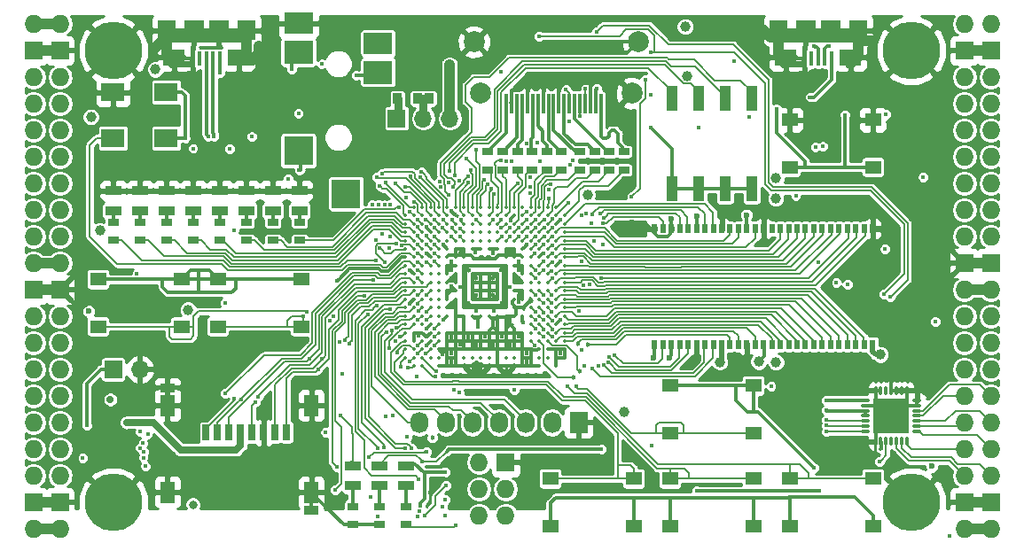
<source format=gtl>
G04 #@! TF.GenerationSoftware,KiCad,Pcbnew,5.0.0-rc2-dev-unknown+dfsg1+20180318-2*
G04 #@! TF.CreationDate,2018-05-20T22:20:08+02:00*
G04 #@! TF.ProjectId,ulx3s,756C7833732E6B696361645F70636200,rev?*
G04 #@! TF.SameCoordinates,Original*
G04 #@! TF.FileFunction,Copper,L1,Top,Signal*
G04 #@! TF.FilePolarity,Positive*
%FSLAX46Y46*%
G04 Gerber Fmt 4.6, Leading zero omitted, Abs format (unit mm)*
G04 Created by KiCad (PCBNEW 5.0.0-rc2-dev-unknown+dfsg1+20180318-2) date Sun May 20 22:20:08 2018*
%MOMM*%
%LPD*%
G01*
G04 APERTURE LIST*
%ADD10O,1.727200X1.727200*%
%ADD11R,1.727200X1.727200*%
%ADD12C,5.500000*%
%ADD13R,2.100000X1.600000*%
%ADD14R,1.900000X1.900000*%
%ADD15R,0.400000X1.350000*%
%ADD16R,1.800000X1.900000*%
%ADD17O,0.850000X0.300000*%
%ADD18O,0.300000X0.850000*%
%ADD19R,1.675000X1.675000*%
%ADD20R,1.727200X2.032000*%
%ADD21O,1.727200X2.032000*%
%ADD22R,1.550000X1.300000*%
%ADD23R,1.120000X2.440000*%
%ADD24C,0.350000*%
%ADD25R,2.800000X2.000000*%
%ADD26R,2.800000X2.200000*%
%ADD27R,2.800000X2.800000*%
%ADD28R,0.700000X1.500000*%
%ADD29R,1.450000X0.900000*%
%ADD30R,1.450000X2.000000*%
%ADD31R,2.200000X1.800000*%
%ADD32R,0.560000X0.900000*%
%ADD33R,1.000000X0.670000*%
%ADD34R,1.500000X0.970000*%
%ADD35R,0.300000X1.900000*%
%ADD36C,2.000000*%
%ADD37R,0.845000X1.000000*%
%ADD38R,1.700000X1.700000*%
%ADD39O,1.700000X1.700000*%
%ADD40C,0.400000*%
%ADD41C,0.454000*%
%ADD42C,0.600000*%
%ADD43C,1.000000*%
%ADD44C,0.800000*%
%ADD45C,0.700000*%
%ADD46C,0.300000*%
%ADD47C,0.500000*%
%ADD48C,1.000000*%
%ADD49C,0.600000*%
%ADD50C,0.190000*%
%ADD51C,0.800000*%
%ADD52C,0.200000*%
%ADD53C,0.700000*%
%ADD54C,0.127000*%
%ADD55C,0.180000*%
%ADD56C,0.254000*%
G04 APERTURE END LIST*
D10*
X97910000Y-62690000D03*
X95370000Y-62690000D03*
D11*
X97910000Y-65230000D03*
X95370000Y-65230000D03*
D10*
X97910000Y-67770000D03*
X95370000Y-67770000D03*
X97910000Y-70310000D03*
X95370000Y-70310000D03*
X97910000Y-72850000D03*
X95370000Y-72850000D03*
X97910000Y-75390000D03*
X95370000Y-75390000D03*
X97910000Y-77930000D03*
X95370000Y-77930000D03*
X97910000Y-80470000D03*
X95370000Y-80470000D03*
X97910000Y-83010000D03*
X95370000Y-83010000D03*
X97910000Y-85550000D03*
X95370000Y-85550000D03*
D11*
X97910000Y-88090000D03*
X95370000Y-88090000D03*
D10*
X97910000Y-90630000D03*
X95370000Y-90630000D03*
X97910000Y-93170000D03*
X95370000Y-93170000D03*
X97910000Y-95710000D03*
X95370000Y-95710000D03*
X97910000Y-98250000D03*
X95370000Y-98250000D03*
X97910000Y-100790000D03*
X95370000Y-100790000D03*
X97910000Y-103330000D03*
X95370000Y-103330000D03*
X97910000Y-105870000D03*
X95370000Y-105870000D03*
D11*
X97910000Y-108410000D03*
X95370000Y-108410000D03*
D10*
X97910000Y-110950000D03*
X95370000Y-110950000D03*
X184270000Y-110950000D03*
X186810000Y-110950000D03*
D11*
X184270000Y-108410000D03*
X186810000Y-108410000D03*
D10*
X184270000Y-105870000D03*
X186810000Y-105870000D03*
X184270000Y-103330000D03*
X186810000Y-103330000D03*
X184270000Y-100790000D03*
X186810000Y-100790000D03*
X184270000Y-98250000D03*
X186810000Y-98250000D03*
X184270000Y-95710000D03*
X186810000Y-95710000D03*
X184270000Y-93170000D03*
X186810000Y-93170000D03*
X184270000Y-90630000D03*
X186810000Y-90630000D03*
X184270000Y-88090000D03*
X186810000Y-88090000D03*
D11*
X184270000Y-85550000D03*
X186810000Y-85550000D03*
D10*
X184270000Y-83010000D03*
X186810000Y-83010000D03*
X184270000Y-80470000D03*
X186810000Y-80470000D03*
X184270000Y-77930000D03*
X186810000Y-77930000D03*
X184270000Y-75390000D03*
X186810000Y-75390000D03*
X184270000Y-72850000D03*
X186810000Y-72850000D03*
X184270000Y-70310000D03*
X186810000Y-70310000D03*
X184270000Y-67770000D03*
X186810000Y-67770000D03*
D11*
X184270000Y-65230000D03*
X186810000Y-65230000D03*
D10*
X184270000Y-62690000D03*
X186810000Y-62690000D03*
D12*
X102990000Y-108410000D03*
X179190000Y-108410000D03*
X179190000Y-65230000D03*
X102990000Y-65230000D03*
D13*
X114980000Y-65875000D03*
X108780000Y-65875000D03*
D14*
X113080000Y-63325000D03*
X110680000Y-63325000D03*
D15*
X113180000Y-66000000D03*
X112530000Y-66000000D03*
X111880000Y-66000000D03*
X111230000Y-66000000D03*
X110580000Y-66000000D03*
D16*
X115680000Y-63325000D03*
X108080000Y-63325000D03*
D13*
X173400000Y-65875000D03*
X167200000Y-65875000D03*
D14*
X171500000Y-63325000D03*
X169100000Y-63325000D03*
D15*
X171600000Y-66000000D03*
X170950000Y-66000000D03*
X170300000Y-66000000D03*
X169650000Y-66000000D03*
X169000000Y-66000000D03*
D16*
X174100000Y-63325000D03*
X166500000Y-63325000D03*
D11*
X140455000Y-104600000D03*
D10*
X137915000Y-104600000D03*
X140455000Y-107140000D03*
X137915000Y-107140000D03*
X140455000Y-109680000D03*
X137915000Y-109680000D03*
D17*
X179735000Y-101655000D03*
X179735000Y-101155000D03*
X179735000Y-100655000D03*
X179735000Y-100155000D03*
X179735000Y-99655000D03*
X179735000Y-99155000D03*
X179735000Y-98655000D03*
D18*
X178785000Y-97705000D03*
X178285000Y-97705000D03*
X177785000Y-97705000D03*
X177285000Y-97705000D03*
X176785000Y-97705000D03*
X176285000Y-97705000D03*
X175785000Y-97705000D03*
D17*
X174835000Y-98655000D03*
X174835000Y-99155000D03*
X174835000Y-99655000D03*
X174835000Y-100155000D03*
X174835000Y-100655000D03*
X174835000Y-101155000D03*
X174835000Y-101655000D03*
D18*
X175785000Y-102605000D03*
X176285000Y-102605000D03*
X176785000Y-102605000D03*
X177285000Y-102605000D03*
X177785000Y-102605000D03*
X178285000Y-102605000D03*
X178785000Y-102605000D03*
D19*
X176447500Y-99317500D03*
X176447500Y-100992500D03*
X178122500Y-99317500D03*
X178122500Y-100992500D03*
D20*
X147440000Y-100790000D03*
D21*
X144900000Y-100790000D03*
X142360000Y-100790000D03*
X139820000Y-100790000D03*
X137280000Y-100790000D03*
X134740000Y-100790000D03*
X132200000Y-100790000D03*
D22*
X175550000Y-71870000D03*
X175550000Y-76370000D03*
X167590000Y-76370000D03*
X167590000Y-71870000D03*
X101550000Y-91610000D03*
X101550000Y-87110000D03*
X109510000Y-87110000D03*
X109510000Y-91610000D03*
X112980000Y-91610000D03*
X112980000Y-87110000D03*
X120940000Y-87110000D03*
X120940000Y-91610000D03*
X156160000Y-101770000D03*
X156160000Y-97270000D03*
X164120000Y-97270000D03*
X164120000Y-101770000D03*
X164120000Y-106160000D03*
X164120000Y-110660000D03*
X156160000Y-110660000D03*
X156160000Y-106160000D03*
X152690000Y-106160000D03*
X152690000Y-110660000D03*
X144730000Y-110660000D03*
X144730000Y-106160000D03*
X175550000Y-106160000D03*
X175550000Y-110660000D03*
X167590000Y-110660000D03*
X167590000Y-106160000D03*
D23*
X156330000Y-78425000D03*
X163950000Y-69815000D03*
X158870000Y-78425000D03*
X161410000Y-69815000D03*
X161410000Y-78425000D03*
X158870000Y-69815000D03*
X163950000Y-78425000D03*
X156330000Y-69815000D03*
D24*
X131680000Y-80200000D03*
X132480000Y-80200000D03*
X133280000Y-80200000D03*
X134080000Y-80200000D03*
X134880000Y-80200000D03*
X135680000Y-80200000D03*
X136480000Y-80200000D03*
X137280000Y-80200000D03*
X138080000Y-80200000D03*
X138880000Y-80200000D03*
X139680000Y-80200000D03*
X140480000Y-80200000D03*
X141280000Y-80200000D03*
X142080000Y-80200000D03*
X142880000Y-80200000D03*
X143680000Y-80200000D03*
X144480000Y-80200000D03*
X145280000Y-80200000D03*
X130880000Y-81000000D03*
X131680000Y-81000000D03*
X132480000Y-81000000D03*
X133280000Y-81000000D03*
X134080000Y-81000000D03*
X134880000Y-81000000D03*
X135680000Y-81000000D03*
X136480000Y-81000000D03*
X137280000Y-81000000D03*
X138080000Y-81000000D03*
X138880000Y-81000000D03*
X139680000Y-81000000D03*
X140480000Y-81000000D03*
X141280000Y-81000000D03*
X142080000Y-81000000D03*
X142880000Y-81000000D03*
X143680000Y-81000000D03*
X144480000Y-81000000D03*
X145280000Y-81000000D03*
X146080000Y-81000000D03*
X130880000Y-81800000D03*
X131680000Y-81800000D03*
X132480000Y-81800000D03*
X133280000Y-81800000D03*
X134080000Y-81800000D03*
X134880000Y-81800000D03*
X135680000Y-81800000D03*
X136480000Y-81800000D03*
X137280000Y-81800000D03*
X138080000Y-81800000D03*
X138880000Y-81800000D03*
X139680000Y-81800000D03*
X140480000Y-81800000D03*
X141280000Y-81800000D03*
X142080000Y-81800000D03*
X142880000Y-81800000D03*
X143680000Y-81800000D03*
X144480000Y-81800000D03*
X145280000Y-81800000D03*
X146080000Y-81800000D03*
X130880000Y-82600000D03*
X131680000Y-82600000D03*
X132480000Y-82600000D03*
X133280000Y-82600000D03*
X134080000Y-82600000D03*
X134880000Y-82600000D03*
X135680000Y-82600000D03*
X136480000Y-82600000D03*
X137280000Y-82600000D03*
X138080000Y-82600000D03*
X138880000Y-82600000D03*
X139680000Y-82600000D03*
X140480000Y-82600000D03*
X141280000Y-82600000D03*
X142080000Y-82600000D03*
X142880000Y-82600000D03*
X143680000Y-82600000D03*
X144480000Y-82600000D03*
X145280000Y-82600000D03*
X146080000Y-82600000D03*
X130880000Y-83400000D03*
X131680000Y-83400000D03*
X132480000Y-83400000D03*
X133280000Y-83400000D03*
X134080000Y-83400000D03*
X134880000Y-83400000D03*
X135680000Y-83400000D03*
X136480000Y-83400000D03*
X137280000Y-83400000D03*
X138080000Y-83400000D03*
X138880000Y-83400000D03*
X139680000Y-83400000D03*
X140480000Y-83400000D03*
X141280000Y-83400000D03*
X142080000Y-83400000D03*
X142880000Y-83400000D03*
X143680000Y-83400000D03*
X144480000Y-83400000D03*
X145280000Y-83400000D03*
X146080000Y-83400000D03*
X130880000Y-84200000D03*
X131680000Y-84200000D03*
X132480000Y-84200000D03*
X133280000Y-84200000D03*
X134080000Y-84200000D03*
X134880000Y-84200000D03*
X135680000Y-84200000D03*
X136480000Y-84200000D03*
X137280000Y-84200000D03*
X138080000Y-84200000D03*
X138880000Y-84200000D03*
X139680000Y-84200000D03*
X140480000Y-84200000D03*
X141280000Y-84200000D03*
X142080000Y-84200000D03*
X142880000Y-84200000D03*
X143680000Y-84200000D03*
X144480000Y-84200000D03*
X145280000Y-84200000D03*
X146080000Y-84200000D03*
X130880000Y-85000000D03*
X131680000Y-85000000D03*
X132480000Y-85000000D03*
X133280000Y-85000000D03*
X134080000Y-85000000D03*
X134880000Y-85000000D03*
X135680000Y-85000000D03*
X136480000Y-85000000D03*
X137280000Y-85000000D03*
X138080000Y-85000000D03*
X138880000Y-85000000D03*
X139680000Y-85000000D03*
X140480000Y-85000000D03*
X141280000Y-85000000D03*
X142080000Y-85000000D03*
X142880000Y-85000000D03*
X143680000Y-85000000D03*
X144480000Y-85000000D03*
X145280000Y-85000000D03*
X146080000Y-85000000D03*
X130880000Y-85800000D03*
X131680000Y-85800000D03*
X132480000Y-85800000D03*
X133280000Y-85800000D03*
X134080000Y-85800000D03*
X134880000Y-85800000D03*
X135680000Y-85800000D03*
X136480000Y-85800000D03*
X137280000Y-85800000D03*
X138080000Y-85800000D03*
X138880000Y-85800000D03*
X139680000Y-85800000D03*
X140480000Y-85800000D03*
X141280000Y-85800000D03*
X142080000Y-85800000D03*
X142880000Y-85800000D03*
X143680000Y-85800000D03*
X144480000Y-85800000D03*
X145280000Y-85800000D03*
X146080000Y-85800000D03*
X130880000Y-86600000D03*
X131680000Y-86600000D03*
X132480000Y-86600000D03*
X133280000Y-86600000D03*
X134080000Y-86600000D03*
X134880000Y-86600000D03*
X135680000Y-86600000D03*
X136480000Y-86600000D03*
X137280000Y-86600000D03*
X138080000Y-86600000D03*
X138880000Y-86600000D03*
X139680000Y-86600000D03*
X140480000Y-86600000D03*
X141280000Y-86600000D03*
X142080000Y-86600000D03*
X142880000Y-86600000D03*
X143680000Y-86600000D03*
X144480000Y-86600000D03*
X145280000Y-86600000D03*
X146080000Y-86600000D03*
X130880000Y-87400000D03*
X131680000Y-87400000D03*
X132480000Y-87400000D03*
X133280000Y-87400000D03*
X134080000Y-87400000D03*
X134880000Y-87400000D03*
X135680000Y-87400000D03*
X136480000Y-87400000D03*
X137280000Y-87400000D03*
X138080000Y-87400000D03*
X138880000Y-87400000D03*
X139680000Y-87400000D03*
X140480000Y-87400000D03*
X141280000Y-87400000D03*
X142080000Y-87400000D03*
X142880000Y-87400000D03*
X143680000Y-87400000D03*
X144480000Y-87400000D03*
X145280000Y-87400000D03*
X146080000Y-87400000D03*
X130880000Y-88200000D03*
X131680000Y-88200000D03*
X132480000Y-88200000D03*
X133280000Y-88200000D03*
X134080000Y-88200000D03*
X134880000Y-88200000D03*
X135680000Y-88200000D03*
X136480000Y-88200000D03*
X137280000Y-88200000D03*
X138080000Y-88200000D03*
X138880000Y-88200000D03*
X139680000Y-88200000D03*
X140480000Y-88200000D03*
X141280000Y-88200000D03*
X142080000Y-88200000D03*
X142880000Y-88200000D03*
X143680000Y-88200000D03*
X144480000Y-88200000D03*
X145280000Y-88200000D03*
X146080000Y-88200000D03*
X130880000Y-89000000D03*
X131680000Y-89000000D03*
X132480000Y-89000000D03*
X133280000Y-89000000D03*
X134080000Y-89000000D03*
X134880000Y-89000000D03*
X135680000Y-89000000D03*
X136480000Y-89000000D03*
X137280000Y-89000000D03*
X138080000Y-89000000D03*
X138880000Y-89000000D03*
X139680000Y-89000000D03*
X140480000Y-89000000D03*
X141280000Y-89000000D03*
X142080000Y-89000000D03*
X142880000Y-89000000D03*
X143680000Y-89000000D03*
X144480000Y-89000000D03*
X145280000Y-89000000D03*
X146080000Y-89000000D03*
X130880000Y-89800000D03*
X131680000Y-89800000D03*
X132480000Y-89800000D03*
X133280000Y-89800000D03*
X134080000Y-89800000D03*
X134880000Y-89800000D03*
X135680000Y-89800000D03*
X136480000Y-89800000D03*
X137280000Y-89800000D03*
X138080000Y-89800000D03*
X138880000Y-89800000D03*
X139680000Y-89800000D03*
X140480000Y-89800000D03*
X141280000Y-89800000D03*
X142080000Y-89800000D03*
X142880000Y-89800000D03*
X143680000Y-89800000D03*
X144480000Y-89800000D03*
X145280000Y-89800000D03*
X146080000Y-89800000D03*
X130880000Y-90600000D03*
X131680000Y-90600000D03*
X132480000Y-90600000D03*
X133280000Y-90600000D03*
X134080000Y-90600000D03*
X134880000Y-90600000D03*
X135680000Y-90600000D03*
X136480000Y-90600000D03*
X137280000Y-90600000D03*
X138080000Y-90600000D03*
X138880000Y-90600000D03*
X139680000Y-90600000D03*
X140480000Y-90600000D03*
X141280000Y-90600000D03*
X142080000Y-90600000D03*
X142880000Y-90600000D03*
X143680000Y-90600000D03*
X144480000Y-90600000D03*
X145280000Y-90600000D03*
X146080000Y-90600000D03*
X130880000Y-91400000D03*
X131680000Y-91400000D03*
X132480000Y-91400000D03*
X133280000Y-91400000D03*
X134080000Y-91400000D03*
X142880000Y-91400000D03*
X143680000Y-91400000D03*
X144480000Y-91400000D03*
X145280000Y-91400000D03*
X146080000Y-91400000D03*
X130880000Y-92200000D03*
X131680000Y-92200000D03*
X132480000Y-92200000D03*
X133280000Y-92200000D03*
X134080000Y-92200000D03*
X134880000Y-92200000D03*
X135680000Y-92200000D03*
X136480000Y-92200000D03*
X137280000Y-92200000D03*
X138080000Y-92200000D03*
X138880000Y-92200000D03*
X139680000Y-92200000D03*
X140480000Y-92200000D03*
X141280000Y-92200000D03*
X142080000Y-92200000D03*
X142880000Y-92200000D03*
X143680000Y-92200000D03*
X144480000Y-92200000D03*
X145280000Y-92200000D03*
X146080000Y-92200000D03*
X130880000Y-93000000D03*
X131680000Y-93000000D03*
X132480000Y-93000000D03*
X133280000Y-93000000D03*
X134080000Y-93000000D03*
X134880000Y-93000000D03*
X135680000Y-93000000D03*
X136480000Y-93000000D03*
X137280000Y-93000000D03*
X138080000Y-93000000D03*
X138880000Y-93000000D03*
X139680000Y-93000000D03*
X140480000Y-93000000D03*
X141280000Y-93000000D03*
X142080000Y-93000000D03*
X142880000Y-93000000D03*
X143680000Y-93000000D03*
X144480000Y-93000000D03*
X145280000Y-93000000D03*
X146080000Y-93000000D03*
X130880000Y-93800000D03*
X131680000Y-93800000D03*
X132480000Y-93800000D03*
X133280000Y-93800000D03*
X134080000Y-93800000D03*
X134880000Y-93800000D03*
X135680000Y-93800000D03*
X136480000Y-93800000D03*
X137280000Y-93800000D03*
X138080000Y-93800000D03*
X138880000Y-93800000D03*
X139680000Y-93800000D03*
X140480000Y-93800000D03*
X141280000Y-93800000D03*
X142080000Y-93800000D03*
X142880000Y-93800000D03*
X143680000Y-93800000D03*
X144480000Y-93800000D03*
X145280000Y-93800000D03*
X146080000Y-93800000D03*
X130880000Y-94600000D03*
X131680000Y-94600000D03*
X132480000Y-94600000D03*
X133280000Y-94600000D03*
X134080000Y-94600000D03*
X134880000Y-94600000D03*
X135680000Y-94600000D03*
X136480000Y-94600000D03*
X137280000Y-94600000D03*
X138080000Y-94600000D03*
X138880000Y-94600000D03*
X139680000Y-94600000D03*
X140480000Y-94600000D03*
X141280000Y-94600000D03*
X142080000Y-94600000D03*
X142880000Y-94600000D03*
X143680000Y-94600000D03*
X144480000Y-94600000D03*
X145280000Y-94600000D03*
X146080000Y-94600000D03*
X131680000Y-95400000D03*
X132480000Y-95400000D03*
X134080000Y-95400000D03*
X134880000Y-95400000D03*
X135680000Y-95400000D03*
X136480000Y-95400000D03*
X138880000Y-95400000D03*
X139680000Y-95400000D03*
X141280000Y-95400000D03*
X142080000Y-95400000D03*
X142880000Y-95400000D03*
X143680000Y-95400000D03*
X145280000Y-95400000D03*
D25*
X120668000Y-62618000D03*
D26*
X120668000Y-65418000D03*
D27*
X120668000Y-74818000D03*
X125218000Y-78918000D03*
D26*
X128268000Y-67318000D03*
D25*
X128268000Y-64518000D03*
D28*
X111850000Y-101750000D03*
X112950000Y-101750000D03*
X114050000Y-101750000D03*
X115150000Y-101750000D03*
X116250000Y-101750000D03*
X117350000Y-101750000D03*
X118450000Y-101750000D03*
X119550000Y-101750000D03*
D29*
X108175000Y-97450000D03*
X121925000Y-109150000D03*
D30*
X121925000Y-99150000D03*
X108175000Y-99150000D03*
X108175000Y-107450000D03*
X121925000Y-107450000D03*
D31*
X108040000Y-69220000D03*
X102960000Y-69220000D03*
X102960000Y-73620000D03*
X108040000Y-73620000D03*
D32*
X175493000Y-82270000D03*
X154693000Y-93330000D03*
X155493000Y-93330000D03*
X156293000Y-93330000D03*
X157093000Y-93330000D03*
X157893000Y-93330000D03*
X158693000Y-93330000D03*
X159493000Y-93330000D03*
X160293000Y-93330000D03*
X161093000Y-93330000D03*
X161893000Y-93330000D03*
X162693000Y-93330000D03*
X163493000Y-93330000D03*
X164293000Y-93330000D03*
X165093000Y-93330000D03*
X165893000Y-93330000D03*
X166693000Y-93330000D03*
X167493000Y-93330000D03*
X168293000Y-93330000D03*
X169093000Y-93330000D03*
X169893000Y-93330000D03*
X170693000Y-93330000D03*
X171493000Y-93330000D03*
X172293000Y-93330000D03*
X173093000Y-93330000D03*
X173893000Y-93330000D03*
X174693000Y-93330000D03*
X175493000Y-93330000D03*
X174693000Y-82270000D03*
X173893000Y-82270000D03*
X173093000Y-82270000D03*
X172293000Y-82270000D03*
X171493000Y-82270000D03*
X170693000Y-82270000D03*
X169893000Y-82270000D03*
X169093000Y-82270000D03*
X168293000Y-82270000D03*
X167493000Y-82270000D03*
X166693000Y-82270000D03*
X165893000Y-82270000D03*
X165093000Y-82270000D03*
X164293000Y-82270000D03*
X163493000Y-82270000D03*
X162693000Y-82270000D03*
X161893000Y-82270000D03*
X161093000Y-82270000D03*
X160293000Y-82270000D03*
X159493000Y-82270000D03*
X158693000Y-82270000D03*
X157893000Y-82270000D03*
X157093000Y-82270000D03*
X156293000Y-82270000D03*
X155493000Y-82270000D03*
X154693000Y-82270000D03*
D33*
X150361000Y-76646000D03*
X150361000Y-74896000D03*
X151758000Y-74896000D03*
X151758000Y-76646000D03*
X140201000Y-74896000D03*
X140201000Y-76646000D03*
X142995000Y-76646000D03*
X142995000Y-74896000D03*
X145789000Y-76646000D03*
X145789000Y-74896000D03*
X148964000Y-74896000D03*
X148964000Y-76646000D03*
X138742800Y-76638600D03*
X138742800Y-74888600D03*
X141598000Y-74896000D03*
X141598000Y-76646000D03*
X144392000Y-74896000D03*
X144392000Y-76646000D03*
X147567000Y-76634000D03*
X147567000Y-74884000D03*
D34*
X130930000Y-106825000D03*
X130930000Y-104915000D03*
X120770000Y-78644000D03*
X120770000Y-80554000D03*
X118230000Y-80554000D03*
X118230000Y-78644000D03*
X115690000Y-78644000D03*
X115690000Y-80554000D03*
X113150000Y-78644000D03*
X113150000Y-80554000D03*
X110610000Y-80554000D03*
X110610000Y-78644000D03*
X108070000Y-80554000D03*
X108070000Y-78644000D03*
X105545000Y-78644000D03*
X105545000Y-80554000D03*
X102990000Y-80554000D03*
X102990000Y-78644000D03*
X128390000Y-106825000D03*
X128390000Y-104915000D03*
X125850000Y-104915000D03*
X125850000Y-106825000D03*
D35*
X149546000Y-70312000D03*
X149046000Y-70312000D03*
X148546000Y-70312000D03*
X148046000Y-70312000D03*
X147546000Y-70312000D03*
X147046000Y-70312000D03*
X146546000Y-70312000D03*
X146046000Y-70312000D03*
X145546000Y-70312000D03*
X145046000Y-70312000D03*
X144546000Y-70312000D03*
X144046000Y-70312000D03*
X143546000Y-70312000D03*
X143046000Y-70312000D03*
X142546000Y-70312000D03*
X142046000Y-70312000D03*
X141546000Y-70312000D03*
X141046000Y-70312000D03*
X140546000Y-70312000D03*
D36*
X152546000Y-69312000D03*
X138046000Y-69312000D03*
X153146000Y-64412000D03*
X137446000Y-64412000D03*
D33*
X120770000Y-83377000D03*
X120770000Y-81627000D03*
X118230000Y-81627000D03*
X118230000Y-83377000D03*
X115690000Y-83377000D03*
X115690000Y-81627000D03*
X113150000Y-81627000D03*
X113150000Y-83377000D03*
X110610000Y-81627000D03*
X110610000Y-83377000D03*
X108070000Y-83377000D03*
X108070000Y-81627000D03*
X105530000Y-81627000D03*
X105530000Y-83377000D03*
X102990000Y-83377000D03*
X102990000Y-81627000D03*
X128390000Y-110555000D03*
X128390000Y-108805000D03*
X130930000Y-110555000D03*
X130930000Y-108805000D03*
X125850000Y-108805000D03*
X125850000Y-110555000D03*
D37*
X130123501Y-69814500D03*
X132048501Y-69814500D03*
X135082500Y-69814500D03*
X133157500Y-69814500D03*
D38*
X102990000Y-95710000D03*
D39*
X105530000Y-95710000D03*
D38*
X130056000Y-71725000D03*
D39*
X132596000Y-71725000D03*
X135136000Y-71725000D03*
D40*
X124632693Y-93120351D03*
X141742847Y-69038361D03*
X152408000Y-72169500D03*
X138480000Y-92600000D03*
X140080000Y-92600000D03*
X135280000Y-87000000D03*
X145687392Y-90996646D03*
D41*
X141675979Y-86986521D03*
D40*
X140876932Y-84552536D03*
X132882184Y-84635369D03*
X132879996Y-82103336D03*
X140922639Y-81447441D03*
X177287984Y-96778661D03*
D42*
X152510125Y-81695229D03*
D40*
X131264297Y-86227110D03*
X173856000Y-71538990D03*
D43*
X164947008Y-63194069D03*
X175494572Y-64322557D03*
D40*
X135342764Y-89381630D03*
X144103496Y-84660400D03*
D43*
X177658444Y-82281349D03*
D40*
X145680000Y-81405125D03*
X145691238Y-94166752D03*
D43*
X162956098Y-95078488D03*
X158539988Y-94868772D03*
D42*
X161075765Y-80992022D03*
X164882869Y-80938986D03*
X156262773Y-81349374D03*
D40*
X149169500Y-68867500D03*
D42*
X123437000Y-108972000D03*
D40*
X135281276Y-80583119D03*
X131279502Y-89407325D03*
X170309539Y-85441529D03*
X145672808Y-85396062D03*
X133216000Y-107465000D03*
X137680000Y-88600000D03*
X142480000Y-95000000D03*
X141680000Y-92600000D03*
X135284627Y-94985297D03*
X135288625Y-94225619D03*
X134455822Y-94267172D03*
X136095958Y-93369652D03*
D41*
X139264636Y-91615205D03*
D43*
X116880503Y-64802940D03*
X106974809Y-64953974D03*
D40*
X140874194Y-91433353D03*
X142480000Y-94200000D03*
X140880000Y-93400000D03*
X139280000Y-93400000D03*
X137680000Y-93400000D03*
X136880000Y-92600000D03*
X135280000Y-92600000D03*
X132880000Y-91800000D03*
X132880000Y-93400000D03*
D41*
X139280000Y-87000000D03*
X137680000Y-87000000D03*
X136080000Y-84600000D03*
X139280000Y-88600000D03*
D43*
X166275426Y-77459534D03*
X107021491Y-67043629D03*
D40*
X172047074Y-87438453D03*
D43*
X166255545Y-79350736D03*
X157807568Y-67669269D03*
X101707889Y-82423180D03*
X166284693Y-95025145D03*
X157600000Y-62944000D03*
D40*
X119692151Y-77494120D03*
X135263000Y-87727000D03*
X141740000Y-89250994D03*
D42*
X156091000Y-94585000D03*
D40*
X140032430Y-67286930D03*
X137803000Y-91664000D03*
D42*
X181155918Y-104980708D03*
D40*
X171089123Y-98665996D03*
X171089123Y-99619659D03*
D43*
X135105588Y-66616618D03*
D40*
X181491000Y-91156000D03*
X113660608Y-89375718D03*
D43*
X148268387Y-79050018D03*
D40*
X158870000Y-72596000D03*
X114513935Y-82409431D03*
X109840000Y-73620000D03*
X132110753Y-92527478D03*
X165803369Y-97344883D03*
D43*
X160905403Y-95006436D03*
D42*
X158731133Y-81048929D03*
X154593901Y-94607945D03*
D43*
X164625730Y-94982471D03*
D42*
X163462982Y-80942429D03*
D43*
X176254940Y-94288458D03*
D44*
X110593913Y-108636458D03*
D40*
X180340784Y-77316932D03*
X173137949Y-87594275D03*
D45*
X102710050Y-98594954D03*
D40*
X129005202Y-100174798D03*
X176305593Y-103279812D03*
X100080000Y-104200000D03*
X139272517Y-84611349D03*
X141680000Y-86200000D03*
X132880000Y-92600000D03*
X141680000Y-85400000D03*
X121494155Y-90235621D03*
X130019546Y-91732979D03*
X121166000Y-90648000D03*
X130384540Y-92584728D03*
X146394787Y-97333919D03*
X143300000Y-86220000D03*
X144891603Y-91881937D03*
X147175985Y-97333919D03*
X147700000Y-93820000D03*
X142107219Y-91201016D03*
D43*
X110128890Y-90028152D03*
D40*
X142480000Y-83800000D03*
X134480000Y-83800000D03*
X134480000Y-91000000D03*
X154313000Y-69502500D03*
X120664983Y-71227362D03*
X122926177Y-66532317D03*
X105245010Y-86595559D03*
X162441000Y-97270000D03*
X169517039Y-69686488D03*
X170411010Y-107286196D03*
X158716651Y-107325176D03*
X136050273Y-97914229D03*
X128216338Y-109760338D03*
X132708000Y-109680000D03*
X134750646Y-106810513D03*
X133680000Y-91800000D03*
X135517000Y-97633000D03*
X134675868Y-108131585D03*
D41*
X133449289Y-102232615D03*
D40*
X133680000Y-92600000D03*
X132928488Y-103601340D03*
X127419091Y-104077728D03*
X133685482Y-93402296D03*
X134463998Y-108841973D03*
X131986331Y-96404793D03*
X131039072Y-102187000D03*
X134636872Y-109719950D03*
X132846234Y-94197073D03*
X176700000Y-84220000D03*
X143260000Y-84620000D03*
X120739932Y-76694083D03*
X126204504Y-67585368D03*
X148090000Y-68867500D03*
X147582000Y-71534498D03*
X127810351Y-87182069D03*
X121687479Y-94718249D03*
X132083026Y-86260405D03*
X116569594Y-98828850D03*
X113700000Y-98020000D03*
X122932649Y-94724357D03*
X124849021Y-96102869D03*
X122527919Y-95725900D03*
X113157250Y-67343629D03*
X116198000Y-73474420D03*
X127586603Y-107875044D03*
X146233418Y-68946082D03*
X131453853Y-103208291D03*
X149787294Y-81774991D03*
X144080000Y-86200000D03*
X149553145Y-86989440D03*
X144894316Y-86977564D03*
X144896700Y-83863953D03*
X149527221Y-80838006D03*
D41*
X147343891Y-93217126D03*
D40*
X144113248Y-92588762D03*
X149853189Y-81252115D03*
X144875155Y-86292748D03*
X144916886Y-83019942D03*
X148696112Y-80861847D03*
D41*
X148349010Y-93322307D03*
D40*
X144882352Y-92577990D03*
X144902941Y-91037926D03*
X148747982Y-95669626D03*
X144867244Y-90193915D03*
X149795895Y-95251084D03*
X144856756Y-89349904D03*
X150278898Y-95040253D03*
X150345974Y-94517527D03*
X144877648Y-88622010D03*
X150889207Y-94332565D03*
X143280000Y-87000000D03*
X129972715Y-93035096D03*
X131084713Y-95564177D03*
X130422000Y-95456000D03*
X131316164Y-94959140D03*
X130123373Y-94122671D03*
X132031990Y-93400000D03*
X129362027Y-93645784D03*
X141280657Y-97642010D03*
X133852393Y-95875797D03*
X133762848Y-96395146D03*
X132080000Y-94200000D03*
X128452683Y-84116867D03*
X105890482Y-103613569D03*
X129449238Y-89937935D03*
X130839477Y-103208987D03*
X132075624Y-89410644D03*
X128806823Y-103185900D03*
X128136791Y-89611518D03*
X132162861Y-106185868D03*
X132880000Y-88600000D03*
X126970181Y-88659309D03*
X124322162Y-105002357D03*
X132080000Y-87000000D03*
X125525099Y-93236764D03*
X124202418Y-107207639D03*
X110599084Y-74589383D03*
X132024412Y-109766775D03*
X114104080Y-74612196D03*
X132219727Y-109277292D03*
X115190634Y-98572389D03*
X131677570Y-79697994D03*
X132088008Y-81408008D03*
X132079995Y-82103334D03*
X132872609Y-82947347D03*
X133664491Y-81414685D03*
X133648389Y-82190597D03*
X131353451Y-77264702D03*
X129920953Y-77910818D03*
X129568570Y-92005655D03*
X132880000Y-91000000D03*
X129055731Y-92162718D03*
X132077338Y-91002010D03*
X131265176Y-80621782D03*
X130272149Y-80238214D03*
X128091794Y-85277024D03*
X132089786Y-85479378D03*
X146565997Y-71979003D03*
X134250176Y-78253806D03*
X163703220Y-71542164D03*
X134433979Y-82180155D03*
X135656559Y-110610712D03*
X149577281Y-103320847D03*
X132468001Y-104503413D03*
D45*
X104260000Y-100790000D03*
D40*
X114560994Y-98539563D03*
X116800000Y-98320000D03*
X111895217Y-86253790D03*
X169934000Y-107920000D03*
X169934000Y-105126000D03*
X170026483Y-74485017D03*
X142571021Y-82204353D03*
X143287402Y-83042010D03*
X154425580Y-102987766D03*
X168166438Y-79108038D03*
X112614274Y-73474420D03*
X112074854Y-73474420D03*
X176185734Y-104520755D03*
X143269694Y-93414905D03*
X171089123Y-101653244D03*
X143280000Y-91800000D03*
X171089123Y-101086833D03*
X144064831Y-91877646D03*
X171089123Y-100559822D03*
X144080000Y-90956495D03*
X135315381Y-82193851D03*
X135414395Y-78229653D03*
X135129679Y-76730134D03*
X136124555Y-82260038D03*
X135587699Y-77140701D03*
X136080000Y-83000000D03*
X142785835Y-77341923D03*
X170739071Y-74406366D03*
X142460000Y-83020000D03*
X143280000Y-83800000D03*
X169919000Y-64849000D03*
X171316000Y-64849000D03*
X125110333Y-92897638D03*
X182888000Y-111603000D03*
X124361185Y-87274371D03*
X124361184Y-87274370D03*
X172853718Y-71407275D03*
X166353476Y-70835462D03*
X123273881Y-101715917D03*
X129660000Y-100155000D03*
X128247798Y-103208979D03*
X127301115Y-90454353D03*
X132084049Y-88558274D03*
X120008000Y-67008000D03*
X129437600Y-79946788D03*
X133680000Y-83000000D03*
X128908575Y-79985477D03*
X133680000Y-83800000D03*
X128328791Y-79953099D03*
X130487935Y-83869856D03*
X133623139Y-85366416D03*
X127749884Y-79991140D03*
X128913013Y-85505853D03*
X129992018Y-83691508D03*
X136080000Y-87800000D03*
X137624890Y-90122896D03*
X139322319Y-90164039D03*
X140080000Y-89400000D03*
X136880000Y-89400000D03*
X140896226Y-87816226D03*
D41*
X136938110Y-86196311D03*
D40*
X140014602Y-86192969D03*
D43*
X151758000Y-99774000D03*
D40*
X135021320Y-79024950D03*
X135280000Y-83022010D03*
X154298000Y-72596000D03*
X100450000Y-101044000D03*
X132285867Y-108754446D03*
X134707351Y-105508447D03*
X139280000Y-81400000D03*
X139314656Y-78918689D03*
X139039938Y-78419090D03*
X138722927Y-77981589D03*
X138405916Y-77551542D03*
X137625200Y-74696800D03*
X137680000Y-81400000D03*
X136742593Y-75579407D03*
X137174375Y-76624866D03*
X136863200Y-77287600D03*
X136894606Y-77861070D03*
X136048819Y-77645502D03*
X136233339Y-81437235D03*
X135359567Y-81395445D03*
X135034780Y-77831198D03*
X134508502Y-81406751D03*
X134177298Y-77721089D03*
D41*
X146942280Y-96452058D03*
X147534467Y-95913260D03*
D40*
X147928857Y-95339016D03*
X143322010Y-91000657D03*
X149284391Y-95377990D03*
X144077013Y-90266968D03*
X147430953Y-90112484D03*
X144076240Y-89395301D03*
X143322010Y-90201951D03*
X147910791Y-87683418D03*
X144082832Y-88584510D03*
X148483539Y-87623462D03*
X143322010Y-88595030D03*
X144102010Y-85397219D03*
X144889349Y-85448737D03*
X147687390Y-85374093D03*
X144912409Y-84657964D03*
X149732494Y-83807694D03*
X148921512Y-83442010D03*
X144103186Y-83777990D03*
X144131413Y-83000000D03*
X148610661Y-81705858D03*
X144888125Y-82175931D03*
X144176662Y-82199998D03*
X148175253Y-80781550D03*
X144887777Y-81331919D03*
X147688311Y-80983115D03*
X142450323Y-81420000D03*
X142811300Y-78846033D03*
X142784407Y-78283067D03*
X142460000Y-80620000D03*
X144138346Y-81383767D03*
X144606344Y-78517346D03*
X144791531Y-78023942D03*
X146587441Y-76174058D03*
X143332651Y-82197990D03*
X146909804Y-75707894D03*
X143294334Y-81377293D03*
X143708879Y-75817300D03*
X141727010Y-82998875D03*
X141727010Y-82194937D03*
X140028978Y-82200000D03*
X141624813Y-77914503D03*
X142436989Y-74138000D03*
X140861329Y-83041266D03*
X143518000Y-74074500D03*
X140872990Y-82177164D03*
X132309031Y-77342560D03*
X132428734Y-76829323D03*
X128644933Y-77015661D03*
X128152012Y-77332672D03*
X128446805Y-78179514D03*
X128961752Y-77878818D03*
X130878594Y-78253288D03*
X132820479Y-81400981D03*
X130952639Y-79249008D03*
X129458086Y-83004065D03*
X132079024Y-82947345D03*
X105572759Y-101661319D03*
X132881746Y-83791358D03*
X128691780Y-82737217D03*
X106276126Y-101893466D03*
X105840996Y-102767214D03*
X129302562Y-84153497D03*
X132083682Y-83791356D03*
X128062071Y-83328884D03*
X105553144Y-103208669D03*
X132092886Y-84635367D03*
X105847765Y-104138847D03*
X133671942Y-84595200D03*
X132896883Y-85469380D03*
X106088753Y-104974041D03*
X123709657Y-91064721D03*
X124707442Y-100126977D03*
X132900000Y-90180000D03*
X124015020Y-90635192D03*
X132100000Y-90157990D03*
X139992737Y-75748003D03*
X162271466Y-66284958D03*
X140028978Y-81400000D03*
X140517734Y-75793988D03*
X176797084Y-71341791D03*
X154313000Y-65375000D03*
X153805000Y-67996270D03*
X176605426Y-88507160D03*
X152497066Y-79193467D03*
X146481406Y-79819384D03*
X143650666Y-63862520D03*
X177211069Y-88764025D03*
X141042112Y-75846610D03*
X140060000Y-83020000D03*
X149134122Y-63424051D03*
X144606344Y-79361357D03*
D43*
X100855891Y-71574861D03*
D40*
X135280000Y-85400000D03*
D42*
X100652119Y-90162239D03*
D40*
X137550785Y-84577294D03*
X135280000Y-86200000D03*
D46*
X153146000Y-64412000D02*
X152146001Y-65411999D01*
X152146001Y-65411999D02*
X151809999Y-65411999D01*
X153146000Y-64412000D02*
X151466000Y-64412000D01*
X151466000Y-64412000D02*
X151392000Y-64486000D01*
X125850000Y-110555000D02*
X125020000Y-110555000D01*
X125020000Y-110555000D02*
X123437000Y-108972000D01*
X128390000Y-110555000D02*
X125850000Y-110555000D01*
X118230000Y-78644000D02*
X120770000Y-78644000D01*
X115690000Y-78644000D02*
X118230000Y-78644000D01*
X113150000Y-78644000D02*
X115690000Y-78644000D01*
X110610000Y-78644000D02*
X113150000Y-78644000D01*
X108070000Y-78644000D02*
X110610000Y-78644000D01*
X105545000Y-78644000D02*
X108070000Y-78644000D01*
X102990000Y-78644000D02*
X105545000Y-78644000D01*
X141046000Y-69062000D02*
X141069639Y-69038361D01*
X141069639Y-69038361D02*
X141460005Y-69038361D01*
X141460005Y-69038361D02*
X141742847Y-69038361D01*
X141046000Y-70312000D02*
X141046000Y-69062000D01*
X141105001Y-89174999D02*
X141280000Y-89000000D01*
X141105001Y-89425001D02*
X141105001Y-89174999D01*
X142080000Y-89800000D02*
X142211038Y-89800000D01*
X142705001Y-89306037D02*
X142705001Y-89174999D01*
X142705001Y-89174999D02*
X142880000Y-89000000D01*
X141480000Y-89800000D02*
X141105001Y-89425001D01*
X142211038Y-89800000D02*
X142705001Y-89306037D01*
X152546000Y-69312000D02*
X151546001Y-68312001D01*
X151546001Y-68312001D02*
X148835999Y-68312001D01*
X148835999Y-68312001D02*
X148598000Y-68550000D01*
X148454999Y-68312001D02*
X148407500Y-68359500D01*
X146058000Y-68359500D02*
X148407500Y-68359500D01*
X148407500Y-68359500D02*
X148598000Y-68550000D01*
X148598000Y-68550000D02*
X148598000Y-69010000D01*
X145546000Y-68871500D02*
X146058000Y-68359500D01*
X145546000Y-69062000D02*
X145546000Y-68871500D01*
X148546000Y-70312000D02*
X148546000Y-69062000D01*
X148546000Y-69062000D02*
X148598000Y-69010000D01*
X144046000Y-70312000D02*
X144046000Y-68951000D01*
X145546000Y-70312000D02*
X145546000Y-69062000D01*
X145546000Y-69062000D02*
X145550000Y-69058000D01*
X142565500Y-69375500D02*
X142565500Y-69058000D01*
X142546000Y-70312000D02*
X142546000Y-69395000D01*
X142546000Y-69395000D02*
X142565500Y-69375500D01*
X140978000Y-70244000D02*
X141046000Y-70312000D01*
X138480000Y-92200000D02*
X138880000Y-92200000D01*
X138080000Y-92200000D02*
X138480000Y-92200000D01*
X138480000Y-92200000D02*
X138480000Y-92600000D01*
X140080000Y-92200000D02*
X140480000Y-92200000D01*
X139680000Y-92200000D02*
X140080000Y-92200000D01*
X140080000Y-92200000D02*
X140080000Y-92600000D01*
X139680000Y-95400000D02*
X141280000Y-95400000D01*
X136480000Y-95400000D02*
X138880000Y-95400000D01*
X140480000Y-92200000D02*
X140480000Y-91827547D01*
X140480000Y-91827547D02*
X140874194Y-91433353D01*
X141280000Y-92200000D02*
X141280000Y-91839159D01*
X141280000Y-91839159D02*
X140874194Y-91433353D01*
X139680000Y-92200000D02*
X139680000Y-92030569D01*
X139680000Y-92030569D02*
X139264636Y-91615205D01*
X138880000Y-92200000D02*
X138880000Y-91999841D01*
X138880000Y-91999841D02*
X139264636Y-91615205D01*
X139680000Y-90600000D02*
X139680000Y-92200000D01*
X135680000Y-90600000D02*
X135680000Y-92200000D01*
X135342764Y-89381630D02*
X135342764Y-89462764D01*
X135342764Y-89462764D02*
X135680000Y-89800000D01*
X135342764Y-89381630D02*
X135342764Y-89337236D01*
X135342764Y-89337236D02*
X135680000Y-89000000D01*
X135342764Y-89381630D02*
X135298370Y-89381630D01*
X135298370Y-89381630D02*
X134880000Y-89800000D01*
X135680000Y-89800000D02*
X135280000Y-89800000D01*
X135280000Y-89800000D02*
X134880000Y-89800000D01*
X135280000Y-89727236D02*
X135280000Y-89800000D01*
X135342764Y-89381630D02*
X135342764Y-89664472D01*
X135342764Y-89664472D02*
X135280000Y-89727236D01*
X135280000Y-87000000D02*
X135680000Y-86600000D01*
X135280000Y-87000000D02*
X134880000Y-87400000D01*
X135680000Y-87000000D02*
X135680000Y-87400000D01*
X135680000Y-86600000D02*
X135680000Y-87000000D01*
X135680000Y-87000000D02*
X135280000Y-87000000D01*
X139680000Y-90600000D02*
X139830784Y-90750784D01*
X139830784Y-90750784D02*
X140329216Y-90750784D01*
X140329216Y-90750784D02*
X140480000Y-90600000D01*
X145683354Y-90996646D02*
X145687392Y-90996646D01*
X145280000Y-91400000D02*
X145683354Y-90996646D01*
X141675979Y-86986521D02*
X141675979Y-87004021D01*
X141675979Y-87004021D02*
X141280000Y-87400000D01*
X141675979Y-86986521D02*
X141675979Y-86995979D01*
X141675979Y-86995979D02*
X142080000Y-87400000D01*
X141666521Y-86986521D02*
X141675979Y-86986521D01*
X141280000Y-86600000D02*
X141666521Y-86986521D01*
X140927464Y-84552536D02*
X140876932Y-84552536D01*
X141280000Y-84200000D02*
X140927464Y-84552536D01*
X133280000Y-85000000D02*
X132915369Y-84635369D01*
X132915369Y-84635369D02*
X132882184Y-84635369D01*
X133280000Y-82600000D02*
X132879996Y-82199996D01*
X132879996Y-82199996D02*
X132879996Y-82103336D01*
X141280000Y-81000000D02*
X140922639Y-81357361D01*
X140922639Y-81357361D02*
X140922639Y-81447441D01*
X177285000Y-96781645D02*
X177287984Y-96778661D01*
X177285000Y-97705000D02*
X177285000Y-96781645D01*
D47*
X184230000Y-85550000D02*
X182920003Y-84240003D01*
X182920003Y-84240003D02*
X182920003Y-84225534D01*
D46*
X184270000Y-85550000D02*
X184230000Y-85550000D01*
D47*
X184270000Y-85610000D02*
X182952738Y-86927262D01*
X182952738Y-86927262D02*
X182916738Y-86927262D01*
D46*
X184270000Y-85550000D02*
X184270000Y-85610000D01*
D47*
X97910000Y-88090000D02*
X99203955Y-86796045D01*
X99203955Y-86796045D02*
X99203955Y-86791266D01*
D46*
X155962030Y-83029572D02*
X155023970Y-83029572D01*
X155023970Y-83029572D02*
X153689627Y-81695229D01*
X156205000Y-82786602D02*
X155962030Y-83029572D01*
X153689627Y-81695229D02*
X152934389Y-81695229D01*
X152934389Y-81695229D02*
X152510125Y-81695229D01*
X156205000Y-81920000D02*
X156205000Y-82786602D01*
X135505001Y-87225001D02*
X135680000Y-87400000D01*
X135054999Y-87225001D02*
X135505001Y-87225001D01*
X134880000Y-87400000D02*
X135054999Y-87225001D01*
X131307110Y-86227110D02*
X131264297Y-86227110D01*
X131680000Y-86600000D02*
X131307110Y-86227110D01*
X174055999Y-71738989D02*
X173856000Y-71538990D01*
X174187010Y-71870000D02*
X174055999Y-71738989D01*
X175550000Y-71870000D02*
X174187010Y-71870000D01*
D48*
X165447007Y-63694068D02*
X164947008Y-63194069D01*
X165712939Y-63960000D02*
X165447007Y-63694068D01*
X166500000Y-63960000D02*
X165712939Y-63960000D01*
X174787466Y-64322557D02*
X175494572Y-64322557D01*
X174462557Y-64322557D02*
X174787466Y-64322557D01*
X174100000Y-63960000D02*
X174462557Y-64322557D01*
D46*
X135661630Y-89381630D02*
X135625606Y-89381630D01*
X135625606Y-89381630D02*
X135342764Y-89381630D01*
X135680000Y-89400000D02*
X135661630Y-89381630D01*
X139505001Y-90774999D02*
X139680000Y-90600000D01*
X139054999Y-90774999D02*
X139505001Y-90774999D01*
X138880000Y-90600000D02*
X139054999Y-90774999D01*
X144019600Y-84660400D02*
X144103496Y-84660400D01*
X143680000Y-85000000D02*
X144019600Y-84660400D01*
X177252609Y-82281349D02*
X177658444Y-82281349D01*
X177241260Y-82270000D02*
X177252609Y-82281349D01*
X145280000Y-81800000D02*
X145674875Y-81405125D01*
X145674875Y-81405125D02*
X145680000Y-81405125D01*
X145691238Y-93811238D02*
X145691238Y-93883910D01*
X145680000Y-93800000D02*
X145691238Y-93811238D01*
X145691238Y-93883910D02*
X145691238Y-94166752D01*
X121925000Y-107450000D02*
X121925000Y-109150000D01*
X163456097Y-94578489D02*
X162956098Y-95078488D01*
X163480000Y-94554586D02*
X163456097Y-94578489D01*
X163480000Y-93330000D02*
X163480000Y-94554586D01*
X161075765Y-81416286D02*
X161075765Y-80992022D01*
X161075765Y-82265765D02*
X161075765Y-81416286D01*
X161080000Y-82270000D02*
X161075765Y-82265765D01*
X156280000Y-82270000D02*
X156280000Y-81366601D01*
X156280000Y-81366601D02*
X156262773Y-81349374D01*
D47*
X175480000Y-82270000D02*
X177241260Y-82270000D01*
D46*
X149046000Y-68991000D02*
X149169500Y-68867500D01*
X149046000Y-70312000D02*
X149046000Y-68991000D01*
X134455822Y-94267172D02*
X134455822Y-94224178D01*
X134455822Y-94224178D02*
X134880000Y-93800000D01*
X121930000Y-107465000D02*
X123437000Y-108972000D01*
D48*
X184270000Y-65230000D02*
X186810000Y-65230000D01*
X184270000Y-85550000D02*
X186810000Y-85550000D01*
X184270000Y-108410000D02*
X186810000Y-108410000D01*
X95370000Y-108410000D02*
X97910000Y-108410000D01*
D47*
X97910000Y-88090000D02*
X99013590Y-89193590D01*
D46*
X99013590Y-89193590D02*
X99060056Y-89193590D01*
D48*
X95370000Y-88090000D02*
X97910000Y-88090000D01*
X95370000Y-65230000D02*
X97910000Y-65230000D01*
D46*
X139264636Y-90984636D02*
X139295364Y-90984636D01*
X139295364Y-90984636D02*
X139680000Y-90600000D01*
X140480000Y-90600000D02*
X140480000Y-92200000D01*
X135281276Y-80601276D02*
X135281276Y-80583119D01*
X135680000Y-81000000D02*
X135281276Y-80601276D01*
X131279502Y-89400498D02*
X131279502Y-89407325D01*
X131680000Y-89000000D02*
X131279502Y-89400498D01*
X145672808Y-85407192D02*
X145672808Y-85396062D01*
X145280000Y-85800000D02*
X145672808Y-85407192D01*
X137280000Y-89000000D02*
X137680000Y-88600000D01*
X142480000Y-94600000D02*
X142880000Y-94600000D01*
X142080000Y-94600000D02*
X142480000Y-94600000D01*
X142480000Y-94600000D02*
X142480000Y-95000000D01*
X141680000Y-92200000D02*
X142080000Y-92200000D01*
X141280000Y-92200000D02*
X141680000Y-92200000D01*
X141680000Y-92200000D02*
X141680000Y-92600000D01*
X135284627Y-95395373D02*
X135284627Y-95268139D01*
X135280000Y-95400000D02*
X135284627Y-95395373D01*
X135284627Y-95268139D02*
X135284627Y-94985297D01*
X135288625Y-93942777D02*
X135288625Y-94225619D01*
X135288625Y-93808625D02*
X135288625Y-93942777D01*
X135280000Y-93800000D02*
X135288625Y-93808625D01*
X134455822Y-94175822D02*
X134455822Y-94267172D01*
X134080000Y-93800000D02*
X134455822Y-94175822D01*
X145280000Y-94600000D02*
X145280000Y-95400000D01*
X143498655Y-93891906D02*
X143590561Y-93800000D01*
X143040733Y-93891906D02*
X143498655Y-93891906D01*
X142880000Y-93800000D02*
X142948827Y-93800000D01*
X142948827Y-93800000D02*
X143040733Y-93891906D01*
X143590561Y-93800000D02*
X143680000Y-93800000D01*
X145280000Y-93800000D02*
X144480000Y-93800000D01*
X146080000Y-94600000D02*
X146080000Y-93800000D01*
X145280000Y-94600000D02*
X146080000Y-94600000D01*
X142080000Y-95400000D02*
X142080000Y-94600000D01*
X142880000Y-95400000D02*
X142880000Y-94600000D01*
X142880000Y-95400000D02*
X143680000Y-95400000D01*
X142080000Y-95400000D02*
X142880000Y-95400000D01*
X141280000Y-95400000D02*
X142080000Y-95400000D01*
X142080000Y-93000000D02*
X142080000Y-93800000D01*
X138880000Y-92200000D02*
X138880000Y-93000000D01*
X139680000Y-92200000D02*
X139680000Y-93000000D01*
X140480000Y-93000000D02*
X140480000Y-92200000D01*
X141280000Y-93000000D02*
X141280000Y-92200000D01*
X142080000Y-93000000D02*
X141280000Y-93000000D01*
X142080000Y-92200000D02*
X142080000Y-93000000D01*
X140480000Y-92200000D02*
X141280000Y-92200000D01*
X138880000Y-92200000D02*
X139680000Y-92200000D01*
X136095958Y-93086810D02*
X136095958Y-93369652D01*
X136080000Y-93000000D02*
X136095958Y-93015958D01*
X136095958Y-93015958D02*
X136095958Y-93086810D01*
X139264636Y-91294179D02*
X139264636Y-91615205D01*
X139264636Y-90984636D02*
X139264636Y-91294179D01*
X138880000Y-90600000D02*
X139264636Y-90984636D01*
D48*
X116880503Y-65510046D02*
X116880503Y-64802940D01*
X116265561Y-66124988D02*
X116880503Y-65510046D01*
X115680000Y-65910000D02*
X115894988Y-66124988D01*
X115680000Y-63960000D02*
X115680000Y-65910000D01*
X115894988Y-66124988D02*
X116265561Y-66124988D01*
X107474808Y-64453975D02*
X106974809Y-64953974D01*
X107968783Y-63960000D02*
X107474808Y-64453975D01*
X108080000Y-63960000D02*
X107968783Y-63960000D01*
D46*
X175495631Y-72230631D02*
X175495631Y-71740274D01*
X175535000Y-72270000D02*
X175495631Y-72230631D01*
D49*
X108780000Y-66510000D02*
X110455000Y-66510000D01*
D46*
X110455000Y-66510000D02*
X110580000Y-66635000D01*
D48*
X108080000Y-63960000D02*
X108080000Y-65810000D01*
X108080000Y-65810000D02*
X108780000Y-66510000D01*
X115680000Y-63960000D02*
X115680000Y-65810000D01*
D46*
X115680000Y-65810000D02*
X114980000Y-66510000D01*
D48*
X113080000Y-63960000D02*
X115680000Y-63960000D01*
X110680000Y-63960000D02*
X113080000Y-63960000D01*
X108080000Y-63960000D02*
X110680000Y-63960000D01*
D49*
X167200000Y-66510000D02*
X168875000Y-66510000D01*
D46*
X168875000Y-66510000D02*
X169000000Y-66635000D01*
D48*
X174100000Y-63960000D02*
X174100000Y-65810000D01*
X174100000Y-65810000D02*
X173400000Y-66510000D01*
X166500000Y-63960000D02*
X166500000Y-65810000D01*
X166500000Y-65810000D02*
X167200000Y-66510000D01*
X171500000Y-63960000D02*
X174100000Y-63960000D01*
X169100000Y-63960000D02*
X171500000Y-63960000D01*
X166500000Y-63960000D02*
X169100000Y-63960000D01*
D46*
X178785000Y-97705000D02*
X178785000Y-98655000D01*
X178785000Y-98655000D02*
X178122500Y-99317500D01*
X176285000Y-97705000D02*
X175785000Y-97705000D01*
X175785000Y-102605000D02*
X175785000Y-101655000D01*
X175785000Y-101655000D02*
X176447500Y-100992500D01*
X178122500Y-99317500D02*
X178122500Y-100992500D01*
X176447500Y-99317500D02*
X178122500Y-99317500D01*
X176447500Y-100992500D02*
X178122500Y-100992500D01*
X178122500Y-99317500D02*
X178285000Y-99155000D01*
X178285000Y-99155000D02*
X179735000Y-99155000D01*
X179735000Y-98655000D02*
X179735000Y-99155000D01*
X177785000Y-97705000D02*
X177920000Y-97705000D01*
X177920000Y-97705000D02*
X178285000Y-97705000D01*
X178285000Y-97705000D02*
X178785000Y-97705000D01*
X177285000Y-97705000D02*
X177785000Y-97705000D01*
X175785000Y-97705000D02*
X175785000Y-98655000D01*
X175785000Y-98655000D02*
X176447500Y-99317500D01*
X174835000Y-99155000D02*
X176285000Y-99155000D01*
X176285000Y-99155000D02*
X176447500Y-99317500D01*
X135054999Y-84825001D02*
X137080000Y-84825001D01*
X137280000Y-85000000D02*
X137105001Y-84825001D01*
X137105001Y-84825001D02*
X137080000Y-84825001D01*
X138280000Y-85088351D02*
X137368351Y-85088351D01*
X137368351Y-85088351D02*
X137280000Y-85000000D01*
X139680000Y-86600000D02*
X139280000Y-87000000D01*
X139680000Y-88200000D02*
X139680000Y-89000000D01*
X139680000Y-87400000D02*
X139680000Y-88200000D01*
X139680000Y-86600000D02*
X139680000Y-87400000D01*
X137280000Y-88200000D02*
X137280000Y-89000000D01*
X137280000Y-87400000D02*
X137280000Y-88200000D01*
X137280000Y-86600000D02*
X137280000Y-87400000D01*
X138880000Y-87400000D02*
X138880000Y-88200000D01*
X138880000Y-86600000D02*
X138880000Y-87400000D01*
X138080000Y-87400000D02*
X138080000Y-86600000D01*
X138080000Y-88200000D02*
X138080000Y-87400000D01*
X138080000Y-89000000D02*
X138080000Y-88200000D01*
X138080000Y-88200000D02*
X138880000Y-88200000D01*
X138080000Y-87400000D02*
X138880000Y-87400000D01*
X137280000Y-87400000D02*
X138080000Y-87400000D01*
X141280000Y-89800000D02*
X141480000Y-89800000D01*
X141480000Y-89800000D02*
X142080000Y-89800000D01*
X141454999Y-90425001D02*
X141454999Y-89825001D01*
X141454999Y-89825001D02*
X141480000Y-89800000D01*
X140874194Y-90605806D02*
X140874194Y-91150511D01*
X140880000Y-90600000D02*
X140874194Y-90605806D01*
X140874194Y-91150511D02*
X140874194Y-91433353D01*
X140480000Y-90600000D02*
X140880000Y-90600000D01*
X140880000Y-90600000D02*
X141280000Y-90600000D01*
X141280000Y-85000000D02*
X141280000Y-84800000D01*
X141280000Y-84200000D02*
X141280000Y-85000000D01*
X140480000Y-84200000D02*
X141280000Y-84200000D01*
X141280000Y-84800000D02*
X141280000Y-84200000D01*
X141905001Y-84825001D02*
X141305001Y-84825001D01*
X141305001Y-84825001D02*
X141280000Y-84800000D01*
X140480000Y-85000000D02*
X140480000Y-84200000D01*
X139680000Y-85000000D02*
X139680000Y-84898347D01*
X139680000Y-84898347D02*
X139753346Y-84825001D01*
X138280000Y-85088351D02*
X138680000Y-85088351D01*
X138280000Y-85088351D02*
X139489996Y-85088351D01*
X138080000Y-85000000D02*
X138191649Y-85000000D01*
X138191649Y-85000000D02*
X138280000Y-85088351D01*
X138880000Y-85000000D02*
X138768351Y-85000000D01*
X138768351Y-85000000D02*
X138680000Y-85088351D01*
X135680000Y-84200000D02*
X135680000Y-84800000D01*
X135680000Y-84800000D02*
X135680000Y-85000000D01*
X135054999Y-84825001D02*
X135654999Y-84825001D01*
X135654999Y-84825001D02*
X135680000Y-84800000D01*
X136480000Y-85000000D02*
X136480000Y-84200000D01*
X134880000Y-85000000D02*
X135054999Y-84825001D01*
X138880000Y-87400000D02*
X139680000Y-87400000D01*
X138880000Y-88200000D02*
X138880000Y-89000000D01*
X138880000Y-88200000D02*
X139680000Y-88200000D01*
X137280000Y-88200000D02*
X138080000Y-88200000D01*
X141280000Y-90600000D02*
X141454999Y-90425001D01*
X145680000Y-93800000D02*
X145280000Y-93800000D01*
X146080000Y-93800000D02*
X145680000Y-93800000D01*
X135680000Y-89400000D02*
X135680000Y-89800000D01*
X135680000Y-89000000D02*
X135680000Y-89400000D01*
X135280000Y-95400000D02*
X135680000Y-95400000D01*
X134880000Y-95400000D02*
X135280000Y-95400000D01*
X135280000Y-93800000D02*
X135680000Y-93800000D01*
X134880000Y-93800000D02*
X135280000Y-93800000D01*
X142480000Y-93800000D02*
X142080000Y-93800000D01*
X142880000Y-93800000D02*
X142480000Y-93800000D01*
X142480000Y-93800000D02*
X142480000Y-94200000D01*
X140880000Y-93000000D02*
X141280000Y-93000000D01*
X140480000Y-93000000D02*
X140880000Y-93000000D01*
X140880000Y-93000000D02*
X140880000Y-93400000D01*
X139280000Y-93000000D02*
X138880000Y-93000000D01*
X139680000Y-93000000D02*
X139280000Y-93000000D01*
X139280000Y-93000000D02*
X139280000Y-93400000D01*
X137680000Y-93000000D02*
X137280000Y-93000000D01*
X137680000Y-93000000D02*
X137680000Y-93400000D01*
X138080000Y-93000000D02*
X137680000Y-93000000D01*
X136080000Y-93000000D02*
X135680000Y-93000000D01*
X136480000Y-93000000D02*
X136080000Y-93000000D01*
X136880000Y-93000000D02*
X136480000Y-93000000D01*
X137280000Y-93000000D02*
X136880000Y-93000000D01*
X136880000Y-93000000D02*
X136880000Y-92600000D01*
X135280000Y-93000000D02*
X135680000Y-93000000D01*
X134880000Y-93000000D02*
X135280000Y-93000000D01*
X135280000Y-93000000D02*
X135280000Y-92600000D01*
X133280000Y-91400000D02*
X132880000Y-91800000D01*
X133280000Y-93000000D02*
X132880000Y-93400000D01*
X139753346Y-84825001D02*
X141905001Y-84825001D01*
X139489996Y-85088351D02*
X139753346Y-84825001D01*
X141905001Y-84825001D02*
X142080000Y-85000000D01*
X136480000Y-90600000D02*
X136480000Y-92200000D01*
X139680000Y-89000000D02*
X139280000Y-88600000D01*
X137280000Y-86600000D02*
X137680000Y-87000000D01*
X136480000Y-84200000D02*
X136080000Y-84600000D01*
X141280000Y-86600000D02*
X141280000Y-87400000D01*
X142080000Y-87400000D02*
X141280000Y-87400000D01*
X135680000Y-84200000D02*
X136480000Y-84200000D01*
X138880000Y-86600000D02*
X139680000Y-86600000D01*
X138080000Y-86600000D02*
X138880000Y-86600000D01*
X137280000Y-86600000D02*
X138080000Y-86600000D01*
X138880000Y-89000000D02*
X139680000Y-89000000D01*
X138080000Y-89000000D02*
X138880000Y-89000000D01*
X137280000Y-89000000D02*
X138080000Y-89000000D01*
X135680000Y-90600000D02*
X135680000Y-89800000D01*
X135680000Y-90600000D02*
X136480000Y-90600000D01*
X140480000Y-93000000D02*
X139680000Y-93000000D01*
X139680000Y-93800000D02*
X140480000Y-93800000D01*
X139680000Y-93800000D02*
X139680000Y-94600000D01*
X139680000Y-95400000D02*
X139680000Y-94600000D01*
X138880000Y-95400000D02*
X139680000Y-95400000D01*
X135680000Y-95400000D02*
X136480000Y-95400000D01*
X135680000Y-95400000D02*
X135680000Y-94600000D01*
X134880000Y-95400000D02*
X134080000Y-95400000D01*
X134880000Y-94600000D02*
X134880000Y-95400000D01*
X134080000Y-93800000D02*
X134880000Y-93800000D01*
X134880000Y-94600000D02*
X134880000Y-93800000D01*
X135680000Y-94600000D02*
X134880000Y-94600000D01*
X135680000Y-93800000D02*
X135680000Y-94600000D01*
X134880000Y-93000000D02*
X134880000Y-93800000D01*
X134880000Y-92200000D02*
X134880000Y-93000000D01*
X135680000Y-92200000D02*
X134880000Y-92200000D01*
X135680000Y-93800000D02*
X136480000Y-93800000D01*
X135680000Y-93000000D02*
X135680000Y-93800000D01*
X135680000Y-92200000D02*
X135680000Y-93000000D01*
X135680000Y-92200000D02*
X136480000Y-92200000D01*
X136480000Y-92200000D02*
X137280000Y-92200000D01*
X137280000Y-93800000D02*
X137280000Y-93000000D01*
X136480000Y-93800000D02*
X137280000Y-93800000D01*
X136480000Y-93000000D02*
X136480000Y-93800000D01*
X136480000Y-92200000D02*
X136480000Y-93000000D01*
X137280000Y-92200000D02*
X138080000Y-92200000D01*
X137280000Y-93800000D02*
X138080000Y-93800000D01*
X137280000Y-92200000D02*
X137280000Y-93000000D01*
X138080000Y-92200000D02*
X138080000Y-93000000D01*
X138080000Y-93000000D02*
X138880000Y-93000000D01*
X138080000Y-93800000D02*
X138080000Y-93000000D01*
X138880000Y-93800000D02*
X138080000Y-93800000D01*
X138880000Y-93000000D02*
X138880000Y-93800000D01*
X139680000Y-93800000D02*
X139680000Y-93000000D01*
X138880000Y-93800000D02*
X139680000Y-93800000D01*
X140480000Y-93000000D02*
X140480000Y-93800000D01*
X141280000Y-93000000D02*
X141280000Y-93800000D01*
X141280000Y-93800000D02*
X142080000Y-93800000D01*
X140480000Y-93800000D02*
X141280000Y-93800000D01*
X142080000Y-93800000D02*
X142080000Y-94600000D01*
X142880000Y-94600000D02*
X142880000Y-93800000D01*
X145280000Y-93800000D02*
X145280000Y-94600000D01*
X186810000Y-62877865D02*
X186810000Y-62690000D01*
D47*
X175522000Y-94007914D02*
X175802544Y-94288458D01*
X175522000Y-93442000D02*
X175522000Y-94007914D01*
X175802544Y-94288458D02*
X176254940Y-94288458D01*
X161080000Y-93636243D02*
X161080000Y-94781075D01*
X161080000Y-94781075D02*
X160905403Y-94955672D01*
X160905403Y-94955672D02*
X160905403Y-95006436D01*
D46*
X156280000Y-93330000D02*
X156280000Y-94396000D01*
X156280000Y-94396000D02*
X156091000Y-94585000D01*
X154693000Y-94457000D02*
X154694000Y-94458000D01*
X154693000Y-93330000D02*
X154693000Y-94457000D01*
X154694000Y-94458000D02*
X154593901Y-94558099D01*
X154593901Y-94558099D02*
X154593901Y-94607945D01*
X135263000Y-87783000D02*
X135263000Y-87727000D01*
X134880000Y-88600000D02*
X135263000Y-88217000D01*
X135263000Y-88009842D02*
X135263000Y-87727000D01*
X135263000Y-88217000D02*
X135263000Y-88009842D01*
X135680000Y-88200000D02*
X135263000Y-87783000D01*
X141763091Y-88580633D02*
X141740000Y-88603724D01*
X141740000Y-88940000D02*
X141740000Y-88968158D01*
X141680000Y-88200000D02*
X141763091Y-88283091D01*
X141740000Y-88968158D02*
X141740000Y-89250994D01*
X142080000Y-88600000D02*
X141740000Y-88940000D01*
X142080000Y-88200000D02*
X141763091Y-88516909D01*
X141763091Y-88516909D02*
X141763091Y-88580633D01*
X141740000Y-88603724D02*
X141740000Y-88968158D01*
X141763091Y-88283091D02*
X141763091Y-88580633D01*
X135031700Y-69769200D02*
X135031700Y-71620700D01*
X135031700Y-71620700D02*
X135136000Y-71725000D01*
X137803000Y-90923000D02*
X137803000Y-91381158D01*
X137803000Y-91381158D02*
X137803000Y-91664000D01*
X137680000Y-90800000D02*
X137803000Y-90923000D01*
X137280000Y-90600000D02*
X137407485Y-90727485D01*
X137407485Y-90727485D02*
X137952515Y-90727485D01*
X137952515Y-90727485D02*
X138080000Y-90600000D01*
X142080000Y-85800000D02*
X141680000Y-86200000D01*
X142080000Y-85800000D02*
X142080000Y-86200000D01*
X142080000Y-86200000D02*
X142080000Y-86600000D01*
X141680000Y-86200000D02*
X142080000Y-86200000D01*
X171124464Y-99655000D02*
X171089123Y-99619659D01*
X174835000Y-99655000D02*
X171124464Y-99655000D01*
X174835000Y-98655000D02*
X171100119Y-98655000D01*
X171100119Y-98655000D02*
X171089123Y-98665996D01*
X135105588Y-66805157D02*
X135105588Y-66616618D01*
D48*
X135105588Y-71694588D02*
X135105588Y-66616618D01*
D46*
X135037757Y-66872988D02*
X135105588Y-66805157D01*
X108040000Y-69220000D02*
X109517000Y-69220000D01*
X109517000Y-69220000D02*
X109840000Y-69543000D01*
X109840000Y-69543000D02*
X109840000Y-69797000D01*
X109840000Y-69797000D02*
X109840000Y-73620000D01*
X135105588Y-71694588D02*
X135136000Y-71725000D01*
X109840000Y-73620000D02*
X108040000Y-73620000D01*
X132110753Y-92244636D02*
X132110753Y-92527478D01*
X132110753Y-92230753D02*
X132110753Y-92244636D01*
X132080000Y-92200000D02*
X132110753Y-92230753D01*
X158731133Y-82218867D02*
X158731133Y-81473193D01*
X158731133Y-81473193D02*
X158731133Y-81048929D01*
X158680000Y-82270000D02*
X158731133Y-82218867D01*
X165125729Y-94482472D02*
X164625730Y-94982471D01*
X165125729Y-93375729D02*
X165125729Y-94482472D01*
X165080000Y-93330000D02*
X165125729Y-93375729D01*
X163462982Y-81366693D02*
X163462982Y-80942429D01*
X163462982Y-82252982D02*
X163462982Y-81366693D01*
X163480000Y-82270000D02*
X163462982Y-82252982D01*
D48*
X184270000Y-88090000D02*
X186810000Y-88090000D01*
X184270000Y-110950000D02*
X186810000Y-110950000D01*
D46*
X176305593Y-102996970D02*
X176305593Y-103279812D01*
X176285000Y-102605000D02*
X176305593Y-102625593D01*
X176285000Y-103300405D02*
X176305593Y-103279812D01*
X176285000Y-103330000D02*
X176285000Y-103300405D01*
X176305593Y-102625593D02*
X176305593Y-102996970D01*
X176280000Y-103335000D02*
X176285000Y-103330000D01*
X174835000Y-99655000D02*
X174835000Y-100155000D01*
X137680000Y-90800000D02*
X137880000Y-90800000D01*
X137480000Y-90800000D02*
X137680000Y-90800000D01*
X137880000Y-90800000D02*
X138080000Y-90600000D01*
X137280000Y-90600000D02*
X137480000Y-90800000D01*
X132880000Y-92600000D02*
X133280000Y-92200000D01*
X132480000Y-92200000D02*
X132880000Y-92600000D01*
X139272517Y-84328507D02*
X139272517Y-84611349D01*
X139272517Y-84207483D02*
X139272517Y-84328507D01*
X139280000Y-84200000D02*
X139272517Y-84207483D01*
X142080000Y-88600000D02*
X142080000Y-89000000D01*
X142080000Y-88200000D02*
X142080000Y-88600000D01*
X141680000Y-85800000D02*
X141680000Y-86200000D01*
X132080000Y-92200000D02*
X132480000Y-92200000D01*
X131680000Y-92200000D02*
X132080000Y-92200000D01*
X131680000Y-93000000D02*
X131680000Y-92200000D01*
X134880000Y-88600000D02*
X134880000Y-89000000D01*
X134880000Y-88200000D02*
X134880000Y-88600000D01*
X141680000Y-88200000D02*
X142080000Y-88200000D01*
X141280000Y-88200000D02*
X141680000Y-88200000D01*
X141680000Y-85800000D02*
X142080000Y-85800000D01*
X141280000Y-85800000D02*
X141680000Y-85800000D01*
X141680000Y-85800000D02*
X141680000Y-85400000D01*
X139280000Y-84200000D02*
X139680000Y-84200000D01*
X138880000Y-84200000D02*
X139280000Y-84200000D01*
X134880000Y-88200000D02*
X135680000Y-88200000D01*
D50*
X156218000Y-105152986D02*
X157514986Y-105152986D01*
X154948000Y-105152986D02*
X156218000Y-105152986D01*
X156160000Y-106160000D02*
X156160000Y-105210986D01*
X156160000Y-105210986D02*
X156218000Y-105152986D01*
X157996000Y-106160000D02*
X164120000Y-106160000D01*
X156160000Y-106160000D02*
X157996000Y-106160000D01*
X157514986Y-105152986D02*
X157996000Y-105634000D01*
X157996000Y-105634000D02*
X157996000Y-106160000D01*
X154948000Y-105152986D02*
X148153982Y-98358968D01*
X156690000Y-106560000D02*
X156355014Y-106560000D01*
X145980952Y-98358968D02*
X144481958Y-96859974D01*
X148153982Y-98358968D02*
X145980952Y-98358968D01*
X144481958Y-96859974D02*
X136018451Y-96859974D01*
X136009197Y-96850720D02*
X135341455Y-96850720D01*
X135332201Y-96859974D02*
X130865089Y-96859974D01*
X136018451Y-96859974D02*
X136009197Y-96850720D01*
X130865089Y-96859974D02*
X129853650Y-95848535D01*
X135341455Y-96850720D02*
X135332201Y-96859974D01*
X130705001Y-94187437D02*
X130705001Y-93974999D01*
X129853650Y-95848535D02*
X129853650Y-95038788D01*
X129853650Y-95038788D02*
X130705001Y-94187437D01*
X130705001Y-93974999D02*
X130880000Y-93800000D01*
X110641664Y-90648000D02*
X111149664Y-90140000D01*
X110641664Y-91664000D02*
X110641664Y-90648000D01*
X111149664Y-90140000D02*
X121398534Y-90140000D01*
X121398534Y-90140000D02*
X121494155Y-90235621D01*
X108339000Y-91610000D02*
X108339000Y-92553000D01*
X110371000Y-92807000D02*
X110641664Y-92536336D01*
X108085000Y-91610000D02*
X108339000Y-91610000D01*
X108339000Y-92553000D02*
X108593000Y-92807000D01*
X108593000Y-92807000D02*
X110371000Y-92807000D01*
X110641664Y-92536336D02*
X110641664Y-91664000D01*
X110641664Y-91664000D02*
X110587664Y-91610000D01*
X110587664Y-91610000D02*
X109510000Y-91610000D01*
X109510000Y-91610000D02*
X108085000Y-91610000D01*
X108085000Y-91610000D02*
X101550000Y-91610000D01*
X130156046Y-91732979D02*
X130019546Y-91732979D01*
X130489025Y-91400000D02*
X130156046Y-91732979D01*
X130880000Y-91400000D02*
X130489025Y-91400000D01*
X119642000Y-91029000D02*
X120023000Y-90648000D01*
X119642000Y-91610000D02*
X119642000Y-91029000D01*
X120023000Y-90648000D02*
X120883158Y-90648000D01*
X120883158Y-90648000D02*
X121166000Y-90648000D01*
X120940000Y-91610000D02*
X119642000Y-91610000D01*
X119642000Y-91610000D02*
X119320290Y-91610000D01*
X121166000Y-90648000D02*
X121166000Y-91384000D01*
X121166000Y-91384000D02*
X120940000Y-91610000D01*
X119320290Y-91610000D02*
X119317645Y-91607355D01*
X119317645Y-91607355D02*
X112980537Y-91607355D01*
X130880000Y-92200000D02*
X130495272Y-92584728D01*
X130495272Y-92584728D02*
X130384540Y-92584728D01*
X152408000Y-104872000D02*
X152690000Y-105154000D01*
X151170694Y-104872000D02*
X152408000Y-104872000D01*
X152690000Y-105154000D02*
X152690000Y-106160000D01*
X151170694Y-101824000D02*
X151170694Y-104872000D01*
X151170694Y-104872000D02*
X151170694Y-106127306D01*
X148022673Y-98675979D02*
X151170694Y-101824000D01*
X144730000Y-106160000D02*
X151138000Y-106160000D01*
X151138000Y-106160000D02*
X152690000Y-106160000D01*
X151170694Y-106127306D02*
X151138000Y-106160000D01*
X130733779Y-97176985D02*
X135463511Y-97176985D01*
X130880000Y-93000000D02*
X130816480Y-93063520D01*
X135463511Y-97176985D02*
X135472765Y-97167731D01*
X135472765Y-97167731D02*
X135877887Y-97167731D01*
X130541105Y-93063520D02*
X129513368Y-94091257D01*
X144350648Y-97176985D02*
X145849642Y-98675979D01*
X135877887Y-97167731D02*
X135887141Y-97176985D01*
X129513368Y-95956574D02*
X130733779Y-97176985D01*
X130816480Y-93063520D02*
X130541105Y-93063520D01*
X145849642Y-98675979D02*
X148022673Y-98675979D01*
X129513368Y-94091257D02*
X129513368Y-95956574D01*
X135887141Y-97176985D02*
X144350648Y-97176985D01*
X167521000Y-104745000D02*
X168537000Y-104745000D01*
X167590000Y-106160000D02*
X167590000Y-104814000D01*
X154988334Y-104745000D02*
X167521000Y-104745000D01*
X167590000Y-104814000D02*
X167521000Y-104745000D01*
X147056868Y-97996000D02*
X148239334Y-97996000D01*
X146394787Y-97333919D02*
X147056868Y-97996000D01*
X168537000Y-104745000D02*
X169426000Y-105634000D01*
X169426000Y-105634000D02*
X169426000Y-106160000D01*
X148239334Y-97996000D02*
X154988334Y-104745000D01*
X169426000Y-106160000D02*
X175550000Y-106160000D01*
X167590000Y-106160000D02*
X169426000Y-106160000D01*
X142880000Y-85800000D02*
X143300000Y-86220000D01*
X157488000Y-101770000D02*
X156160000Y-101770000D01*
X157742000Y-101770000D02*
X157488000Y-101770000D01*
X157488000Y-101516000D02*
X157488000Y-101770000D01*
X154821000Y-101062000D02*
X155075000Y-100808000D01*
X154821000Y-101770000D02*
X154821000Y-101062000D01*
X155075000Y-100808000D02*
X157234000Y-100808000D01*
X157234000Y-100808000D02*
X157488000Y-101062000D01*
X157488000Y-101062000D02*
X157488000Y-101516000D01*
X154240000Y-101770000D02*
X154821000Y-101770000D01*
X154821000Y-101770000D02*
X156160000Y-101770000D01*
X164120000Y-101770000D02*
X157742000Y-101770000D01*
X152461654Y-101770000D02*
X154240000Y-101770000D01*
X144900000Y-91873540D02*
X144891603Y-91881937D01*
X144900000Y-91820000D02*
X144900000Y-91873540D01*
X144480000Y-91400000D02*
X144900000Y-91820000D01*
X152461654Y-101770000D02*
X148225572Y-97533918D01*
X148225572Y-97533918D02*
X147375984Y-97533918D01*
X147375984Y-97533918D02*
X147175985Y-97333919D01*
D51*
X130160300Y-69769200D02*
X130160300Y-71620700D01*
D46*
X130160300Y-71620700D02*
X130056000Y-71725000D01*
X142080000Y-90600000D02*
X142080000Y-91173797D01*
X142080000Y-91173797D02*
X142107219Y-91201016D01*
X142254999Y-84025001D02*
X142480000Y-83800000D01*
X142080000Y-84200000D02*
X142254999Y-84025001D01*
X134880000Y-84200000D02*
X134480000Y-83800000D01*
X134880000Y-90600000D02*
X134480000Y-91000000D01*
X114308000Y-88362000D02*
X114689000Y-87981000D01*
X111133000Y-88362000D02*
X114308000Y-88362000D01*
X114689000Y-87981000D02*
X114689000Y-87110000D01*
X107704000Y-87110000D02*
X101550000Y-87110000D01*
X108212000Y-88362000D02*
X107704000Y-87854000D01*
X109510000Y-87110000D02*
X107704000Y-87110000D01*
X107704000Y-87854000D02*
X107704000Y-87110000D01*
X111133000Y-88362000D02*
X108212000Y-88362000D01*
X114689000Y-87110000D02*
X112980000Y-87110000D01*
X120940000Y-87110000D02*
X114689000Y-87110000D01*
X111133000Y-87110000D02*
X111133000Y-88362000D01*
X111895217Y-86253790D02*
X111133000Y-86253790D01*
X111133000Y-86253790D02*
X110366210Y-86253790D01*
X111905000Y-87110000D02*
X111133000Y-87110000D01*
X111133000Y-87110000D02*
X109510000Y-87110000D01*
X111133000Y-86253790D02*
X111133000Y-87110000D01*
X110366210Y-86253790D02*
X109510000Y-87110000D01*
X164120000Y-97270000D02*
X164120000Y-99693000D01*
X164120000Y-99693000D02*
X164219000Y-99792000D01*
X164219000Y-99792000D02*
X163584000Y-99792000D01*
X164600000Y-99792000D02*
X164219000Y-99792000D01*
X163584000Y-99792000D02*
X162441000Y-98649000D01*
X169934000Y-105126000D02*
X164600000Y-99792000D01*
X162441000Y-98649000D02*
X162441000Y-97270000D01*
X162441000Y-97270000D02*
X156160000Y-97270000D01*
X164120000Y-97270000D02*
X162441000Y-97270000D01*
X172855000Y-76370000D02*
X169045000Y-76370000D01*
X169045000Y-76370000D02*
X167590000Y-76370000D01*
X166353476Y-73122000D02*
X166353476Y-71118304D01*
X169045000Y-76370000D02*
X169045000Y-75813524D01*
X169045000Y-75813524D02*
X166353476Y-73122000D01*
X175550000Y-76370000D02*
X172855000Y-76370000D01*
X172862905Y-73073975D02*
X172862905Y-76362095D01*
X172862905Y-76362095D02*
X172855000Y-76370000D01*
D50*
X151316980Y-63862520D02*
X151989501Y-63189999D01*
X143650666Y-63862520D02*
X151316980Y-63862520D01*
X151989501Y-63189999D02*
X154032999Y-63189999D01*
X154032999Y-63189999D02*
X154630500Y-63787500D01*
X154630500Y-63787500D02*
X154630500Y-65340342D01*
X154630500Y-65340342D02*
X154595842Y-65375000D01*
D46*
X169920981Y-69686488D02*
X169799881Y-69686488D01*
X171600000Y-66635000D02*
X171600000Y-68007469D01*
X169799881Y-69686488D02*
X169517039Y-69686488D01*
X171600000Y-68007469D02*
X169920981Y-69686488D01*
X170372030Y-107325176D02*
X170411010Y-107286196D01*
X158716651Y-107325176D02*
X170372030Y-107325176D01*
D50*
X132708000Y-109680000D02*
X133755686Y-108632314D01*
X133755686Y-108632314D02*
X133755686Y-107805473D01*
X133755686Y-107805473D02*
X134550647Y-107010512D01*
X134550647Y-107010512D02*
X134750646Y-106810513D01*
X134080000Y-91400000D02*
X133680000Y-91800000D01*
X134080000Y-92200000D02*
X133680000Y-92600000D01*
X127865830Y-103630989D02*
X132615997Y-103630989D01*
X132645646Y-103601340D02*
X132928488Y-103601340D01*
X132615997Y-103630989D02*
X132645646Y-103601340D01*
X127419091Y-104077728D02*
X127865830Y-103630989D01*
X134080000Y-93000000D02*
X133685482Y-93394518D01*
X133685482Y-93394518D02*
X133685482Y-93402296D01*
X133280000Y-93800000D02*
X132882927Y-94197073D01*
X132882927Y-94197073D02*
X132846234Y-94197073D01*
X142880000Y-85000000D02*
X143260000Y-84620000D01*
D46*
X120833651Y-76694083D02*
X120739932Y-76694083D01*
X120880000Y-76647734D02*
X120833651Y-76694083D01*
X120880000Y-76647734D02*
X120885889Y-76653623D01*
X120880000Y-74840000D02*
X120880000Y-76647734D01*
X126204504Y-67585368D02*
X128000632Y-67585368D01*
X128000632Y-67585368D02*
X128268000Y-67318000D01*
X128014000Y-67318000D02*
X127839726Y-67492274D01*
D50*
X148046000Y-68911500D02*
X148090000Y-68867500D01*
X148046000Y-70312000D02*
X148046000Y-68911500D01*
X147546000Y-70312000D02*
X147546000Y-71498498D01*
X147546000Y-71498498D02*
X147582000Y-71534498D01*
X122625636Y-90531121D02*
X125974688Y-87182069D01*
X127527509Y-87182069D02*
X127810351Y-87182069D01*
X125974688Y-87182069D02*
X127527509Y-87182069D01*
X121687479Y-94718249D02*
X122625636Y-93780092D01*
X122625636Y-93780092D02*
X122625636Y-90531121D01*
X119386776Y-94974866D02*
X121430862Y-94974866D01*
X114055000Y-100306642D02*
X119386776Y-94974866D01*
X114055000Y-101765000D02*
X114055000Y-100306642D01*
X121430862Y-94974866D02*
X121487480Y-94918248D01*
X121487480Y-94918248D02*
X121687479Y-94718249D01*
X132140405Y-86260405D02*
X132083026Y-86260405D01*
X132480000Y-86600000D02*
X132140405Y-86260405D01*
X116369595Y-99028849D02*
X116569594Y-98828850D01*
X116255000Y-99143444D02*
X116369595Y-99028849D01*
X116255000Y-101765000D02*
X116255000Y-99143444D01*
X121991614Y-93186787D02*
X121991614Y-90268501D01*
X117379156Y-94340844D02*
X120837557Y-94340844D01*
X113700000Y-98020000D02*
X117379156Y-94340844D01*
X120837557Y-94340844D02*
X121991614Y-93186787D01*
X121991614Y-90268501D02*
X125817059Y-86443056D01*
X125817059Y-86443056D02*
X128201195Y-86443056D01*
X128467583Y-86709444D02*
X129373203Y-86709444D01*
X128201195Y-86443056D02*
X128467583Y-86709444D01*
X129373203Y-86709444D02*
X130682647Y-85400000D01*
X130682647Y-85400000D02*
X131280000Y-85400000D01*
X131280000Y-85400000D02*
X131505001Y-85625001D01*
X131505001Y-85625001D02*
X131680000Y-85800000D01*
X127304845Y-87921090D02*
X127304052Y-87920297D01*
X131680000Y-87400000D02*
X131280000Y-87000000D01*
X123259658Y-94397348D02*
X123132648Y-94524358D01*
X123132648Y-94524358D02*
X122932649Y-94724357D01*
X126133102Y-87920297D02*
X123259658Y-90793741D01*
X127304052Y-87920297D02*
X126133102Y-87920297D01*
X131280000Y-87000000D02*
X130441372Y-87000000D01*
X123259658Y-90793741D02*
X123259658Y-94397348D01*
X129520282Y-87921090D02*
X127304845Y-87921090D01*
X130441372Y-87000000D02*
X129520282Y-87921090D01*
X122048118Y-95608888D02*
X122732650Y-94924356D01*
X120012768Y-95608888D02*
X122048118Y-95608888D01*
X118455000Y-97166656D02*
X120012768Y-95608888D01*
X118455000Y-101765000D02*
X118455000Y-97166656D01*
X122732650Y-94924356D02*
X122932649Y-94724357D01*
X123576669Y-94677150D02*
X122727918Y-95525901D01*
X123576669Y-91892746D02*
X123576669Y-94677150D01*
X122727918Y-95525901D02*
X122527919Y-95725900D01*
X124501872Y-89999850D02*
X124501872Y-90967545D01*
X126264414Y-88237308D02*
X124501872Y-89999850D01*
X127173535Y-88238101D02*
X127172742Y-88237308D01*
X129651592Y-88238101D02*
X127173535Y-88238101D01*
X130489693Y-87400000D02*
X129651592Y-88238101D01*
X130880000Y-87400000D02*
X130489693Y-87400000D01*
X124501872Y-90967545D02*
X123576669Y-91892746D01*
X127172742Y-88237308D02*
X126264414Y-88237308D01*
X120144078Y-95925899D02*
X122327920Y-95925899D01*
X119550000Y-101750000D02*
X119550000Y-96519977D01*
X119550000Y-96519977D02*
X120144078Y-95925899D01*
X122327920Y-95925899D02*
X122527919Y-95725900D01*
D46*
X113157250Y-67060787D02*
X113157250Y-67343629D01*
X113157250Y-66657750D02*
X113157250Y-67060787D01*
X113180000Y-66635000D02*
X113157250Y-66657750D01*
D50*
X146546000Y-69258664D02*
X146233418Y-68946082D01*
X146546000Y-70312000D02*
X146546000Y-69258664D01*
X127354969Y-91893955D02*
X127354969Y-97943585D01*
X129940790Y-102786977D02*
X131032539Y-102786977D01*
X127354971Y-100201158D02*
X129940790Y-102786977D01*
X127354971Y-97943587D02*
X127354971Y-100201158D01*
X128888979Y-90359945D02*
X127354969Y-91893955D01*
X130632513Y-89800000D02*
X130609357Y-89823156D01*
X130880000Y-89800000D02*
X130632513Y-89800000D01*
X130609357Y-89823156D02*
X130189497Y-89823156D01*
X131032539Y-102786977D02*
X131253854Y-103008292D01*
X130189497Y-89823156D02*
X129652708Y-90359945D01*
X129652708Y-90359945D02*
X128888979Y-90359945D01*
X127354969Y-97943585D02*
X127354971Y-97943587D01*
X131253854Y-103008292D02*
X131453853Y-103208291D01*
X166517936Y-84982375D02*
X168280000Y-83220311D01*
X156772672Y-84986638D02*
X156776935Y-84982375D01*
X148835255Y-84982375D02*
X154209065Y-84982375D01*
X148052881Y-84200000D02*
X148835255Y-84982375D01*
X168280000Y-83220311D02*
X168280000Y-82270000D01*
X146080000Y-84200000D02*
X148052881Y-84200000D01*
X154209065Y-84982375D02*
X154213328Y-84986638D01*
X156776935Y-84982375D02*
X166517936Y-84982375D01*
X154213328Y-84986638D02*
X156772672Y-84986638D01*
X146327487Y-86600000D02*
X146080000Y-86600000D01*
X146360057Y-86567430D02*
X146327487Y-86600000D01*
X153552515Y-86567430D02*
X146360057Y-86567430D01*
X157433485Y-86567430D02*
X157429222Y-86571693D01*
X172363670Y-82762836D02*
X168559076Y-86567430D01*
X168559076Y-86567430D02*
X157433485Y-86567430D01*
X153556778Y-86571693D02*
X153552515Y-86567430D01*
X172363670Y-81986643D02*
X172363670Y-82762836D01*
X157429222Y-86571693D02*
X153556778Y-86571693D01*
X150105201Y-81774991D02*
X150070136Y-81774991D01*
X155480000Y-82270000D02*
X155480000Y-81547884D01*
X155480000Y-81547884D02*
X155067161Y-81135045D01*
X155067161Y-81135045D02*
X150745147Y-81135045D01*
X150070136Y-81774991D02*
X149787294Y-81774991D01*
X150745147Y-81135045D02*
X150105201Y-81774991D01*
X143680000Y-86600000D02*
X144080000Y-86200000D01*
X170680000Y-92690000D02*
X170680000Y-93330000D01*
X150614913Y-89690483D02*
X150754361Y-89551035D01*
X147228392Y-89690483D02*
X150614913Y-89690483D01*
X147118875Y-89800000D02*
X147228392Y-89690483D01*
X167541035Y-89551035D02*
X170680000Y-92690000D01*
X150754361Y-89551035D02*
X167541035Y-89551035D01*
X146080000Y-89800000D02*
X147118875Y-89800000D01*
X150887353Y-92556290D02*
X151673531Y-91770112D01*
X163467738Y-91770112D02*
X164280000Y-92582374D01*
X151673531Y-91770112D02*
X163467738Y-91770112D01*
X164280000Y-92582374D02*
X164280000Y-93330000D01*
X146080000Y-93000000D02*
X146881538Y-93000000D01*
X147325250Y-92556290D02*
X150887353Y-92556290D01*
X146881538Y-93000000D02*
X147325250Y-92556290D01*
X173182410Y-81935472D02*
X173182410Y-83165471D01*
X149835987Y-86989440D02*
X149553145Y-86989440D01*
X169358441Y-86989440D02*
X149835987Y-86989440D01*
X173182410Y-83165471D02*
X169358441Y-86989440D01*
X144894316Y-86985684D02*
X144894316Y-86977564D01*
X144480000Y-87400000D02*
X144894316Y-86985684D01*
X148966565Y-84665364D02*
X154340375Y-84665364D01*
X156645625Y-84665364D02*
X166042849Y-84665364D01*
X156641362Y-84669627D02*
X156645625Y-84665364D01*
X154340375Y-84665364D02*
X154344638Y-84669627D01*
X148103369Y-83802167D02*
X148966565Y-84665364D01*
X145677833Y-83802167D02*
X148103369Y-83802167D01*
X145280000Y-84200000D02*
X145677833Y-83802167D01*
X154344638Y-84669627D02*
X156641362Y-84669627D01*
X167480000Y-83228213D02*
X167480000Y-82270000D01*
X166042849Y-84665364D02*
X167480000Y-83228213D01*
D52*
X144816047Y-83863953D02*
X144896700Y-83863953D01*
X144480000Y-84200000D02*
X144816047Y-83863953D01*
D50*
X157821798Y-81134824D02*
X157187997Y-80501023D01*
X149864204Y-80501023D02*
X149727220Y-80638007D01*
X157187997Y-80501023D02*
X149864204Y-80501023D01*
X149727220Y-80638007D02*
X149527221Y-80838006D01*
X157821798Y-81957260D02*
X157821798Y-81134824D01*
X150885671Y-89868046D02*
X166760648Y-89868046D01*
X146775564Y-90201396D02*
X147228392Y-90654224D01*
X166760648Y-89868046D02*
X169880000Y-92987398D01*
X150099493Y-90654224D02*
X150885671Y-89868046D01*
X145280000Y-90600000D02*
X145678604Y-90201396D01*
X147228392Y-90654224D02*
X150099493Y-90654224D01*
X169880000Y-92987398D02*
X169880000Y-93330000D01*
X145678604Y-90201396D02*
X146775564Y-90201396D01*
X151018663Y-92873301D02*
X147687716Y-92873301D01*
X162680000Y-92531580D02*
X162235543Y-92087123D01*
X151804841Y-92087123D02*
X151018663Y-92873301D01*
X162680000Y-93330000D02*
X162680000Y-92531580D01*
X147687716Y-92873301D02*
X147570890Y-92990127D01*
X147570890Y-92990127D02*
X147343891Y-93217126D01*
X162235543Y-92087123D02*
X151804841Y-92087123D01*
X144068762Y-92588762D02*
X144113248Y-92588762D01*
X143680000Y-92200000D02*
X144068762Y-92588762D01*
X169760530Y-87331958D02*
X173981000Y-83111488D01*
X147116207Y-86884441D02*
X148823582Y-86884441D01*
X145280000Y-87400000D02*
X145680000Y-87000000D01*
X173981000Y-83111488D02*
X173981000Y-82660000D01*
X149835191Y-87331958D02*
X169760530Y-87331958D01*
X145680000Y-87000000D02*
X147000648Y-87000000D01*
X173981000Y-82660000D02*
X173981000Y-81920000D01*
X149755707Y-87411442D02*
X149835191Y-87331958D01*
X147000648Y-87000000D02*
X147116207Y-86884441D01*
X149350583Y-87411442D02*
X149755707Y-87411442D01*
X148823582Y-86884441D02*
X149350583Y-87411442D01*
X150053188Y-81052116D02*
X149853189Y-81252115D01*
X150287270Y-80818034D02*
X150053188Y-81052116D01*
X157080000Y-81181531D02*
X156716503Y-80818034D01*
X157080000Y-82270000D02*
X157080000Y-81181531D01*
X156716503Y-80818034D02*
X150287270Y-80818034D01*
X144787252Y-86292748D02*
X144875155Y-86292748D01*
X144480000Y-86600000D02*
X144787252Y-86292748D01*
X167279886Y-85616397D02*
X169880000Y-83016283D01*
X169880000Y-83016283D02*
X169880000Y-82270000D01*
X157035292Y-85620660D02*
X157039555Y-85616397D01*
X147333801Y-85000000D02*
X147423756Y-84910045D01*
X148572635Y-85616397D02*
X153946445Y-85616397D01*
X157039555Y-85616397D02*
X167279886Y-85616397D01*
X146080000Y-85000000D02*
X147333801Y-85000000D01*
X147423756Y-84910045D02*
X147866283Y-84910045D01*
X153950708Y-85620660D02*
X157035292Y-85620660D01*
X153946445Y-85616397D02*
X153950708Y-85620660D01*
X147866283Y-84910045D02*
X148572635Y-85616397D01*
D52*
X144860058Y-83019942D02*
X144916886Y-83019942D01*
X144480000Y-83400000D02*
X144860058Y-83019942D01*
D50*
X159445423Y-81946101D02*
X159445423Y-80788171D01*
X159445423Y-80788171D02*
X158841264Y-80184012D01*
X158841264Y-80184012D02*
X149373947Y-80184012D01*
X149373947Y-80184012D02*
X148896111Y-80661848D01*
X148896111Y-80661848D02*
X148696112Y-80861847D01*
X148670036Y-93322307D02*
X148349010Y-93322307D01*
X161880000Y-92661103D02*
X161623031Y-92404134D01*
X161880000Y-93330000D02*
X161880000Y-92661103D01*
X151017978Y-93322307D02*
X148670036Y-93322307D01*
X151936151Y-92404134D02*
X151017978Y-93322307D01*
X161623031Y-92404134D02*
X151936151Y-92404134D01*
X144857990Y-92577990D02*
X144882352Y-92577990D01*
X144480000Y-92200000D02*
X144857990Y-92577990D01*
X149219273Y-87728453D02*
X149887017Y-87728453D01*
X146080000Y-87400000D02*
X147590703Y-87400000D01*
X174789000Y-82955019D02*
X174789000Y-82660000D01*
X174789000Y-82660000D02*
X174789000Y-81920000D01*
X147590703Y-87400000D02*
X147789251Y-87201452D01*
X149887017Y-87728453D02*
X149966501Y-87648969D01*
X148692272Y-87201452D02*
X149219273Y-87728453D01*
X149966501Y-87648969D02*
X170095050Y-87648969D01*
X147789251Y-87201452D02*
X148692272Y-87201452D01*
X170095050Y-87648969D02*
X174789000Y-82955019D01*
X147097082Y-89373472D02*
X150483603Y-89373472D01*
X168144708Y-89234024D02*
X171480000Y-92569316D01*
X171480000Y-92569316D02*
X171480000Y-92690000D01*
X150623051Y-89234024D02*
X168144708Y-89234024D01*
X145680000Y-89400000D02*
X147070554Y-89400000D01*
X145280000Y-89800000D02*
X145680000Y-89400000D01*
X150483603Y-89373472D02*
X150623051Y-89234024D01*
X147070554Y-89400000D02*
X147097082Y-89373472D01*
X171480000Y-92690000D02*
X171480000Y-93330000D01*
X146080000Y-81800000D02*
X148012999Y-79867001D01*
X148012999Y-79867001D02*
X159447001Y-79867001D01*
X159447001Y-79867001D02*
X160280000Y-80700000D01*
X160280000Y-80700000D02*
X160280000Y-81630000D01*
X160280000Y-81630000D02*
X160280000Y-82270000D01*
X174680000Y-93330000D02*
X174680000Y-92622471D01*
X145454999Y-88025001D02*
X145280000Y-88200000D01*
X147588498Y-88105428D02*
X147283070Y-87800000D01*
X149958363Y-88105428D02*
X147588498Y-88105428D01*
X174680000Y-92622471D02*
X170023509Y-87965980D01*
X150097811Y-87965980D02*
X149958363Y-88105428D01*
X145680000Y-87800000D02*
X145454999Y-88025001D01*
X147283070Y-87800000D02*
X145680000Y-87800000D01*
X170023509Y-87965980D02*
X150097811Y-87965980D01*
X144480000Y-90600000D02*
X144902941Y-91022941D01*
X144902941Y-91022941D02*
X144902941Y-91037926D01*
X160280000Y-94645645D02*
X158527646Y-96397999D01*
X160280000Y-93330000D02*
X160280000Y-94645645D01*
X158527646Y-96397999D02*
X149476355Y-96397999D01*
X149476355Y-96397999D02*
X148947981Y-95869625D01*
X148947981Y-95869625D02*
X148747982Y-95669626D01*
X156120385Y-83397320D02*
X161298944Y-83397320D01*
X161880000Y-82816264D02*
X161880000Y-82270000D01*
X154865615Y-83397320D02*
X154869878Y-83401583D01*
X154869878Y-83401583D02*
X156116122Y-83401583D01*
X145280000Y-82600000D02*
X145682999Y-82197001D01*
X145682999Y-82197001D02*
X149928757Y-82197001D01*
X149928757Y-82197001D02*
X151129076Y-83397320D01*
X151129076Y-83397320D02*
X154865615Y-83397320D01*
X156116122Y-83401583D02*
X156120385Y-83397320D01*
X161298944Y-83397320D02*
X161880000Y-82816264D01*
X146080000Y-82600000D02*
X149883435Y-82600000D01*
X156247432Y-83718594D02*
X156251695Y-83714331D01*
X162680000Y-83139269D02*
X162680000Y-82270000D01*
X154738568Y-83718594D02*
X156247432Y-83718594D01*
X154734305Y-83714331D02*
X154738568Y-83718594D01*
X149883435Y-82600000D02*
X150997766Y-83714331D01*
X156251695Y-83714331D02*
X162104938Y-83714331D01*
X162104938Y-83714331D02*
X162680000Y-83139269D01*
X150997766Y-83714331D02*
X154734305Y-83714331D01*
X157170865Y-85933408D02*
X167656592Y-85933408D01*
X170770053Y-82819947D02*
X170770053Y-82059745D01*
X148441325Y-85933408D02*
X153815135Y-85933408D01*
X146080000Y-85800000D02*
X148307917Y-85800000D01*
X157166602Y-85937671D02*
X157170865Y-85933408D01*
X153815135Y-85933408D02*
X153819398Y-85937671D01*
X153819398Y-85937671D02*
X157166602Y-85937671D01*
X148307917Y-85800000D02*
X148441325Y-85933408D01*
X167656592Y-85933408D02*
X170770053Y-82819947D01*
X144480000Y-89800000D02*
X144867244Y-90187244D01*
X144867244Y-90187244D02*
X144867244Y-90193915D01*
X159435241Y-95026373D02*
X158380626Y-96080988D01*
X159435241Y-93374759D02*
X159435241Y-95026373D01*
X158380626Y-96080988D02*
X150625799Y-96080988D01*
X150625799Y-96080988D02*
X149995894Y-95451083D01*
X149995894Y-95451083D02*
X149795895Y-95251084D01*
X145280000Y-83400000D02*
X145677001Y-83002999D01*
X145677001Y-83002999D02*
X149832023Y-83002999D01*
X149832023Y-83002999D02*
X150860366Y-84031342D01*
X154602995Y-84031342D02*
X154607258Y-84035605D01*
X150860366Y-84031342D02*
X154602995Y-84031342D01*
X154607258Y-84035605D02*
X156378742Y-84035605D01*
X156378742Y-84035605D02*
X156383005Y-84031342D01*
X156383005Y-84031342D02*
X163418361Y-84031342D01*
X163418361Y-84031342D02*
X164280000Y-83169703D01*
X164280000Y-83169703D02*
X164280000Y-82270000D01*
X171552241Y-82837759D02*
X171552241Y-81942782D01*
X168139581Y-86250419D02*
X171552241Y-82837759D01*
X157297912Y-86254682D02*
X157302175Y-86250419D01*
X148256597Y-86197001D02*
X148310015Y-86250419D01*
X145682999Y-86197001D02*
X148256597Y-86197001D01*
X148310015Y-86250419D02*
X153683825Y-86250419D01*
X157302175Y-86250419D02*
X168139581Y-86250419D01*
X153688088Y-86254682D02*
X157297912Y-86254682D01*
X145280000Y-86600000D02*
X145682999Y-86197001D01*
X153683825Y-86250419D02*
X153688088Y-86254682D01*
X169629942Y-88282991D02*
X150229121Y-88282991D01*
X173880000Y-92533049D02*
X169629942Y-88282991D01*
X147234749Y-88200000D02*
X146327487Y-88200000D01*
X146327487Y-88200000D02*
X146080000Y-88200000D01*
X150229121Y-88282991D02*
X150089673Y-88422439D01*
X173880000Y-93330000D02*
X173880000Y-92533049D01*
X147457188Y-88422439D02*
X147234749Y-88200000D01*
X150089673Y-88422439D02*
X147457188Y-88422439D01*
X150360431Y-88600002D02*
X169280002Y-88600002D01*
X145280000Y-89000000D02*
X145680000Y-88600000D01*
X150220983Y-88739450D02*
X150360431Y-88600002D01*
X147186428Y-88600000D02*
X147325878Y-88739450D01*
X169280002Y-88600002D02*
X173080000Y-92400000D01*
X147325878Y-88739450D02*
X150220983Y-88739450D01*
X173080000Y-92400000D02*
X173080000Y-93330000D01*
X145680000Y-88600000D02*
X147186428Y-88600000D01*
X150352293Y-89056461D02*
X150491741Y-88917013D01*
X172280000Y-92465340D02*
X172280000Y-93330000D01*
X146327487Y-89000000D02*
X146383948Y-89056461D01*
X150491741Y-88917013D02*
X168731673Y-88917013D01*
X168731673Y-88917013D02*
X172280000Y-92465340D01*
X146383948Y-89056461D02*
X150352293Y-89056461D01*
X146080000Y-89000000D02*
X146327487Y-89000000D01*
X144480000Y-89000000D02*
X144829904Y-89349904D01*
X144829904Y-89349904D02*
X144856756Y-89349904D01*
X151002622Y-95763977D02*
X150478897Y-95240252D01*
X156301979Y-95763977D02*
X151002622Y-95763977D01*
X157880000Y-94185956D02*
X156301979Y-95763977D01*
X157880000Y-93330000D02*
X157880000Y-94185956D01*
X150478897Y-95240252D02*
X150278898Y-95040253D01*
X157016553Y-93393447D02*
X157016553Y-94601082D01*
X157016553Y-94601082D02*
X156170669Y-95446966D01*
X156170669Y-95446966D02*
X151298899Y-95446966D01*
X151298899Y-95446966D02*
X150369460Y-94517527D01*
X150369460Y-94517527D02*
X150345974Y-94517527D01*
X144877648Y-88597648D02*
X144877648Y-88622010D01*
X144480000Y-88200000D02*
X144877648Y-88597648D01*
X155394473Y-93415527D02*
X155394473Y-94738726D01*
X155394473Y-94738726D02*
X155003244Y-95129955D01*
X155003244Y-95129955D02*
X151686597Y-95129955D01*
X151686597Y-95129955D02*
X150889207Y-94332565D01*
X142880000Y-86600000D02*
X143280000Y-87000000D01*
X146833217Y-92600000D02*
X147193940Y-92239279D01*
X165880000Y-92736984D02*
X165880000Y-93330000D01*
X151542221Y-91453101D02*
X164596117Y-91453101D01*
X147193940Y-92239279D02*
X150756043Y-92239279D01*
X145280000Y-93000000D02*
X145680000Y-92600000D01*
X164596117Y-91453101D02*
X165880000Y-92736984D01*
X150756043Y-92239279D02*
X151542221Y-91453101D01*
X145680000Y-92600000D02*
X146833217Y-92600000D01*
X166277659Y-90185057D02*
X169080000Y-92987398D01*
X151016981Y-90185057D02*
X166277659Y-90185057D01*
X146080000Y-90600000D02*
X146451235Y-90971235D01*
X169080000Y-92987398D02*
X169080000Y-93330000D01*
X146451235Y-90971235D02*
X150230803Y-90971235D01*
X150230803Y-90971235D02*
X151016981Y-90185057D01*
X146080000Y-91400000D02*
X146327487Y-91400000D01*
X146439241Y-91288246D02*
X150362113Y-91288246D01*
X151148291Y-90502068D02*
X165794670Y-90502068D01*
X146327487Y-91400000D02*
X146439241Y-91288246D01*
X165794670Y-90502068D02*
X168280000Y-92987398D01*
X150362113Y-91288246D02*
X151148291Y-90502068D01*
X168280000Y-92987398D02*
X168280000Y-93330000D01*
X165599133Y-84348353D02*
X166680000Y-83267486D01*
X156510052Y-84352616D02*
X156514315Y-84348353D01*
X146080000Y-83400000D02*
X148149522Y-83400000D01*
X148149522Y-83400000D02*
X149097875Y-84348353D01*
X149097875Y-84348353D02*
X154471685Y-84348353D01*
X166680000Y-83267486D02*
X166680000Y-82270000D01*
X156514315Y-84348353D02*
X165599133Y-84348353D01*
X154471685Y-84348353D02*
X154475948Y-84352616D01*
X154475948Y-84352616D02*
X156510052Y-84352616D01*
X146931320Y-91605257D02*
X150493423Y-91605257D01*
X167480000Y-92987398D02*
X167480000Y-93330000D01*
X151279601Y-90819079D02*
X165311681Y-90819079D01*
X150493423Y-91605257D02*
X151279601Y-90819079D01*
X165311681Y-90819079D02*
X167480000Y-92987398D01*
X146736576Y-91800000D02*
X146931320Y-91605257D01*
X145680000Y-91800000D02*
X146736576Y-91800000D01*
X145280000Y-92200000D02*
X145680000Y-91800000D01*
X147062630Y-91922268D02*
X150624733Y-91922268D01*
X166680000Y-92987398D02*
X166680000Y-93330000D01*
X151410911Y-91136090D02*
X164828692Y-91136090D01*
X146080000Y-92200000D02*
X146784897Y-92200000D01*
X146784897Y-92200000D02*
X147062630Y-91922268D01*
X164828692Y-91136090D02*
X166680000Y-92987398D01*
X150624733Y-91922268D02*
X151410911Y-91136090D01*
X131680000Y-95400000D02*
X131680000Y-95420470D01*
X131680000Y-95420470D02*
X131533700Y-95566770D01*
X131533700Y-95566770D02*
X131087306Y-95566770D01*
X131087306Y-95566770D02*
X131084713Y-95564177D01*
X130422000Y-95456000D02*
X130422000Y-95058000D01*
X130422000Y-95058000D02*
X130880000Y-94600000D01*
X131680000Y-94600000D02*
X131320860Y-94959140D01*
X131320860Y-94959140D02*
X131316164Y-94959140D01*
X130119224Y-93933721D02*
X130123373Y-93937870D01*
X131280000Y-93400000D02*
X130652945Y-93400000D01*
X131680000Y-93800000D02*
X131280000Y-93400000D01*
X130652945Y-93400000D02*
X130119224Y-93933721D01*
X130123373Y-93937870D02*
X130123373Y-94122671D01*
X132080000Y-93400000D02*
X132031990Y-93400000D01*
X132480000Y-93000000D02*
X132080000Y-93400000D01*
X130578266Y-91800000D02*
X130312084Y-92066182D01*
X130312084Y-92066182D02*
X130278523Y-92066182D01*
X129956860Y-92421406D02*
X129362027Y-93016239D01*
X129956860Y-92387846D02*
X129956860Y-92421406D01*
X130278523Y-92066182D02*
X129956860Y-92387846D01*
X131680000Y-91400000D02*
X131280000Y-91800000D01*
X129362027Y-93362942D02*
X129362027Y-93645784D01*
X129362027Y-93016239D02*
X129362027Y-93362942D01*
X131280000Y-91800000D02*
X130578266Y-91800000D01*
X132480000Y-94600000D02*
X133755797Y-95875797D01*
X133755797Y-95875797D02*
X133852393Y-95875797D01*
X133762848Y-96395146D02*
X133475146Y-96395146D01*
X133475146Y-96395146D02*
X132480000Y-95400000D01*
X132480000Y-93800000D02*
X132080000Y-94200000D01*
X128306004Y-96260295D02*
X128306004Y-92287883D01*
X129282909Y-91310978D02*
X130120768Y-91310978D01*
X130434659Y-90997087D02*
X131282913Y-90997087D01*
X130120768Y-91310978D02*
X130434659Y-90997087D01*
X128306004Y-92287883D02*
X129282909Y-91310978D01*
X136226400Y-99584000D02*
X135400617Y-99584000D01*
X137280000Y-100637600D02*
X136226400Y-99584000D01*
X137280000Y-100790000D02*
X137280000Y-100637600D01*
X131280688Y-99234979D02*
X128306004Y-96260295D01*
X131505001Y-90774999D02*
X131680000Y-90600000D01*
X131282913Y-90997087D02*
X131505001Y-90774999D01*
X135400617Y-99584000D02*
X135051596Y-99234979D01*
X135051596Y-99234979D02*
X131280688Y-99234979D01*
X133654390Y-99551990D02*
X131149378Y-99551990D01*
X130632513Y-90600000D02*
X130880000Y-90600000D01*
X129915328Y-90993967D02*
X130309295Y-90600000D01*
X131149378Y-99551990D02*
X127988993Y-96391605D01*
X127988993Y-96391605D02*
X127988993Y-92156573D01*
X134740000Y-100637600D02*
X133654390Y-99551990D01*
X134740000Y-100790000D02*
X134740000Y-100637600D01*
X130309295Y-90600000D02*
X130632513Y-90600000D01*
X127988993Y-92156573D02*
X129151599Y-90993967D01*
X129151599Y-90993967D02*
X129915328Y-90993967D01*
X129020289Y-90676956D02*
X127671982Y-92025263D01*
X129784018Y-90676956D02*
X129020289Y-90676956D01*
X131680000Y-89800000D02*
X131277001Y-90202999D01*
X127671982Y-92025263D02*
X127671982Y-97315582D01*
X131277001Y-90202999D02*
X130257975Y-90202999D01*
X130257975Y-90202999D02*
X129784018Y-90676956D01*
X127671982Y-97315582D02*
X131146400Y-100790000D01*
X131146400Y-100790000D02*
X132200000Y-100790000D01*
X130558129Y-84285988D02*
X130546906Y-84297211D01*
X128652682Y-84316866D02*
X128452683Y-84116867D01*
X129501153Y-84611011D02*
X128946827Y-84611011D01*
X130880000Y-84200000D02*
X130794012Y-84285988D01*
X130546906Y-84297211D02*
X129814953Y-84297211D01*
X130794012Y-84285988D02*
X130558129Y-84285988D01*
X128946827Y-84611011D02*
X128652682Y-84316866D01*
X129814953Y-84297211D02*
X129501153Y-84611011D01*
X130839477Y-103208987D02*
X129914479Y-103208987D01*
X129166396Y-89937935D02*
X129449238Y-89937935D01*
X127037960Y-100332468D02*
X127037960Y-91762643D01*
X128862668Y-89937935D02*
X129166396Y-89937935D01*
X127037960Y-91762643D02*
X128862668Y-89937935D01*
X129914479Y-103208987D02*
X127037960Y-100332468D01*
X132075624Y-89404376D02*
X132075624Y-89410644D01*
X132480000Y-89000000D02*
X132075624Y-89404376D01*
X128806823Y-102903058D02*
X128806823Y-103185900D01*
X126720949Y-100817184D02*
X128806823Y-102903058D01*
X130373855Y-89506145D02*
X128846137Y-89506145D01*
X130880000Y-89000000D02*
X130373855Y-89506145D01*
X128846137Y-89506145D02*
X126720949Y-91631333D01*
X126720949Y-91631333D02*
X126720949Y-100817184D01*
X127715957Y-90032352D02*
X127936792Y-89811517D01*
X126941521Y-102457532D02*
X126086926Y-101602937D01*
X127688600Y-105870000D02*
X126941521Y-105122921D01*
X131846993Y-105870000D02*
X127688600Y-105870000D01*
X126086926Y-91043980D02*
X127098554Y-90032352D01*
X132162861Y-106185868D02*
X131846993Y-105870000D01*
X126086926Y-101602937D02*
X126086926Y-91043980D01*
X127098554Y-90032352D02*
X127715957Y-90032352D01*
X126941521Y-105122921D02*
X126941521Y-102457532D01*
X127936792Y-89811517D02*
X128136791Y-89611518D01*
X133280000Y-88200000D02*
X132880000Y-88600000D01*
X126290734Y-88659309D02*
X126687339Y-88659309D01*
X123893680Y-92024056D02*
X124818883Y-91098855D01*
X124818883Y-90131160D02*
X126290734Y-88659309D01*
X126687339Y-88659309D02*
X126970181Y-88659309D01*
X123893680Y-104573875D02*
X123893680Y-92024056D01*
X124322162Y-105002357D02*
X123893680Y-104573875D01*
X124818883Y-91098855D02*
X124818883Y-90131160D01*
X132480000Y-87400000D02*
X132080000Y-87000000D01*
X127962362Y-89189134D02*
X127436155Y-89715341D01*
X127436155Y-89715341D02*
X126641018Y-89715341D01*
X125769916Y-92991947D02*
X125725098Y-93036765D01*
X125769916Y-90586443D02*
X125769916Y-92991947D01*
X130045522Y-89189134D02*
X127962362Y-89189134D01*
X131280204Y-88599796D02*
X130634860Y-88599796D01*
X130634860Y-88599796D02*
X130045522Y-89189134D01*
X131680000Y-88200000D02*
X131280204Y-88599796D01*
X125725098Y-93036765D02*
X125525099Y-93236764D01*
X126641018Y-89715341D02*
X125769916Y-90586443D01*
X124782161Y-106627896D02*
X124782161Y-101189159D01*
X129782902Y-88555112D02*
X130538014Y-87800000D01*
X125135894Y-91230165D02*
X125135894Y-90262471D01*
X132880000Y-87800000D02*
X133105001Y-87574999D01*
X133105001Y-87574999D02*
X133280000Y-87400000D01*
X130538014Y-87800000D02*
X132880000Y-87800000D01*
X125135894Y-90262471D02*
X126317046Y-89081319D01*
X124782161Y-101189159D02*
X124210691Y-100617689D01*
X124202418Y-107207639D02*
X124782161Y-106627896D01*
X127699742Y-88555112D02*
X129782902Y-88555112D01*
X124210691Y-100617689D02*
X124210691Y-92155366D01*
X127173535Y-89081319D02*
X127699742Y-88555112D01*
X124210691Y-92155366D02*
X125135894Y-91230165D01*
X126317046Y-89081319D02*
X127173535Y-89081319D01*
X115390633Y-98372390D02*
X115190634Y-98572389D01*
X119105168Y-94657855D02*
X115390633Y-98372390D01*
X128012913Y-86760067D02*
X125948369Y-86760067D01*
X128279301Y-87026455D02*
X128012913Y-86760067D01*
X129518276Y-87026455D02*
X128279301Y-87026455D01*
X130569732Y-85974999D02*
X129518276Y-87026455D01*
X130705001Y-85974999D02*
X130569732Y-85974999D01*
X130880000Y-85800000D02*
X130705001Y-85974999D01*
X122308625Y-93318097D02*
X120968867Y-94657855D01*
X125948369Y-86760067D02*
X122308625Y-90399811D01*
X122308625Y-90399811D02*
X122308625Y-93318097D01*
X120968867Y-94657855D02*
X119105168Y-94657855D01*
X112955000Y-100808023D02*
X114990635Y-98772388D01*
X114990635Y-98772388D02*
X115190634Y-98572389D01*
X112955000Y-101765000D02*
X112955000Y-100808023D01*
X131783916Y-79697994D02*
X131677570Y-79697994D01*
X132082999Y-80602999D02*
X132082999Y-79997077D01*
X132480000Y-81000000D02*
X132082999Y-80602999D01*
X132082999Y-79997077D02*
X131783916Y-79697994D01*
X132480000Y-81800000D02*
X132088008Y-81408008D01*
X132079995Y-82199995D02*
X132079995Y-82103334D01*
X132480000Y-82600000D02*
X132079995Y-82199995D01*
X133280000Y-83400000D02*
X132872609Y-82992609D01*
X132872609Y-82992609D02*
X132872609Y-82947347D01*
X134080000Y-81800000D02*
X133694685Y-81414685D01*
X133694685Y-81414685D02*
X133664491Y-81414685D01*
X133670597Y-82190597D02*
X133648389Y-82190597D01*
X134080000Y-82600000D02*
X133670597Y-82190597D01*
X133677001Y-80597001D02*
X133677001Y-79755663D01*
X131353451Y-77432113D02*
X131353451Y-77264702D01*
X133677001Y-79755663D02*
X131353451Y-77432113D01*
X134080000Y-81000000D02*
X133677001Y-80597001D01*
X130781868Y-78771733D02*
X130120952Y-78110817D01*
X131348109Y-78771733D02*
X130781868Y-78771733D01*
X132480000Y-79903624D02*
X131348109Y-78771733D01*
X130120952Y-78110817D02*
X129920953Y-77910818D01*
X132480000Y-80200000D02*
X132480000Y-79903624D01*
X135314451Y-98601192D02*
X135314216Y-98600957D01*
X142360000Y-100790000D02*
X142360000Y-100637600D01*
X135314216Y-98600957D02*
X131543308Y-98600957D01*
X135719808Y-98600957D02*
X135719573Y-98601192D01*
X128940026Y-95997675D02*
X128940026Y-92989920D01*
X129568570Y-92361376D02*
X129568570Y-92288497D01*
X142360000Y-100637600D02*
X140323357Y-98600957D01*
X140323357Y-98600957D02*
X135719808Y-98600957D01*
X135719573Y-98601192D02*
X135314451Y-98601192D01*
X131543308Y-98600957D02*
X128940026Y-95997675D01*
X128940026Y-92989920D02*
X129568570Y-92361376D01*
X129568570Y-92288497D02*
X129568570Y-92005655D01*
X133280000Y-90600000D02*
X132880000Y-91000000D01*
X139820000Y-100637600D02*
X138100368Y-98917968D01*
X135850883Y-98918203D02*
X135183141Y-98918203D01*
X128855732Y-92362717D02*
X129055731Y-92162718D01*
X128623015Y-96128985D02*
X128623015Y-92595434D01*
X135182906Y-98917968D02*
X131411998Y-98917968D01*
X138100368Y-98917968D02*
X135851118Y-98917968D01*
X139820000Y-100790000D02*
X139820000Y-100637600D01*
X135851118Y-98917968D02*
X135850883Y-98918203D01*
X135183141Y-98918203D02*
X135182906Y-98917968D01*
X128623015Y-92595434D02*
X128855732Y-92362717D01*
X131411998Y-98917968D02*
X128623015Y-96128985D01*
X132480000Y-90600000D02*
X132077990Y-91002010D01*
X132077990Y-91002010D02*
X132077338Y-91002010D01*
X139820000Y-100790000D02*
X139820000Y-100942400D01*
X129989307Y-80238214D02*
X129814371Y-80413150D01*
X130272149Y-80238214D02*
X129989307Y-80238214D01*
X129814371Y-80413150D02*
X126993353Y-80413150D01*
X126993353Y-80413150D02*
X124029503Y-83377000D01*
X124029503Y-83377000D02*
X120770000Y-83377000D01*
X131301782Y-80621782D02*
X131265176Y-80621782D01*
X131680000Y-81000000D02*
X131301782Y-80621782D01*
X119609655Y-83991655D02*
X118995000Y-83377000D01*
X118995000Y-83377000D02*
X118230000Y-83377000D01*
X123909157Y-83991655D02*
X119609655Y-83991655D01*
X127170651Y-80730161D02*
X123909157Y-83991655D01*
X131680000Y-81800000D02*
X131277001Y-81397001D01*
X130689439Y-81397001D02*
X130022599Y-80730161D01*
X131277001Y-81397001D02*
X130689439Y-81397001D01*
X130022599Y-80730161D02*
X127170651Y-80730161D01*
X117386666Y-84308666D02*
X116455000Y-83377000D01*
X116455000Y-83377000D02*
X115690000Y-83377000D01*
X129891289Y-81047172D02*
X130644117Y-81800000D01*
X124060230Y-84308666D02*
X127321724Y-81047172D01*
X127321724Y-81047172D02*
X129891289Y-81047172D01*
X117386666Y-84308666D02*
X124060230Y-84308666D01*
X130644117Y-81800000D02*
X130880000Y-81800000D01*
X124164273Y-84652944D02*
X114662944Y-84652944D01*
X129759980Y-81364183D02*
X127453034Y-81364183D01*
X130592798Y-82197001D02*
X129759980Y-81364183D01*
X127453034Y-81364183D02*
X124164273Y-84652944D01*
X131277001Y-82197001D02*
X130592798Y-82197001D01*
X131680000Y-82600000D02*
X131277001Y-82197001D01*
X113387000Y-83377000D02*
X113150000Y-83377000D01*
X114662944Y-84652944D02*
X113387000Y-83377000D01*
X114494952Y-84969955D02*
X113792574Y-84267577D01*
X124295583Y-84969955D02*
X114494952Y-84969955D01*
X129628671Y-81681194D02*
X127584344Y-81681194D01*
X113792574Y-84267577D02*
X112265577Y-84267577D01*
X127584344Y-81681194D02*
X124295583Y-84969955D01*
X130880000Y-82600000D02*
X130547477Y-82600000D01*
X130547477Y-82600000D02*
X129628671Y-81681194D01*
X112265577Y-84267577D02*
X111375000Y-83377000D01*
X111375000Y-83377000D02*
X110610000Y-83377000D01*
X127715654Y-81998205D02*
X124426893Y-85286966D01*
X131680000Y-83400000D02*
X131277001Y-82997001D01*
X130496156Y-82997001D02*
X129497360Y-81998205D01*
X124426893Y-85286966D02*
X114363642Y-85286966D01*
X129497360Y-81998205D02*
X127715654Y-81998205D01*
X131277001Y-82997001D02*
X130496156Y-82997001D01*
X114363642Y-85286966D02*
X113661264Y-84584588D01*
X113661264Y-84584588D02*
X110042588Y-84584588D01*
X110042588Y-84584588D02*
X108835000Y-83377000D01*
X108835000Y-83377000D02*
X108070000Y-83377000D01*
X114232332Y-85603977D02*
X113529954Y-84901599D01*
X106295000Y-83377000D02*
X105530000Y-83377000D01*
X127846964Y-82315216D02*
X124558203Y-85603977D01*
X130450835Y-83400000D02*
X129366051Y-82315216D01*
X129366051Y-82315216D02*
X127846964Y-82315216D01*
X124558203Y-85603977D02*
X114232332Y-85603977D01*
X130880000Y-83400000D02*
X130450835Y-83400000D01*
X107819599Y-84901599D02*
X106295000Y-83377000D01*
X113529954Y-84901599D02*
X107819599Y-84901599D01*
X105680124Y-85302124D02*
X103755000Y-83377000D01*
X113482162Y-85302124D02*
X105680124Y-85302124D01*
X114101026Y-85920988D02*
X113482162Y-85302124D01*
X124689513Y-85920988D02*
X114101026Y-85920988D01*
X128091794Y-85277024D02*
X125333477Y-85277024D01*
X125333477Y-85277024D02*
X124689513Y-85920988D01*
X103755000Y-83377000D02*
X102990000Y-83377000D01*
X132159378Y-85479378D02*
X132089786Y-85479378D01*
X132480000Y-85800000D02*
X132159378Y-85479378D01*
X134880000Y-82600000D02*
X134460155Y-82180155D01*
X134460155Y-82180155D02*
X134433979Y-82180155D01*
X130930000Y-110780000D02*
X135487271Y-110780000D01*
X135487271Y-110780000D02*
X135656559Y-110610712D01*
D46*
X149294439Y-103320847D02*
X149577281Y-103320847D01*
X135053034Y-103320847D02*
X149294439Y-103320847D01*
X134805677Y-103568204D02*
X135053034Y-103320847D01*
D50*
X129262981Y-103947999D02*
X131912587Y-103947999D01*
X131912587Y-103947999D02*
X132268002Y-104303414D01*
X134805677Y-103568204D02*
X133870468Y-104503413D01*
X132750843Y-104503413D02*
X132468001Y-104503413D01*
X132268002Y-104303414D02*
X132468001Y-104503413D01*
X128390000Y-104820980D02*
X129262981Y-103947999D01*
X133870468Y-104503413D02*
X132750843Y-104503413D01*
D46*
X128390000Y-106919020D02*
X128390000Y-108580000D01*
X130930000Y-108580000D02*
X130930000Y-107173020D01*
D53*
X104260000Y-100790000D02*
X104283149Y-100766851D01*
X104283149Y-100766851D02*
X106803383Y-100766851D01*
X106803383Y-100766851D02*
X109417708Y-103381176D01*
X109417708Y-103381176D02*
X114736618Y-103381176D01*
X114736618Y-103381176D02*
X115155000Y-102962794D01*
X115155000Y-102962794D02*
X115155000Y-101765000D01*
D50*
X116999999Y-98120001D02*
X116800000Y-98320000D01*
X119828123Y-95291877D02*
X116999999Y-98120001D01*
X129388972Y-87604079D02*
X127436155Y-87604079D01*
X121744453Y-95291877D02*
X119828123Y-95291877D01*
X122942647Y-94093683D02*
X121744453Y-95291877D01*
X127435362Y-87603286D02*
X126001792Y-87603286D01*
X130393051Y-86600000D02*
X129388972Y-87604079D01*
X127436155Y-87604079D02*
X127435362Y-87603286D01*
X122942647Y-90662431D02*
X122942647Y-94093683D01*
X126001792Y-87603286D02*
X122942647Y-90662431D01*
X130880000Y-86600000D02*
X130393051Y-86600000D01*
X111850000Y-101750000D02*
X111850000Y-101350000D01*
X114560994Y-98639006D02*
X114560994Y-98539563D01*
X111850000Y-101350000D02*
X114560994Y-98639006D01*
X130678216Y-84614222D02*
X130416219Y-84614222D01*
X125359788Y-85699034D02*
X124820823Y-86237999D01*
X124820823Y-86237999D02*
X113969716Y-86237999D01*
X100718726Y-82984656D02*
X100718726Y-74272367D01*
X130689439Y-84602999D02*
X130678216Y-84614222D01*
X101670000Y-73620000D02*
X102960000Y-73620000D01*
X103378892Y-85644822D02*
X100718726Y-82984656D01*
X128775767Y-85965422D02*
X128509379Y-85699034D01*
X131680000Y-85000000D02*
X131282999Y-84602999D01*
X128509379Y-85699034D02*
X125359788Y-85699034D01*
X113376540Y-85644822D02*
X103378892Y-85644822D01*
X100718726Y-74272367D02*
X101371093Y-73620000D01*
X130416219Y-84614222D02*
X129065019Y-85965422D01*
X129065019Y-85965422D02*
X128775767Y-85965422D01*
X131282999Y-84602999D02*
X130689439Y-84602999D01*
X101371093Y-73620000D02*
X101670000Y-73620000D01*
X113969716Y-86237999D02*
X113376540Y-85644822D01*
D46*
X111895217Y-86253790D02*
X112123790Y-86253790D01*
X112123790Y-86253790D02*
X112980000Y-87110000D01*
X112980000Y-87110000D02*
X111905000Y-87110000D01*
X101520779Y-87110000D02*
X101485717Y-87145062D01*
X169934000Y-107920000D02*
X173760000Y-107920000D01*
X173760000Y-107920000D02*
X175550000Y-109710000D01*
X175550000Y-109710000D02*
X175550000Y-110660000D01*
X167513726Y-107920000D02*
X169651158Y-107920000D01*
X169651158Y-107920000D02*
X169934000Y-107920000D01*
X167480000Y-107953726D02*
X167513726Y-107920000D01*
X167590000Y-110660000D02*
X167590000Y-108063726D01*
X167590000Y-108063726D02*
X167480000Y-107953726D01*
X164120000Y-110660000D02*
X164120000Y-108093726D01*
X164120000Y-108093726D02*
X163980000Y-107953726D01*
X156160000Y-110660000D02*
X156160000Y-108023726D01*
X156160000Y-108023726D02*
X156230000Y-107953726D01*
X152690000Y-110660000D02*
X152690000Y-107993726D01*
X152690000Y-107993726D02*
X152730000Y-107953726D01*
X167480000Y-107953726D02*
X163980000Y-107953726D01*
X163980000Y-107953726D02*
X156230000Y-107953726D01*
X156230000Y-107953726D02*
X152730000Y-107953726D01*
X152730000Y-107953726D02*
X148447328Y-107953726D01*
X145230000Y-107950000D02*
X144730000Y-108450000D01*
X144730000Y-108450000D02*
X144730000Y-110660000D01*
X148443602Y-107950000D02*
X145230000Y-107950000D01*
X148447328Y-107953726D02*
X148443602Y-107950000D01*
D50*
X142475647Y-82204353D02*
X142571021Y-82204353D01*
X142080000Y-82600000D02*
X142475647Y-82204353D01*
X142880000Y-83400000D02*
X143237990Y-83042010D01*
X143237990Y-83042010D02*
X143287402Y-83042010D01*
D46*
X120770000Y-80935000D02*
X120770000Y-81752000D01*
X118230000Y-80935000D02*
X118230000Y-81752000D01*
X115690000Y-80935000D02*
X115690000Y-81752000D01*
X113150000Y-80935000D02*
X113150000Y-81752000D01*
X110610000Y-80935000D02*
X110610000Y-81752000D01*
X108070000Y-80935000D02*
X108070000Y-81752000D01*
X105530000Y-80935000D02*
X105530000Y-81752000D01*
X102990000Y-80935000D02*
X102990000Y-81752000D01*
X112530000Y-73107304D02*
X112614274Y-73191578D01*
X112530000Y-66635000D02*
X112530000Y-73107304D01*
X112614274Y-73191578D02*
X112614274Y-73474420D01*
X111874855Y-66640145D02*
X111874855Y-73274421D01*
X111874855Y-73274421D02*
X112074854Y-73474420D01*
X111880000Y-66635000D02*
X111874855Y-66640145D01*
D50*
X176385733Y-104320756D02*
X176185734Y-104520755D01*
X176785000Y-103921489D02*
X176385733Y-104320756D01*
X176785000Y-102605000D02*
X176785000Y-103921489D01*
X142880000Y-93000000D02*
X143269694Y-93389694D01*
X143269694Y-93389694D02*
X143269694Y-93414905D01*
X171090879Y-101655000D02*
X171089123Y-101653244D01*
X174835000Y-101655000D02*
X171090879Y-101655000D01*
X142880000Y-91400000D02*
X143280000Y-91800000D01*
X171157290Y-101155000D02*
X171089123Y-101086833D01*
X174835000Y-101155000D02*
X171157290Y-101155000D01*
X144064831Y-91784831D02*
X144064831Y-91877646D01*
X143680000Y-91400000D02*
X144064831Y-91784831D01*
X171184301Y-100655000D02*
X171089123Y-100559822D01*
X174835000Y-100655000D02*
X171184301Y-100655000D01*
X144036495Y-90956495D02*
X144080000Y-90956495D01*
X143680000Y-90600000D02*
X144036495Y-90956495D01*
X134586999Y-77068252D02*
X134927944Y-77409197D01*
X158560284Y-66732076D02*
X156235397Y-66732076D01*
X134586999Y-76076359D02*
X134586999Y-77068252D01*
X134927944Y-77409197D02*
X135242635Y-77409197D01*
X139390500Y-72605821D02*
X138492343Y-73503978D01*
X142056522Y-66264978D02*
X139390500Y-68931000D01*
X139390500Y-68931000D02*
X139390500Y-72605821D01*
X152293774Y-66264978D02*
X142056522Y-66264978D01*
X161382213Y-69554005D02*
X158560284Y-66732076D01*
X161382213Y-69808178D02*
X161382213Y-69554005D01*
X138492343Y-73503978D02*
X137159380Y-73503978D01*
X155771344Y-66268023D02*
X152296819Y-66268023D01*
X135242635Y-77409197D02*
X135614394Y-77780956D01*
X137159380Y-73503978D02*
X134586999Y-76076359D01*
X152296819Y-66268023D02*
X152293774Y-66264978D01*
X156235397Y-66732076D02*
X155771344Y-66268023D01*
X135614394Y-77780956D02*
X135614394Y-78029654D01*
X135614394Y-78029654D02*
X135414395Y-78229653D01*
X135315381Y-82235381D02*
X135315381Y-82193851D01*
X135680000Y-82600000D02*
X135315381Y-82235381D01*
X158870000Y-69155000D02*
X158120000Y-68405000D01*
X158120000Y-68405000D02*
X157460000Y-68405000D01*
X142231757Y-66581989D02*
X139707511Y-69106235D01*
X158870000Y-69815000D02*
X158870000Y-69155000D01*
X152165509Y-66585034D02*
X152162464Y-66581989D01*
X155640034Y-66585034D02*
X152165509Y-66585034D01*
X135129679Y-75982000D02*
X135129679Y-76447292D01*
X135129679Y-76447292D02*
X135129679Y-76730134D01*
X152162464Y-66581989D02*
X142231757Y-66581989D01*
X137290690Y-73820989D02*
X135129679Y-75982000D01*
X139707511Y-72801169D02*
X138687691Y-73820989D01*
X139707511Y-69106235D02*
X139707511Y-72801169D01*
X138687691Y-73820989D02*
X137290690Y-73820989D01*
X157460000Y-68405000D02*
X155640034Y-66585034D01*
X136480000Y-82600000D02*
X136140038Y-82260038D01*
X136140038Y-82260038D02*
X136124555Y-82260038D01*
X154077045Y-66902045D02*
X152034199Y-66902045D01*
X138819001Y-74138000D02*
X137422000Y-74138000D01*
X137422000Y-74138000D02*
X135587699Y-75972301D01*
X152031154Y-66899000D02*
X142363067Y-66899000D01*
X156330000Y-69155000D02*
X154077045Y-66902045D01*
X135587699Y-76857859D02*
X135587699Y-77140701D01*
X156330000Y-69815000D02*
X156330000Y-69155000D01*
X140024522Y-69237545D02*
X140024522Y-72932479D01*
X135587699Y-75972301D02*
X135587699Y-76857859D01*
X140024522Y-72932479D02*
X138819001Y-74138000D01*
X152034199Y-66902045D02*
X152031154Y-66899000D01*
X142363067Y-66899000D02*
X140024522Y-69237545D01*
X136480000Y-83400000D02*
X136080000Y-83000000D01*
X142080000Y-83400000D02*
X142460000Y-83020000D01*
X142880000Y-84200000D02*
X143280000Y-83800000D01*
D46*
X170173000Y-64898000D02*
X169968000Y-64898000D01*
X169968000Y-64898000D02*
X169919000Y-64849000D01*
X170300000Y-66000000D02*
X170300000Y-65025000D01*
X170300000Y-65025000D02*
X170173000Y-64898000D01*
X171126000Y-64849000D02*
X171316000Y-64849000D01*
X170950000Y-66000000D02*
X170950000Y-65025000D01*
X170950000Y-65025000D02*
X171126000Y-64849000D01*
D50*
X126448356Y-89398330D02*
X125452905Y-90393781D01*
X125310332Y-92697639D02*
X125110333Y-92897638D01*
X125452905Y-90393781D02*
X125452905Y-92555066D01*
X130586335Y-88200000D02*
X129914212Y-88872123D01*
X130880000Y-88200000D02*
X130586335Y-88200000D01*
X127831052Y-88872123D02*
X127304845Y-89398330D01*
X125452905Y-92555066D02*
X125310332Y-92697639D01*
X127304845Y-89398330D02*
X126448356Y-89398330D01*
X129914212Y-88872123D02*
X127831052Y-88872123D01*
D46*
X129219111Y-86337433D02*
X128621675Y-86337433D01*
X124561184Y-87074372D02*
X124361185Y-87274371D01*
X125564511Y-86071045D02*
X124561184Y-87074372D01*
X128621675Y-86337433D02*
X128355287Y-86071045D01*
X130556544Y-85000000D02*
X129219111Y-86337433D01*
X130880000Y-85000000D02*
X130556544Y-85000000D01*
X128355287Y-86071045D02*
X125564511Y-86071045D01*
X172862905Y-73073975D02*
X172862905Y-71416462D01*
X172862905Y-71416462D02*
X172853718Y-71407275D01*
X166353476Y-71118304D02*
X166353476Y-70835462D01*
X167590000Y-76370000D02*
X167524219Y-76370000D01*
X167590000Y-76370000D02*
X167715000Y-76370000D01*
D50*
X126403938Y-91351530D02*
X126403938Y-101365119D01*
X128047799Y-103008980D02*
X128247798Y-103208979D01*
X127301115Y-90454353D02*
X126403938Y-91351530D01*
X126403938Y-101365119D02*
X128047799Y-103008980D01*
X132480000Y-88200000D02*
X132121726Y-88558274D01*
X132121726Y-88558274D02*
X132084049Y-88558274D01*
X156908245Y-85299386D02*
X166922439Y-85299386D01*
X169080000Y-83141825D02*
X169080000Y-82270000D01*
X166922439Y-85299386D02*
X169080000Y-83141825D01*
X148703945Y-85299386D02*
X154077755Y-85299386D01*
X147997593Y-84593034D02*
X148703945Y-85299386D01*
X145680000Y-84600000D02*
X147014311Y-84600000D01*
X145280000Y-85000000D02*
X145680000Y-84600000D01*
X156903982Y-85303649D02*
X156908245Y-85299386D01*
X154077755Y-85299386D02*
X154082018Y-85303649D01*
X147021277Y-84593034D02*
X147997593Y-84593034D01*
X147014311Y-84600000D02*
X147021277Y-84593034D01*
X154082018Y-85303649D02*
X156903982Y-85303649D01*
D46*
X120008000Y-67008000D02*
X120008000Y-66312000D01*
X120008000Y-66312000D02*
X120880000Y-65440000D01*
D50*
X134080000Y-83400000D02*
X133680000Y-83000000D01*
X134080000Y-84200000D02*
X133680000Y-83800000D01*
X130404627Y-83799482D02*
X130417561Y-83799482D01*
X130417561Y-83799482D02*
X130487935Y-83869856D01*
X131680000Y-84200000D02*
X131280000Y-83800000D01*
X131280000Y-83800000D02*
X130405145Y-83800000D01*
D54*
X130405145Y-83800000D02*
X130404627Y-83799482D01*
D50*
X133646416Y-85366416D02*
X133623139Y-85366416D01*
X134080000Y-85800000D02*
X133646416Y-85366416D01*
D55*
X128034710Y-84627550D02*
X128713014Y-85305854D01*
X129992018Y-83691508D02*
X128275042Y-83691508D01*
X128034710Y-83931840D02*
X128034710Y-84627550D01*
X128713014Y-85305854D02*
X128913013Y-85505853D01*
X128275042Y-83691508D02*
X128034710Y-83931840D01*
D46*
X125850000Y-106970000D02*
X125850000Y-108580000D01*
X136654999Y-87800000D02*
X136654999Y-88200000D01*
X136654999Y-87200000D02*
X136654999Y-87800000D01*
X136654999Y-87800000D02*
X136080000Y-87800000D01*
X137680000Y-89625001D02*
X137624890Y-89680111D01*
X137624890Y-89840054D02*
X137624890Y-90122896D01*
X137624890Y-89680111D02*
X137624890Y-89840054D01*
X139322319Y-89881197D02*
X139322319Y-90164039D01*
X139280000Y-89625001D02*
X139322319Y-89667320D01*
X139322319Y-89667320D02*
X139322319Y-89881197D01*
X136480000Y-85800000D02*
X136480000Y-89800000D01*
X140480000Y-89800000D02*
X140480000Y-85800000D01*
X136480000Y-89800000D02*
X140480000Y-89800000D01*
X139680000Y-89800000D02*
X140480000Y-89800000D01*
X136880000Y-89400000D02*
X136880000Y-89800000D01*
X137280000Y-89800000D02*
X136880000Y-89400000D01*
X136880000Y-89800000D02*
X137280000Y-89800000D01*
X140480000Y-89800000D02*
X140080000Y-89400000D01*
X136480000Y-89800000D02*
X136880000Y-89400000D01*
X136654999Y-88600000D02*
X136654999Y-89000000D01*
X136654999Y-88200000D02*
X136654999Y-88600000D01*
X140613384Y-87816226D02*
X140896226Y-87816226D01*
X140321227Y-87816226D02*
X140613384Y-87816226D01*
X140305001Y-87800000D02*
X140321227Y-87816226D01*
X136660686Y-85969312D02*
X136711111Y-85969312D01*
X136654999Y-85974999D02*
X136660686Y-85969312D01*
X136711111Y-85969312D02*
X136938110Y-86196311D01*
X136480000Y-85800000D02*
X136654999Y-85974999D01*
X140214601Y-85992970D02*
X140014602Y-86192969D01*
X140232572Y-85974999D02*
X140214601Y-85992970D01*
X140305001Y-85974999D02*
X140232572Y-85974999D01*
X140480000Y-85800000D02*
X140305001Y-85974999D01*
X136654999Y-86800000D02*
X136654999Y-87200000D01*
X136654999Y-86600000D02*
X136654999Y-86800000D01*
X136654999Y-86800000D02*
X136654999Y-86774999D01*
X136654999Y-86774999D02*
X136480000Y-86600000D01*
X136480000Y-87400000D02*
X136654999Y-87225001D01*
X136654999Y-87225001D02*
X136654999Y-87200000D01*
X136880000Y-89800000D02*
X136885174Y-89805174D01*
X138080000Y-89625001D02*
X138880000Y-89625001D01*
X138880000Y-89625001D02*
X139280000Y-89625001D01*
X138880000Y-89800000D02*
X138880000Y-89625001D01*
X138080000Y-89800000D02*
X138080000Y-89625001D01*
X137280000Y-89625001D02*
X137680000Y-89625001D01*
X137280000Y-89800000D02*
X137280000Y-89625001D01*
X137680000Y-89625001D02*
X138080000Y-89625001D01*
X136480000Y-89000000D02*
X136654999Y-89000000D01*
X136480000Y-88200000D02*
X136654999Y-88200000D01*
X140080000Y-89625001D02*
X140094890Y-89639891D01*
X139280000Y-89625001D02*
X139680000Y-89625001D01*
X139680000Y-89625001D02*
X140080000Y-89625001D01*
X140080000Y-89625001D02*
X140305001Y-89625001D01*
X139680000Y-89800000D02*
X139680000Y-89625001D01*
X140305001Y-89400000D02*
X140305001Y-89000000D01*
X140305001Y-89000000D02*
X140305001Y-88200000D01*
X140480000Y-89000000D02*
X140305001Y-89000000D01*
X140305001Y-88200000D02*
X140305001Y-87800000D01*
X140480000Y-88200000D02*
X140305001Y-88200000D01*
X140305001Y-87800000D02*
X140305001Y-87400000D01*
X140305001Y-87400000D02*
X140305001Y-86600000D01*
X140480000Y-87400000D02*
X140305001Y-87400000D01*
X140305001Y-86600000D02*
X140305001Y-85974999D01*
X140480000Y-86600000D02*
X140305001Y-86600000D01*
X140480000Y-85800000D02*
X139480000Y-85800000D01*
X139480000Y-85800000D02*
X138680000Y-85800000D01*
X139680000Y-85800000D02*
X139480000Y-85800000D01*
X138680000Y-85800000D02*
X137880000Y-85800000D01*
X138880000Y-85800000D02*
X138680000Y-85800000D01*
X137880000Y-85800000D02*
X137080000Y-85800000D01*
X138080000Y-85800000D02*
X137880000Y-85800000D01*
X137080000Y-85800000D02*
X136480000Y-85800000D01*
X137280000Y-85800000D02*
X137080000Y-85800000D01*
X136654999Y-85974999D02*
X136654999Y-86600000D01*
X136654999Y-89000000D02*
X136654999Y-89625001D01*
X140305001Y-89625001D02*
X140480000Y-89800000D01*
X140305001Y-89625001D02*
X140305001Y-89400000D01*
X136480000Y-89800000D02*
X136880000Y-89800000D01*
X136654999Y-89625001D02*
X136480000Y-89800000D01*
D50*
X137231500Y-70709000D02*
X137231500Y-72983537D01*
X162880325Y-68085325D02*
X160445184Y-68085325D01*
X137422000Y-67788000D02*
X136660000Y-68550000D01*
X136660000Y-70137500D02*
X137231500Y-70709000D01*
X138934560Y-67788000D02*
X137422000Y-67788000D01*
X140774593Y-65947967D02*
X138934560Y-67788000D01*
X152425084Y-65947967D02*
X140774593Y-65947967D01*
X155902654Y-65951012D02*
X152428129Y-65951012D01*
X137231500Y-72983537D02*
X134255328Y-75959709D01*
X163950000Y-69815000D02*
X163950000Y-69155000D01*
X152428129Y-65951012D02*
X152425084Y-65947967D01*
X160445184Y-68085325D02*
X158433848Y-66073989D01*
X136660000Y-68550000D02*
X136660000Y-70137500D01*
X158433848Y-66073989D02*
X156025631Y-66073989D01*
X134255328Y-77187711D02*
X134599308Y-77531691D01*
X134599308Y-77981001D02*
X134683750Y-78065443D01*
X163950000Y-69155000D02*
X162880325Y-68085325D01*
X156025631Y-66073989D02*
X155902654Y-65951012D01*
X134255328Y-75959709D02*
X134255328Y-77187711D01*
X134599308Y-77531691D02*
X134599308Y-77981001D01*
X134683750Y-78065443D02*
X134683750Y-78687380D01*
X134683750Y-78687380D02*
X134821321Y-78824951D01*
X134821321Y-78824951D02*
X135021320Y-79024950D01*
X135302010Y-83022010D02*
X135280000Y-83022010D01*
X135680000Y-83400000D02*
X135302010Y-83022010D01*
D46*
X156330000Y-78425000D02*
X156330000Y-74628000D01*
X156330000Y-74628000D02*
X154298000Y-72596000D01*
X161410000Y-78425000D02*
X163950000Y-78425000D01*
X158870000Y-78425000D02*
X161410000Y-78425000D01*
X156330000Y-78425000D02*
X158870000Y-78425000D01*
X100450000Y-101044000D02*
X100450000Y-97086400D01*
X100450000Y-97086400D02*
X101826400Y-95710000D01*
X101826400Y-95710000D02*
X102990000Y-95710000D01*
X130930000Y-104770000D02*
X131830000Y-104770000D01*
X131830000Y-104770000D02*
X132612318Y-105552318D01*
X132612318Y-105552318D02*
X132835000Y-105552318D01*
X132698095Y-108059376D02*
X132285867Y-108471604D01*
X132698095Y-105689223D02*
X132698095Y-108059376D01*
X132285867Y-108471604D02*
X132285867Y-108754446D01*
X132835000Y-105552318D02*
X132698095Y-105689223D01*
X132835000Y-105552318D02*
X134380638Y-105552318D01*
X134380638Y-105552318D02*
X134424509Y-105508447D01*
X134424509Y-105508447D02*
X134707351Y-105508447D01*
D50*
X139280000Y-81400000D02*
X138880000Y-81800000D01*
X138880000Y-81000000D02*
X139276356Y-80603644D01*
X139276356Y-80603644D02*
X139276356Y-80385208D01*
X139276356Y-80385208D02*
X139277001Y-80384563D01*
X139277001Y-80384563D02*
X139277001Y-80009439D01*
X139277001Y-80009439D02*
X139272590Y-80005028D01*
X139272590Y-80005028D02*
X139272590Y-79024116D01*
X139272590Y-79024116D02*
X139314656Y-78982050D01*
X139314656Y-78982050D02*
X139314656Y-78918689D01*
X138880000Y-80200000D02*
X138880000Y-78741611D01*
X138880000Y-78741611D02*
X139039938Y-78581673D01*
X139039938Y-78581673D02*
X139039938Y-78419090D01*
X138584652Y-78119864D02*
X138722927Y-77981589D01*
X138584652Y-78588872D02*
X138584652Y-78119864D01*
X138080000Y-80200000D02*
X138080000Y-79093524D01*
X138080000Y-79093524D02*
X138584652Y-78588872D01*
X138267641Y-77689817D02*
X138405916Y-77551542D01*
X137682630Y-79042572D02*
X138267641Y-78457562D01*
X138080000Y-81000000D02*
X137682630Y-80602630D01*
X138267641Y-78457562D02*
X138267641Y-77689817D01*
X137682630Y-80602630D02*
X137682630Y-79042572D01*
X137950630Y-76119200D02*
X137625200Y-75793770D01*
X137625200Y-75793770D02*
X137625200Y-74696800D01*
X137950630Y-76119200D02*
X137950630Y-78326252D01*
X137925244Y-76093814D02*
X137950630Y-76119200D01*
X137280000Y-78996882D02*
X137280000Y-80200000D01*
X137950630Y-78326252D02*
X137280000Y-78996882D01*
X137680000Y-81400000D02*
X138080000Y-81800000D01*
X137280000Y-81000000D02*
X136880115Y-80600115D01*
X136880115Y-80600115D02*
X136880115Y-78948446D01*
X137633619Y-78194942D02*
X137633619Y-76470433D01*
X136942592Y-75779406D02*
X136742593Y-75579407D01*
X137633619Y-76470433D02*
X136942592Y-75779406D01*
X136880115Y-78948446D02*
X137633619Y-78194942D01*
X136480000Y-78900240D02*
X137316608Y-78063632D01*
X137316608Y-77049941D02*
X137174375Y-76907708D01*
X137316608Y-78063632D02*
X137316608Y-77049941D01*
X137174375Y-76907708D02*
X137174375Y-76624866D01*
X136480000Y-80200000D02*
X136480000Y-78900240D01*
X136472595Y-77847036D02*
X136472595Y-77678205D01*
X136472595Y-77678205D02*
X136663201Y-77487599D01*
X135680000Y-80200000D02*
X135680000Y-78639631D01*
X135680000Y-78639631D02*
X136472595Y-77847036D01*
X136663201Y-77487599D02*
X136863200Y-77287600D01*
X136077561Y-80597561D02*
X136077561Y-78762570D01*
X136077561Y-78762570D02*
X136894606Y-77945525D01*
X136894606Y-77945525D02*
X136894606Y-77861070D01*
X136480000Y-81000000D02*
X136077561Y-80597561D01*
X136480000Y-81800000D02*
X136233339Y-81553339D01*
X136233339Y-81553339D02*
X136233339Y-81437235D01*
X135359567Y-81479567D02*
X135359567Y-81395445D01*
X135680000Y-81800000D02*
X135359567Y-81479567D01*
X134508502Y-81428502D02*
X134508502Y-81406751D01*
X134880000Y-81800000D02*
X134508502Y-81428502D01*
X178998250Y-104433250D02*
X182833250Y-104433250D01*
X183406401Y-105006401D02*
X184270000Y-105870000D01*
X177785000Y-103220000D02*
X178998250Y-104433250D01*
X177785000Y-102605000D02*
X177785000Y-103220000D01*
X182833250Y-104433250D02*
X183406401Y-105006401D01*
X145388058Y-96452058D02*
X146621254Y-96452058D01*
X146621254Y-96452058D02*
X146942280Y-96452058D01*
X144082999Y-95146999D02*
X145388058Y-96452058D01*
X143680000Y-93000000D02*
X144082999Y-93402999D01*
X144082999Y-93402999D02*
X144082999Y-95146999D01*
X185946401Y-105006401D02*
X186810000Y-105870000D01*
X185691131Y-104751131D02*
X185946401Y-105006401D01*
X183655775Y-104751131D02*
X185691131Y-104751131D01*
X183020883Y-104116239D02*
X183655775Y-104751131D01*
X178285000Y-102605000D02*
X178285000Y-103220000D01*
X179181239Y-104116239D02*
X183020883Y-104116239D01*
X178285000Y-103220000D02*
X179181239Y-104116239D01*
X146280000Y-93400000D02*
X147307468Y-94427468D01*
X147307468Y-94427468D02*
X147307468Y-95686261D01*
X147307468Y-95686261D02*
X147534467Y-95913260D01*
X144880000Y-93400000D02*
X146280000Y-93400000D01*
X144480000Y-93000000D02*
X144880000Y-93400000D01*
X142880000Y-90600000D02*
X143280657Y-91000657D01*
X143280657Y-91000657D02*
X143322010Y-91000657D01*
X178785000Y-102605000D02*
X178785000Y-102880000D01*
X178785000Y-102880000D02*
X179235000Y-103330000D01*
X179235000Y-103330000D02*
X183048686Y-103330000D01*
X183048686Y-103330000D02*
X184270000Y-103330000D01*
X144077013Y-90197013D02*
X144077013Y-90266968D01*
X143680000Y-89800000D02*
X144077013Y-90197013D01*
X179735000Y-101655000D02*
X180010000Y-101655000D01*
X180010000Y-101655000D02*
X180350000Y-101995000D01*
X185475000Y-101995000D02*
X185946401Y-102466401D01*
X180350000Y-101995000D02*
X185475000Y-101995000D01*
X185946401Y-102466401D02*
X186810000Y-103330000D01*
X144075301Y-89395301D02*
X144076240Y-89395301D01*
X143680000Y-89000000D02*
X144075301Y-89395301D01*
X179735000Y-101155000D02*
X183905000Y-101155000D01*
X183905000Y-101155000D02*
X184270000Y-100790000D01*
X143281951Y-90201951D02*
X143322010Y-90201951D01*
X142880000Y-89800000D02*
X143281951Y-90201951D01*
X179735000Y-100655000D02*
X182460641Y-100655000D01*
X182460641Y-100655000D02*
X183411242Y-99704399D01*
X183411242Y-99704399D02*
X185724399Y-99704399D01*
X185724399Y-99704399D02*
X185946401Y-99926401D01*
X185946401Y-99926401D02*
X186810000Y-100790000D01*
X179735000Y-100155000D02*
X180350000Y-100155000D01*
X180350000Y-100155000D02*
X182255000Y-98250000D01*
X182255000Y-98250000D02*
X183048686Y-98250000D01*
X183048686Y-98250000D02*
X184270000Y-98250000D01*
X144064510Y-88584510D02*
X144082832Y-88584510D01*
X143680000Y-88200000D02*
X144064510Y-88584510D01*
X142880000Y-88200000D02*
X143275030Y-88595030D01*
X143275030Y-88595030D02*
X143322010Y-88595030D01*
X179735000Y-99655000D02*
X180350000Y-99655000D01*
X180350000Y-99655000D02*
X182840601Y-97164399D01*
X182840601Y-97164399D02*
X185724399Y-97164399D01*
X185724399Y-97164399D02*
X185946401Y-97386401D01*
X185946401Y-97386401D02*
X186810000Y-98250000D01*
X143680000Y-85800000D02*
X144082781Y-85397219D01*
X144082781Y-85397219D02*
X144102010Y-85397219D01*
X144831263Y-85448737D02*
X144889349Y-85448737D01*
X144480000Y-85800000D02*
X144831263Y-85448737D01*
X144822036Y-84657964D02*
X144912409Y-84657964D01*
X144480000Y-85000000D02*
X144822036Y-84657964D01*
X144102010Y-83777990D02*
X144103186Y-83777990D01*
X143680000Y-84200000D02*
X144102010Y-83777990D01*
X144080000Y-83000000D02*
X144131413Y-83000000D01*
X143680000Y-83400000D02*
X144080000Y-83000000D01*
X144888125Y-82191875D02*
X144888125Y-82175931D01*
X144480000Y-82600000D02*
X144888125Y-82191875D01*
X143680000Y-82600000D02*
X144080002Y-82199998D01*
X144080002Y-82199998D02*
X144176662Y-82199998D01*
X144887777Y-81392223D02*
X144887777Y-81331919D01*
X144480000Y-81800000D02*
X144887777Y-81392223D01*
X142450323Y-81429677D02*
X142450323Y-81420000D01*
X142080000Y-81800000D02*
X142450323Y-81429677D01*
X142080000Y-81000000D02*
X142460000Y-80620000D01*
X144096233Y-81383767D02*
X144138346Y-81383767D01*
X143680000Y-81800000D02*
X144096233Y-81383767D01*
X144439008Y-78023942D02*
X144508689Y-78023942D01*
X144184334Y-79489363D02*
X144184334Y-78278616D01*
X144082999Y-80597001D02*
X144082999Y-79590698D01*
X143680000Y-81000000D02*
X144082999Y-80597001D01*
X144184334Y-78278616D02*
X144439008Y-78023942D01*
X144082999Y-79590698D02*
X144184334Y-79489363D01*
X144508689Y-78023942D02*
X144791531Y-78023942D01*
X142880000Y-82600000D02*
X143282010Y-82197990D01*
X143282010Y-82197990D02*
X143332651Y-82197990D01*
X143294334Y-81385666D02*
X143294334Y-81377293D01*
X142880000Y-81800000D02*
X143294334Y-81385666D01*
X141681125Y-82998875D02*
X141727010Y-82998875D01*
X141280000Y-83400000D02*
X141681125Y-82998875D01*
X141685063Y-82194937D02*
X141727010Y-82194937D01*
X141280000Y-82600000D02*
X141685063Y-82194937D01*
X140080000Y-82200000D02*
X140028978Y-82200000D01*
X140480000Y-81800000D02*
X140080000Y-82200000D01*
X141424814Y-78114502D02*
X141624813Y-77914503D01*
X140880009Y-80599991D02*
X140880009Y-78659307D01*
X140880009Y-78659307D02*
X141424814Y-78114502D01*
X140480000Y-81000000D02*
X140880009Y-80599991D01*
X140838734Y-83041266D02*
X140861329Y-83041266D01*
X140480000Y-83400000D02*
X140838734Y-83041266D01*
X140872990Y-82207010D02*
X140872990Y-82177164D01*
X140480000Y-82600000D02*
X140872990Y-82207010D01*
X132580662Y-77614191D02*
X132309031Y-77342560D01*
X134880000Y-81000000D02*
X134480099Y-80600099D01*
X134480099Y-80600099D02*
X134480099Y-79528863D01*
X134480099Y-79528863D02*
X132580662Y-77629426D01*
X132580662Y-77629426D02*
X132580662Y-77614191D01*
X134880000Y-80200000D02*
X134880000Y-79480444D01*
X132922615Y-77523059D02*
X132922615Y-77323204D01*
X134880000Y-79480444D02*
X132922615Y-77523059D01*
X132628733Y-77029322D02*
X132428734Y-76829323D01*
X132922615Y-77323204D02*
X132628733Y-77029322D01*
X128844932Y-76815662D02*
X128644933Y-77015661D01*
X131573981Y-76815662D02*
X128844932Y-76815662D01*
X131775461Y-77405803D02*
X131775461Y-77017142D01*
X131775461Y-77017142D02*
X131573981Y-76815662D01*
X134080000Y-79710341D02*
X131775461Y-77405803D01*
X134080000Y-80200000D02*
X134080000Y-79710341D01*
X128257003Y-77437663D02*
X128152012Y-77332672D01*
X133280000Y-80200000D02*
X133280000Y-79806982D01*
X133280000Y-79806982D02*
X130910681Y-77437663D01*
X130910681Y-77437663D02*
X128257003Y-77437663D01*
X128646804Y-78379513D02*
X128446805Y-78179514D01*
X128700937Y-78433646D02*
X128646804Y-78379513D01*
X130705001Y-80825001D02*
X130705001Y-80074253D01*
X130880000Y-81000000D02*
X130705001Y-80825001D01*
X129064394Y-78433646D02*
X128700937Y-78433646D01*
X130705001Y-80074253D02*
X129064394Y-78433646D01*
X129161751Y-78078817D02*
X128961752Y-77878818D01*
X131680000Y-80200000D02*
X131282934Y-80200000D01*
X131282934Y-80200000D02*
X129161751Y-78078817D01*
X131161436Y-78253288D02*
X130878594Y-78253288D01*
X131277985Y-78253288D02*
X131161436Y-78253288D01*
X132877001Y-79852304D02*
X131277985Y-78253288D01*
X132877001Y-80597001D02*
X132877001Y-79852304D01*
X133280000Y-81000000D02*
X132877001Y-80597001D01*
D52*
X133280000Y-81800000D02*
X132880981Y-81400981D01*
X132880981Y-81400981D02*
X132820479Y-81400981D01*
D50*
X132079024Y-82999024D02*
X132079024Y-82947345D01*
X132480000Y-83400000D02*
X132079024Y-82999024D01*
X133280000Y-84200000D02*
X132881746Y-83801746D01*
X132881746Y-83801746D02*
X132881746Y-83791358D01*
D52*
X132083682Y-83803682D02*
X132083682Y-83791356D01*
X132480000Y-84200000D02*
X132083682Y-83803682D01*
X132115367Y-84635367D02*
X132092886Y-84635367D01*
X132480000Y-85000000D02*
X132115367Y-84635367D01*
X133675200Y-84595200D02*
X133671942Y-84595200D01*
X134080000Y-85000000D02*
X133675200Y-84595200D01*
X132949380Y-85469380D02*
X132896883Y-85469380D01*
X133280000Y-85800000D02*
X132949380Y-85469380D01*
D50*
X124707442Y-100126977D02*
X125769916Y-101189452D01*
X125850000Y-101864265D02*
X125850000Y-104770000D01*
X125769916Y-101189452D02*
X125769916Y-101784181D01*
X125769916Y-101784181D02*
X125850000Y-101864265D01*
D46*
X125850000Y-104770000D02*
X125677342Y-104597342D01*
D50*
X133280000Y-89800000D02*
X132900000Y-90180000D01*
X132122010Y-90157990D02*
X132100000Y-90157990D01*
X132480000Y-89800000D02*
X132122010Y-90157990D01*
X139464801Y-76125999D02*
X139464801Y-77335800D01*
X139454000Y-76115198D02*
X139464801Y-76125999D01*
X139454000Y-76003898D02*
X139454000Y-76115198D01*
X139709895Y-75748003D02*
X139454000Y-76003898D01*
X139464801Y-77335800D02*
X140077001Y-77948000D01*
X139992737Y-75748003D02*
X139709895Y-75748003D01*
X140077001Y-77948000D02*
X140077001Y-80602999D01*
X140077001Y-80602999D02*
X139680000Y-81000000D01*
X140028978Y-81451022D02*
X140028978Y-81400000D01*
X139680000Y-81800000D02*
X140028978Y-81451022D01*
D46*
X147046000Y-71562000D02*
X147046000Y-70312000D01*
X150361000Y-75021000D02*
X150329191Y-75021000D01*
X150329191Y-75021000D02*
X147046000Y-71737809D01*
X147046000Y-71737809D02*
X147046000Y-71562000D01*
D50*
X145280000Y-80200000D02*
X145366428Y-80200000D01*
X145366428Y-80200000D02*
X147796979Y-77769449D01*
X147796979Y-77769449D02*
X149290724Y-77769449D01*
X149290724Y-77769449D02*
X150361000Y-76699173D01*
X150361000Y-76699173D02*
X150361000Y-76521000D01*
D46*
X150312500Y-73122000D02*
X150584500Y-72850000D01*
X151201500Y-74071500D02*
X151631000Y-74501000D01*
X150089000Y-73630000D02*
X150312500Y-73406500D01*
X149546000Y-70312000D02*
X149546000Y-73435000D01*
X150312500Y-73406500D02*
X150312500Y-73122000D01*
X149546000Y-73435000D02*
X149741000Y-73630000D01*
X151631000Y-74501000D02*
X151631000Y-75009000D01*
X149741000Y-73630000D02*
X150089000Y-73630000D01*
X150584500Y-72850000D02*
X150869000Y-72850000D01*
X150869000Y-72850000D02*
X151201500Y-73182500D01*
X151201500Y-73182500D02*
X151201500Y-74071500D01*
D50*
X151765609Y-76562930D02*
X151765609Y-76647635D01*
X151765609Y-76647635D02*
X150229244Y-78184000D01*
X150229244Y-78184000D02*
X147948000Y-78184000D01*
X147948000Y-78184000D02*
X147490529Y-78641471D01*
X147490529Y-78641471D02*
X147490529Y-79589471D01*
X147490529Y-79589471D02*
X146080000Y-81000000D01*
D46*
X140328000Y-74760247D02*
X141546000Y-73542247D01*
X141546000Y-71411000D02*
X141546000Y-70312000D01*
X140328000Y-75009000D02*
X140328000Y-74760247D01*
X141546000Y-73542247D02*
X141546000Y-71411000D01*
D50*
X140201000Y-76521000D02*
X140201000Y-77240679D01*
X140201000Y-77240679D02*
X140480000Y-77519679D01*
X140480000Y-77519679D02*
X140480000Y-79952513D01*
X140480000Y-79952513D02*
X140480000Y-80200000D01*
D46*
X143046000Y-73534000D02*
X142913999Y-73666001D01*
X143046000Y-70312000D02*
X143046000Y-73534000D01*
X142913999Y-73666001D02*
X142913999Y-74939999D01*
X142913999Y-74939999D02*
X142995000Y-75021000D01*
D50*
X141280000Y-81800000D02*
X141678144Y-81401856D01*
X142891978Y-76521000D02*
X142995000Y-76521000D01*
X141678144Y-81401856D02*
X141678144Y-78934057D01*
X141678144Y-78934057D02*
X142363826Y-78248375D01*
X142363826Y-78248375D02*
X142363826Y-77049152D01*
X142363826Y-77049152D02*
X142891978Y-76521000D01*
D46*
X145789000Y-74992140D02*
X144546000Y-73749140D01*
X145789000Y-75021000D02*
X145789000Y-74992140D01*
X144546000Y-73749140D02*
X144546000Y-72434000D01*
X144546000Y-72434000D02*
X144546000Y-70312000D01*
D50*
X143054999Y-80825001D02*
X142880000Y-81000000D01*
X143280000Y-79496312D02*
X143280000Y-80600000D01*
X143550312Y-79226000D02*
X143280000Y-79496312D01*
X144281379Y-77284929D02*
X143550312Y-78015996D01*
X143550312Y-78015996D02*
X143550312Y-79226000D01*
X145789000Y-76521000D02*
X145789000Y-76546000D01*
X145050071Y-77284929D02*
X144281379Y-77284929D01*
X145789000Y-76546000D02*
X145050071Y-77284929D01*
X143280000Y-80600000D02*
X143054999Y-80825001D01*
D46*
X146046000Y-73165159D02*
X147099178Y-74218337D01*
X147099178Y-74218337D02*
X148288337Y-74218337D01*
X146046000Y-70312000D02*
X146046000Y-73165159D01*
X148288337Y-74218337D02*
X149091000Y-75021000D01*
D50*
X149091000Y-76546000D02*
X149091000Y-76521000D01*
X148184562Y-77452438D02*
X149091000Y-76546000D01*
X147174552Y-77452438D02*
X148184562Y-77452438D01*
X146347187Y-78279803D02*
X147174552Y-77452438D01*
X145068969Y-78523031D02*
X145312197Y-78279803D01*
X145068969Y-79823469D02*
X145068969Y-78523031D01*
X144882999Y-80009439D02*
X145068969Y-79823469D01*
X145312197Y-78279803D02*
X146347187Y-78279803D01*
X144882999Y-80597001D02*
X144882999Y-80009439D01*
X144480000Y-81000000D02*
X144882999Y-80597001D01*
D46*
X140546000Y-71562000D02*
X140545490Y-71562510D01*
X140546000Y-70312000D02*
X140546000Y-71562000D01*
X139058000Y-74584800D02*
X139058000Y-75021000D01*
X140545490Y-71562510D02*
X140545490Y-73097310D01*
X140545490Y-73097310D02*
X139058000Y-74584800D01*
D50*
X139680000Y-79952513D02*
X139736658Y-79895855D01*
X139680000Y-80200000D02*
X139680000Y-79952513D01*
X139058000Y-77704400D02*
X139058000Y-76521000D01*
X139736658Y-79895855D02*
X139736658Y-78383058D01*
X139736658Y-78383058D02*
X139058000Y-77704400D01*
D46*
X141598000Y-74215206D02*
X142046000Y-73767206D01*
X141598000Y-75021000D02*
X141598000Y-74215206D01*
X142046000Y-73767206D02*
X142046000Y-72434000D01*
X142046000Y-72434000D02*
X142046000Y-70312000D01*
D50*
X141280000Y-79952513D02*
X141280000Y-78883880D01*
X141280000Y-78883880D02*
X142046815Y-78117065D01*
X141598000Y-77111000D02*
X141598000Y-76521000D01*
X141598000Y-77263126D02*
X141598000Y-77111000D01*
X142046815Y-77711941D02*
X141598000Y-77263126D01*
X142046815Y-78117065D02*
X142046815Y-77711941D01*
X141280000Y-79952513D02*
X141280000Y-80200000D01*
D46*
X144392000Y-74896000D02*
X144392000Y-74273948D01*
X143995001Y-73876949D02*
X143995001Y-72908001D01*
X144392000Y-74273948D02*
X143995001Y-73876949D01*
X143995001Y-72908001D02*
X143546000Y-72459000D01*
X143546000Y-72459000D02*
X143546000Y-71562000D01*
X143546000Y-71562000D02*
X143546000Y-70312000D01*
D50*
X142880000Y-79412689D02*
X143233301Y-79059388D01*
X144392000Y-76546000D02*
X144392000Y-76521000D01*
X143233301Y-77704699D02*
X144392000Y-76546000D01*
X143233301Y-79059388D02*
X143233301Y-77704699D01*
X142880000Y-79412689D02*
X142880000Y-79400000D01*
X142880000Y-80200000D02*
X142880000Y-79412689D01*
D46*
X145046000Y-72868124D02*
X147186876Y-75009000D01*
X147186876Y-75009000D02*
X147567000Y-75009000D01*
X145046000Y-70312000D02*
X145046000Y-72868124D01*
D50*
X146454860Y-77601940D02*
X147547800Y-76509000D01*
X144412689Y-77601940D02*
X146454860Y-77601940D01*
X143867323Y-78147306D02*
X144412689Y-77601940D01*
X143867323Y-79357310D02*
X143867323Y-78147306D01*
X143680000Y-80200000D02*
X143680000Y-79544633D01*
X143680000Y-79544633D02*
X143867323Y-79357310D01*
X147547800Y-76509000D02*
X147567000Y-76509000D01*
X154595842Y-65375000D02*
X154313000Y-65375000D01*
X165226475Y-68356774D02*
X162244701Y-65375000D01*
X165858857Y-78626408D02*
X165226475Y-77994026D01*
X165226475Y-77994026D02*
X165226475Y-68356774D01*
X178532293Y-86580293D02*
X178532293Y-81866324D01*
X178532293Y-81866324D02*
X175292377Y-78626408D01*
X175292377Y-78626408D02*
X165858857Y-78626408D01*
X162244701Y-65375000D02*
X154595842Y-65375000D01*
X176605426Y-88507160D02*
X178532293Y-86580293D01*
X153805000Y-69791060D02*
X153805000Y-67996270D01*
X153275583Y-78414950D02*
X153275583Y-70320477D01*
X153275583Y-70320477D02*
X153805000Y-69791060D01*
X152497066Y-79193467D02*
X153275583Y-78414950D01*
X146460616Y-79819384D02*
X146481406Y-79819384D01*
X145280000Y-81000000D02*
X146460616Y-79819384D01*
X156006106Y-64655106D02*
X162171298Y-64655106D01*
X165543486Y-68027294D02*
X165543486Y-77862716D01*
X162171298Y-64655106D02*
X165543486Y-68027294D01*
X154186000Y-62835000D02*
X156006106Y-64655106D01*
X149134122Y-63424051D02*
X149723173Y-62835000D01*
X149723173Y-62835000D02*
X154186000Y-62835000D01*
X165990167Y-78309397D02*
X175423687Y-78309397D01*
X165543486Y-77862716D02*
X165990167Y-78309397D01*
X175423687Y-78309397D02*
X178849304Y-81735014D01*
X178849304Y-81735014D02*
X178849304Y-87125790D01*
X178849304Y-87125790D02*
X177411068Y-88564026D01*
X177411068Y-88564026D02*
X177211069Y-88764025D01*
X139680000Y-83400000D02*
X140060000Y-83020000D01*
X144480000Y-80200000D02*
X144480000Y-79952513D01*
X144606344Y-79644199D02*
X144606344Y-79361357D01*
X144606344Y-79826169D02*
X144606344Y-79644199D01*
X144480000Y-79952513D02*
X144606344Y-79826169D01*
D46*
X132085300Y-69769200D02*
X132596000Y-69769200D01*
X132596000Y-69769200D02*
X133106700Y-69769200D01*
D51*
X132596000Y-69769200D02*
X132596000Y-71725000D01*
D46*
X135280000Y-85800000D02*
X135280000Y-85400000D01*
D48*
X95370000Y-110950000D02*
X97910000Y-110950000D01*
X95370000Y-85550000D02*
X97910000Y-85550000D01*
X95370000Y-62690000D02*
X97910000Y-62690000D01*
D46*
X137550785Y-84294452D02*
X137550785Y-84577294D01*
X137676000Y-84200000D02*
X137645237Y-84200000D01*
X137645237Y-84200000D02*
X137550785Y-84294452D01*
X135280000Y-86200000D02*
X134880000Y-85800000D01*
X134880000Y-85800000D02*
X135280000Y-85800000D01*
X135280000Y-85800000D02*
X135680000Y-85800000D01*
X135280000Y-86200000D02*
X135280000Y-85800000D01*
X134880000Y-86200000D02*
X134880000Y-85800000D01*
X134880000Y-86600000D02*
X134880000Y-86200000D01*
X134880000Y-86200000D02*
X135280000Y-86200000D01*
X137676000Y-84200000D02*
X138080000Y-84200000D01*
X137280000Y-84200000D02*
X137676000Y-84200000D01*
D56*
G36*
X101079629Y-62355620D02*
X101065487Y-62365068D01*
X100753339Y-62813734D01*
X102990000Y-65050395D01*
X105226661Y-62813734D01*
X104914513Y-62365068D01*
X103921789Y-61951000D01*
X106705974Y-61951000D01*
X106641673Y-62015301D01*
X106545000Y-62248690D01*
X106545000Y-63039250D01*
X106703750Y-63198000D01*
X107953000Y-63198000D01*
X107953000Y-63178000D01*
X108207000Y-63178000D01*
X108207000Y-63198000D01*
X110553000Y-63198000D01*
X110553000Y-63178000D01*
X110807000Y-63178000D01*
X110807000Y-63198000D01*
X112953000Y-63198000D01*
X112953000Y-63178000D01*
X113207000Y-63178000D01*
X113207000Y-63198000D01*
X115553000Y-63198000D01*
X115553000Y-63178000D01*
X115807000Y-63178000D01*
X115807000Y-63198000D01*
X117056250Y-63198000D01*
X117215000Y-63039250D01*
X117215000Y-62903750D01*
X118633000Y-62903750D01*
X118633000Y-63744309D01*
X118729673Y-63977698D01*
X118908301Y-64156327D01*
X118915742Y-64159409D01*
X118909106Y-64169341D01*
X118879536Y-64318000D01*
X118879536Y-66518000D01*
X118909106Y-66666659D01*
X118993314Y-66792686D01*
X119119341Y-66876894D01*
X119268000Y-66906464D01*
X119427000Y-66906464D01*
X119427000Y-67123568D01*
X119515452Y-67337110D01*
X119678890Y-67500548D01*
X119892432Y-67589000D01*
X120123568Y-67589000D01*
X120337110Y-67500548D01*
X120500548Y-67337110D01*
X120589000Y-67123568D01*
X120589000Y-66906464D01*
X122068000Y-66906464D01*
X122216659Y-66876894D01*
X122342686Y-66792686D01*
X122381249Y-66734971D01*
X122433629Y-66861427D01*
X122597067Y-67024865D01*
X122810609Y-67113317D01*
X123041745Y-67113317D01*
X123197424Y-67048833D01*
X123300636Y-67298008D01*
X123687992Y-67685364D01*
X124194098Y-67895000D01*
X124741902Y-67895000D01*
X125248008Y-67685364D01*
X125463572Y-67469800D01*
X125623504Y-67469800D01*
X125623504Y-67700936D01*
X125711956Y-67914478D01*
X125875394Y-68077916D01*
X126088936Y-68166368D01*
X126320072Y-68166368D01*
X126440783Y-68116368D01*
X126479536Y-68116368D01*
X126479536Y-68418000D01*
X126509106Y-68566659D01*
X126593314Y-68692686D01*
X126719341Y-68776894D01*
X126868000Y-68806464D01*
X129668000Y-68806464D01*
X129816659Y-68776894D01*
X129942686Y-68692686D01*
X130026894Y-68566659D01*
X130056464Y-68418000D01*
X130056464Y-66218000D01*
X130026894Y-66069341D01*
X129942686Y-65943314D01*
X129829970Y-65868000D01*
X129942686Y-65792686D01*
X130026894Y-65666659D01*
X130047208Y-65564532D01*
X136473073Y-65564532D01*
X136571736Y-65831387D01*
X137181461Y-66057908D01*
X137831460Y-66033856D01*
X138320264Y-65831387D01*
X138418927Y-65564532D01*
X137446000Y-64591605D01*
X136473073Y-65564532D01*
X130047208Y-65564532D01*
X130056464Y-65518000D01*
X130056464Y-64147461D01*
X135800092Y-64147461D01*
X135824144Y-64797460D01*
X136026613Y-65286264D01*
X136293468Y-65384927D01*
X137266395Y-64412000D01*
X137625605Y-64412000D01*
X138598532Y-65384927D01*
X138865387Y-65286264D01*
X139091908Y-64676539D01*
X139067856Y-64026540D01*
X138865387Y-63537736D01*
X138598532Y-63439073D01*
X137625605Y-64412000D01*
X137266395Y-64412000D01*
X136293468Y-63439073D01*
X136026613Y-63537736D01*
X135800092Y-64147461D01*
X130056464Y-64147461D01*
X130056464Y-63518000D01*
X130026894Y-63369341D01*
X129953480Y-63259468D01*
X136473073Y-63259468D01*
X137446000Y-64232395D01*
X138418927Y-63259468D01*
X138320264Y-62992613D01*
X137710539Y-62766092D01*
X137060540Y-62790144D01*
X136571736Y-62992613D01*
X136473073Y-63259468D01*
X129953480Y-63259468D01*
X129942686Y-63243314D01*
X129816659Y-63159106D01*
X129668000Y-63129536D01*
X126868000Y-63129536D01*
X126719341Y-63159106D01*
X126593314Y-63243314D01*
X126509106Y-63369341D01*
X126479536Y-63518000D01*
X126479536Y-65518000D01*
X126509106Y-65666659D01*
X126593314Y-65792686D01*
X126706030Y-65868000D01*
X126593314Y-65943314D01*
X126509106Y-66069341D01*
X126479536Y-66218000D01*
X126479536Y-67054368D01*
X126440783Y-67054368D01*
X126320072Y-67004368D01*
X126088936Y-67004368D01*
X125875394Y-67092820D01*
X125711956Y-67256258D01*
X125623504Y-67469800D01*
X125463572Y-67469800D01*
X125635364Y-67298008D01*
X125845000Y-66791902D01*
X125845000Y-66244098D01*
X125635364Y-65737992D01*
X125248008Y-65350636D01*
X124741902Y-65141000D01*
X124194098Y-65141000D01*
X123687992Y-65350636D01*
X123300636Y-65737992D01*
X123187300Y-66011608D01*
X123041745Y-65951317D01*
X122810609Y-65951317D01*
X122597067Y-66039769D01*
X122456464Y-66180372D01*
X122456464Y-64318000D01*
X122426894Y-64169341D01*
X122420258Y-64159409D01*
X122427699Y-64156327D01*
X122606327Y-63977698D01*
X122703000Y-63744309D01*
X122703000Y-62903750D01*
X122544250Y-62745000D01*
X120795000Y-62745000D01*
X120795000Y-62765000D01*
X120541000Y-62765000D01*
X120541000Y-62745000D01*
X118791750Y-62745000D01*
X118633000Y-62903750D01*
X117215000Y-62903750D01*
X117215000Y-62248690D01*
X117118327Y-62015301D01*
X117054026Y-61951000D01*
X118633000Y-61951000D01*
X118633000Y-62332250D01*
X118791750Y-62491000D01*
X120541000Y-62491000D01*
X120541000Y-62471000D01*
X120795000Y-62471000D01*
X120795000Y-62491000D01*
X122544250Y-62491000D01*
X122703000Y-62332250D01*
X122703000Y-61951000D01*
X165125974Y-61951000D01*
X165061673Y-62015301D01*
X164965000Y-62248690D01*
X164965000Y-63039250D01*
X165123750Y-63198000D01*
X166373000Y-63198000D01*
X166373000Y-63178000D01*
X166627000Y-63178000D01*
X166627000Y-63198000D01*
X168973000Y-63198000D01*
X168973000Y-63178000D01*
X169227000Y-63178000D01*
X169227000Y-63198000D01*
X171373000Y-63198000D01*
X171373000Y-63178000D01*
X171627000Y-63178000D01*
X171627000Y-63198000D01*
X173973000Y-63198000D01*
X173973000Y-63178000D01*
X174227000Y-63178000D01*
X174227000Y-63198000D01*
X175476250Y-63198000D01*
X175635000Y-63039250D01*
X175635000Y-62248690D01*
X175538327Y-62015301D01*
X175474026Y-61951000D01*
X178263317Y-61951000D01*
X177279629Y-62355620D01*
X177265487Y-62365068D01*
X176953339Y-62813734D01*
X179190000Y-65050395D01*
X181426661Y-62813734D01*
X181114513Y-62365068D01*
X180121789Y-61951000D01*
X183266917Y-61951000D01*
X183097613Y-62204381D01*
X183001017Y-62690000D01*
X183097613Y-63175619D01*
X183372694Y-63587306D01*
X183588345Y-63731400D01*
X183280090Y-63731400D01*
X183046701Y-63828073D01*
X182868073Y-64006702D01*
X182771400Y-64240091D01*
X182771400Y-64944250D01*
X182930150Y-65103000D01*
X184143000Y-65103000D01*
X184143000Y-65083000D01*
X184397000Y-65083000D01*
X184397000Y-65103000D01*
X186683000Y-65103000D01*
X186683000Y-65083000D01*
X186937000Y-65083000D01*
X186937000Y-65103000D01*
X186957000Y-65103000D01*
X186957000Y-65357000D01*
X186937000Y-65357000D01*
X186937000Y-65377000D01*
X186683000Y-65377000D01*
X186683000Y-65357000D01*
X184397000Y-65357000D01*
X184397000Y-65377000D01*
X184143000Y-65377000D01*
X184143000Y-65357000D01*
X182930150Y-65357000D01*
X182771400Y-65515750D01*
X182771400Y-66219909D01*
X182868073Y-66453298D01*
X183046701Y-66631927D01*
X183280090Y-66728600D01*
X183588345Y-66728600D01*
X183372694Y-66872694D01*
X183097613Y-67284381D01*
X183001017Y-67770000D01*
X183097613Y-68255619D01*
X183372694Y-68667306D01*
X183784381Y-68942387D01*
X184147419Y-69014600D01*
X184392581Y-69014600D01*
X184755619Y-68942387D01*
X185167306Y-68667306D01*
X185442387Y-68255619D01*
X185538983Y-67770000D01*
X185442387Y-67284381D01*
X185167306Y-66872694D01*
X184951655Y-66728600D01*
X185259910Y-66728600D01*
X185493299Y-66631927D01*
X185540000Y-66585226D01*
X185586701Y-66631927D01*
X185820090Y-66728600D01*
X186128345Y-66728600D01*
X185912694Y-66872694D01*
X185637613Y-67284381D01*
X185541017Y-67770000D01*
X185637613Y-68255619D01*
X185912694Y-68667306D01*
X186324381Y-68942387D01*
X186687419Y-69014600D01*
X186932581Y-69014600D01*
X187295619Y-68942387D01*
X187549001Y-68773082D01*
X187549001Y-69306918D01*
X187295619Y-69137613D01*
X186932581Y-69065400D01*
X186687419Y-69065400D01*
X186324381Y-69137613D01*
X185912694Y-69412694D01*
X185637613Y-69824381D01*
X185541017Y-70310000D01*
X185637613Y-70795619D01*
X185912694Y-71207306D01*
X186324381Y-71482387D01*
X186687419Y-71554600D01*
X186932581Y-71554600D01*
X187295619Y-71482387D01*
X187549001Y-71313082D01*
X187549001Y-71846918D01*
X187295619Y-71677613D01*
X186932581Y-71605400D01*
X186687419Y-71605400D01*
X186324381Y-71677613D01*
X185912694Y-71952694D01*
X185637613Y-72364381D01*
X185541017Y-72850000D01*
X185637613Y-73335619D01*
X185912694Y-73747306D01*
X186324381Y-74022387D01*
X186687419Y-74094600D01*
X186932581Y-74094600D01*
X187295619Y-74022387D01*
X187549001Y-73853082D01*
X187549001Y-74386918D01*
X187295619Y-74217613D01*
X186932581Y-74145400D01*
X186687419Y-74145400D01*
X186324381Y-74217613D01*
X185912694Y-74492694D01*
X185637613Y-74904381D01*
X185541017Y-75390000D01*
X185637613Y-75875619D01*
X185912694Y-76287306D01*
X186324381Y-76562387D01*
X186687419Y-76634600D01*
X186932581Y-76634600D01*
X187295619Y-76562387D01*
X187549001Y-76393082D01*
X187549001Y-76926918D01*
X187295619Y-76757613D01*
X186932581Y-76685400D01*
X186687419Y-76685400D01*
X186324381Y-76757613D01*
X185912694Y-77032694D01*
X185637613Y-77444381D01*
X185541017Y-77930000D01*
X185637613Y-78415619D01*
X185912694Y-78827306D01*
X186324381Y-79102387D01*
X186687419Y-79174600D01*
X186932581Y-79174600D01*
X187295619Y-79102387D01*
X187549001Y-78933082D01*
X187549001Y-79466918D01*
X187295619Y-79297613D01*
X186932581Y-79225400D01*
X186687419Y-79225400D01*
X186324381Y-79297613D01*
X185912694Y-79572694D01*
X185637613Y-79984381D01*
X185541017Y-80470000D01*
X185637613Y-80955619D01*
X185912694Y-81367306D01*
X186324381Y-81642387D01*
X186687419Y-81714600D01*
X186932581Y-81714600D01*
X187295619Y-81642387D01*
X187549001Y-81473082D01*
X187549001Y-82006918D01*
X187295619Y-81837613D01*
X186932581Y-81765400D01*
X186687419Y-81765400D01*
X186324381Y-81837613D01*
X185912694Y-82112694D01*
X185637613Y-82524381D01*
X185541017Y-83010000D01*
X185637613Y-83495619D01*
X185912694Y-83907306D01*
X186128345Y-84051400D01*
X185820090Y-84051400D01*
X185586701Y-84148073D01*
X185540000Y-84194774D01*
X185493299Y-84148073D01*
X185259910Y-84051400D01*
X184951655Y-84051400D01*
X185167306Y-83907306D01*
X185442387Y-83495619D01*
X185538983Y-83010000D01*
X185442387Y-82524381D01*
X185167306Y-82112694D01*
X184755619Y-81837613D01*
X184392581Y-81765400D01*
X184147419Y-81765400D01*
X183784381Y-81837613D01*
X183372694Y-82112694D01*
X183097613Y-82524381D01*
X183001017Y-83010000D01*
X183097613Y-83495619D01*
X183372694Y-83907306D01*
X183588345Y-84051400D01*
X183280090Y-84051400D01*
X183046701Y-84148073D01*
X182868073Y-84326702D01*
X182771400Y-84560091D01*
X182771400Y-85264250D01*
X182930150Y-85423000D01*
X184143000Y-85423000D01*
X184143000Y-85403000D01*
X184397000Y-85403000D01*
X184397000Y-85423000D01*
X186683000Y-85423000D01*
X186683000Y-85403000D01*
X186937000Y-85403000D01*
X186937000Y-85423000D01*
X186957000Y-85423000D01*
X186957000Y-85677000D01*
X186937000Y-85677000D01*
X186937000Y-85697000D01*
X186683000Y-85697000D01*
X186683000Y-85677000D01*
X184397000Y-85677000D01*
X184397000Y-85697000D01*
X184143000Y-85697000D01*
X184143000Y-85677000D01*
X182930150Y-85677000D01*
X182771400Y-85835750D01*
X182771400Y-86539909D01*
X182868073Y-86773298D01*
X183046701Y-86951927D01*
X183280090Y-87048600D01*
X183588345Y-87048600D01*
X183372694Y-87192694D01*
X183097613Y-87604381D01*
X183001017Y-88090000D01*
X183097613Y-88575619D01*
X183372694Y-88987306D01*
X183784381Y-89262387D01*
X184147419Y-89334600D01*
X184392581Y-89334600D01*
X184755619Y-89262387D01*
X185167306Y-88987306D01*
X185178201Y-88971000D01*
X185901799Y-88971000D01*
X185912694Y-88987306D01*
X186324381Y-89262387D01*
X186687419Y-89334600D01*
X186932581Y-89334600D01*
X187295619Y-89262387D01*
X187549000Y-89093083D01*
X187549000Y-89626917D01*
X187295619Y-89457613D01*
X186932581Y-89385400D01*
X186687419Y-89385400D01*
X186324381Y-89457613D01*
X185912694Y-89732694D01*
X185637613Y-90144381D01*
X185541017Y-90630000D01*
X185637613Y-91115619D01*
X185912694Y-91527306D01*
X186324381Y-91802387D01*
X186687419Y-91874600D01*
X186932581Y-91874600D01*
X187295619Y-91802387D01*
X187549000Y-91633083D01*
X187549000Y-92166917D01*
X187295619Y-91997613D01*
X186932581Y-91925400D01*
X186687419Y-91925400D01*
X186324381Y-91997613D01*
X185912694Y-92272694D01*
X185637613Y-92684381D01*
X185541017Y-93170000D01*
X185637613Y-93655619D01*
X185912694Y-94067306D01*
X186324381Y-94342387D01*
X186687419Y-94414600D01*
X186932581Y-94414600D01*
X187295619Y-94342387D01*
X187549000Y-94173083D01*
X187549000Y-94706917D01*
X187295619Y-94537613D01*
X186932581Y-94465400D01*
X186687419Y-94465400D01*
X186324381Y-94537613D01*
X185912694Y-94812694D01*
X185637613Y-95224381D01*
X185541017Y-95710000D01*
X185637613Y-96195619D01*
X185912694Y-96607306D01*
X186324381Y-96882387D01*
X186687419Y-96954600D01*
X186932581Y-96954600D01*
X187295619Y-96882387D01*
X187549000Y-96713083D01*
X187549000Y-97246917D01*
X187295619Y-97077613D01*
X186932581Y-97005400D01*
X186687419Y-97005400D01*
X186324381Y-97077613D01*
X186316226Y-97083062D01*
X186094136Y-96860972D01*
X186067576Y-96821222D01*
X185910125Y-96716017D01*
X185771279Y-96688399D01*
X185724399Y-96679074D01*
X185677519Y-96688399D01*
X185045942Y-96688399D01*
X185167306Y-96607306D01*
X185442387Y-96195619D01*
X185538983Y-95710000D01*
X185442387Y-95224381D01*
X185167306Y-94812694D01*
X184755619Y-94537613D01*
X184392581Y-94465400D01*
X184147419Y-94465400D01*
X183784381Y-94537613D01*
X183372694Y-94812694D01*
X183097613Y-95224381D01*
X183001017Y-95710000D01*
X183097613Y-96195619D01*
X183372694Y-96607306D01*
X183494058Y-96688399D01*
X182887481Y-96688399D01*
X182840601Y-96679074D01*
X182777327Y-96691660D01*
X182654875Y-96716017D01*
X182497424Y-96821222D01*
X182470868Y-96860966D01*
X180795000Y-98536835D01*
X180795000Y-98527998D01*
X180691031Y-98527998D01*
X180770056Y-98458684D01*
X180654881Y-98189723D01*
X180427739Y-97978355D01*
X180137000Y-97870000D01*
X179862000Y-97870000D01*
X179862000Y-98802000D01*
X179608000Y-98802000D01*
X179608000Y-97870000D01*
X179570000Y-97870000D01*
X179570000Y-97832000D01*
X177638000Y-97832000D01*
X177638000Y-97578000D01*
X179570000Y-97578000D01*
X179570000Y-97303000D01*
X179461645Y-97012261D01*
X179250277Y-96785119D01*
X178981316Y-96669944D01*
X178860000Y-96808257D01*
X178860000Y-96903030D01*
X178750277Y-96785119D01*
X178653269Y-96743578D01*
X178588684Y-96669944D01*
X178535000Y-96692933D01*
X178481316Y-96669944D01*
X178416731Y-96743578D01*
X178319723Y-96785119D01*
X178285000Y-96822433D01*
X178250277Y-96785119D01*
X178153269Y-96743578D01*
X178088684Y-96669944D01*
X178035000Y-96692933D01*
X177981316Y-96669944D01*
X177916731Y-96743578D01*
X177819723Y-96785119D01*
X177785000Y-96822433D01*
X177750277Y-96785119D01*
X177653269Y-96743578D01*
X177588684Y-96669944D01*
X177535000Y-96692933D01*
X177481316Y-96669944D01*
X177416731Y-96743578D01*
X177319723Y-96785119D01*
X177210000Y-96903030D01*
X177210000Y-96808257D01*
X177088684Y-96669944D01*
X176819723Y-96785119D01*
X176785000Y-96822433D01*
X176750277Y-96785119D01*
X176481316Y-96669944D01*
X176360000Y-96808257D01*
X176360000Y-96903030D01*
X176250277Y-96785119D01*
X176153269Y-96743578D01*
X176088684Y-96669944D01*
X176035000Y-96692933D01*
X175981316Y-96669944D01*
X175916731Y-96743578D01*
X175819723Y-96785119D01*
X175710000Y-96903030D01*
X175710000Y-96808257D01*
X175588684Y-96669944D01*
X175319723Y-96785119D01*
X175108355Y-97012261D01*
X175000000Y-97303000D01*
X175000000Y-97578000D01*
X175932000Y-97578000D01*
X175932000Y-97832000D01*
X175000000Y-97832000D01*
X175000000Y-98107000D01*
X175006336Y-98124000D01*
X171298855Y-98124000D01*
X171204691Y-98084996D01*
X170973555Y-98084996D01*
X170760013Y-98173448D01*
X170596575Y-98336886D01*
X170508123Y-98550428D01*
X170508123Y-98781564D01*
X170596575Y-98995106D01*
X170744297Y-99142828D01*
X170596575Y-99290549D01*
X170508123Y-99504091D01*
X170508123Y-99735227D01*
X170596575Y-99948769D01*
X170737547Y-100089741D01*
X170596575Y-100230712D01*
X170508123Y-100444254D01*
X170508123Y-100675390D01*
X170569401Y-100823328D01*
X170508123Y-100971265D01*
X170508123Y-101202401D01*
X170577561Y-101370039D01*
X170508123Y-101537676D01*
X170508123Y-101768812D01*
X170596575Y-101982354D01*
X170760013Y-102145792D01*
X170973555Y-102234244D01*
X171204691Y-102234244D01*
X171418233Y-102145792D01*
X171433025Y-102131000D01*
X174316611Y-102131000D01*
X174352814Y-102155190D01*
X174507706Y-102186000D01*
X175006336Y-102186000D01*
X175000000Y-102203000D01*
X175000000Y-102478000D01*
X175710000Y-102478000D01*
X175710000Y-102465000D01*
X175754000Y-102465000D01*
X175754000Y-102552710D01*
X175743599Y-102605000D01*
X175754000Y-102657290D01*
X175754000Y-102932293D01*
X175774593Y-103035821D01*
X175774593Y-103043533D01*
X175724593Y-103164244D01*
X175724593Y-103395380D01*
X175774644Y-103516214D01*
X175779810Y-103542185D01*
X175794522Y-103564203D01*
X175813045Y-103608922D01*
X175847271Y-103643148D01*
X175897171Y-103717829D01*
X175971852Y-103767729D01*
X175976483Y-103772360D01*
X175982534Y-103774866D01*
X176072815Y-103835190D01*
X176177343Y-103855982D01*
X176093570Y-103939755D01*
X176070166Y-103939755D01*
X175856624Y-104028207D01*
X175693186Y-104191645D01*
X175604734Y-104405187D01*
X175604734Y-104636323D01*
X175693186Y-104849865D01*
X175856624Y-105013303D01*
X176070166Y-105101755D01*
X176301302Y-105101755D01*
X176514844Y-105013303D01*
X176678282Y-104849865D01*
X176766734Y-104636323D01*
X176766734Y-104612919D01*
X177088432Y-104291223D01*
X177128177Y-104264666D01*
X177233382Y-104107215D01*
X177249098Y-104028207D01*
X177270325Y-103921489D01*
X177261000Y-103874609D01*
X177261000Y-103416628D01*
X177285000Y-103421402D01*
X177339808Y-103410500D01*
X177347093Y-103421402D01*
X177441824Y-103563177D01*
X177481571Y-103589735D01*
X178628517Y-104736683D01*
X178655073Y-104776427D01*
X178791836Y-104867809D01*
X178812524Y-104881632D01*
X178998250Y-104918575D01*
X179045130Y-104909250D01*
X180474918Y-104909250D01*
X180474918Y-105116167D01*
X180556097Y-105312151D01*
X179871657Y-105026669D01*
X178525024Y-105023352D01*
X177279629Y-105535620D01*
X177265487Y-105545068D01*
X176953339Y-105993734D01*
X179190000Y-108230395D01*
X181426661Y-105993734D01*
X181195662Y-105661708D01*
X181291377Y-105661708D01*
X181541674Y-105558032D01*
X181733242Y-105366464D01*
X181836918Y-105116167D01*
X181836918Y-104909250D01*
X182636085Y-104909250D01*
X183102967Y-105376133D01*
X183102973Y-105376137D01*
X183103062Y-105376226D01*
X183097613Y-105384381D01*
X183001017Y-105870000D01*
X183097613Y-106355619D01*
X183372694Y-106767306D01*
X183588345Y-106911400D01*
X183280090Y-106911400D01*
X183046701Y-107008073D01*
X182868073Y-107186702D01*
X182771400Y-107420091D01*
X182771400Y-108124250D01*
X182930150Y-108283000D01*
X184143000Y-108283000D01*
X184143000Y-108263000D01*
X184397000Y-108263000D01*
X184397000Y-108283000D01*
X186683000Y-108283000D01*
X186683000Y-108263000D01*
X186937000Y-108263000D01*
X186937000Y-108283000D01*
X186957000Y-108283000D01*
X186957000Y-108537000D01*
X186937000Y-108537000D01*
X186937000Y-108557000D01*
X186683000Y-108557000D01*
X186683000Y-108537000D01*
X184397000Y-108537000D01*
X184397000Y-108557000D01*
X184143000Y-108557000D01*
X184143000Y-108537000D01*
X182930150Y-108537000D01*
X182771400Y-108695750D01*
X182771400Y-109045000D01*
X182573446Y-109045000D01*
X182576648Y-107745024D01*
X182064380Y-106499629D01*
X182054932Y-106485487D01*
X181606266Y-106173339D01*
X179369605Y-108410000D01*
X179383748Y-108424143D01*
X179204143Y-108603748D01*
X179190000Y-108589605D01*
X179175858Y-108603748D01*
X178996253Y-108424143D01*
X179010395Y-108410000D01*
X176773734Y-106173339D01*
X176713464Y-106215270D01*
X176713464Y-105510000D01*
X176683894Y-105361341D01*
X176599686Y-105235314D01*
X176473659Y-105151106D01*
X176325000Y-105121536D01*
X174775000Y-105121536D01*
X174626341Y-105151106D01*
X174500314Y-105235314D01*
X174416106Y-105361341D01*
X174386536Y-105510000D01*
X174386536Y-105684000D01*
X170105095Y-105684000D01*
X170263110Y-105618548D01*
X170426548Y-105455110D01*
X170515000Y-105241568D01*
X170515000Y-105010432D01*
X170426548Y-104796890D01*
X170263110Y-104633452D01*
X170142400Y-104583452D01*
X168290948Y-102732000D01*
X175000000Y-102732000D01*
X175000000Y-103007000D01*
X175108355Y-103297739D01*
X175319723Y-103524881D01*
X175588684Y-103640056D01*
X175710000Y-103501743D01*
X175710000Y-102732000D01*
X175000000Y-102732000D01*
X168290948Y-102732000D01*
X165012451Y-99453504D01*
X164982829Y-99409171D01*
X164807186Y-99291810D01*
X164652294Y-99261000D01*
X164652290Y-99261000D01*
X164651000Y-99260743D01*
X164651000Y-98308464D01*
X164895000Y-98308464D01*
X165043659Y-98278894D01*
X165169686Y-98194686D01*
X165253894Y-98068659D01*
X165283464Y-97920000D01*
X165283464Y-97607947D01*
X165310821Y-97673993D01*
X165474259Y-97837431D01*
X165687801Y-97925883D01*
X165918937Y-97925883D01*
X166132479Y-97837431D01*
X166295917Y-97673993D01*
X166384369Y-97460451D01*
X166384369Y-97229315D01*
X166295917Y-97015773D01*
X166132479Y-96852335D01*
X165918937Y-96763883D01*
X165687801Y-96763883D01*
X165474259Y-96852335D01*
X165310821Y-97015773D01*
X165283464Y-97081819D01*
X165283464Y-96620000D01*
X165253894Y-96471341D01*
X165169686Y-96345314D01*
X165043659Y-96261106D01*
X164895000Y-96231536D01*
X163345000Y-96231536D01*
X163196341Y-96261106D01*
X163070314Y-96345314D01*
X162986106Y-96471341D01*
X162956536Y-96620000D01*
X162956536Y-96739000D01*
X162677279Y-96739000D01*
X162556568Y-96689000D01*
X162325432Y-96689000D01*
X162204721Y-96739000D01*
X158872277Y-96739000D01*
X158897383Y-96701426D01*
X160139431Y-95459380D01*
X160158527Y-95505483D01*
X160406356Y-95753312D01*
X160730161Y-95887436D01*
X161080645Y-95887436D01*
X161404450Y-95753312D01*
X161652279Y-95505483D01*
X161786403Y-95181678D01*
X161786403Y-94831194D01*
X161711000Y-94649154D01*
X161711000Y-94168464D01*
X162173000Y-94168464D01*
X162293000Y-94144595D01*
X162413000Y-94168464D01*
X162703439Y-94168464D01*
X162853301Y-94318327D01*
X163086690Y-94415000D01*
X163207250Y-94415000D01*
X163366000Y-94256250D01*
X163366000Y-93457000D01*
X163361464Y-93457000D01*
X163361464Y-93203000D01*
X163366000Y-93203000D01*
X163366000Y-93183000D01*
X163620000Y-93183000D01*
X163620000Y-93203000D01*
X163624536Y-93203000D01*
X163624536Y-93457000D01*
X163620000Y-93457000D01*
X163620000Y-94256250D01*
X163778750Y-94415000D01*
X163899310Y-94415000D01*
X163981197Y-94381081D01*
X163878854Y-94483424D01*
X163744730Y-94807229D01*
X163744730Y-95157713D01*
X163878854Y-95481518D01*
X164126683Y-95729347D01*
X164450488Y-95863471D01*
X164800972Y-95863471D01*
X165124777Y-95729347D01*
X165372606Y-95481518D01*
X165446373Y-95303427D01*
X165537817Y-95524192D01*
X165785646Y-95772021D01*
X166109451Y-95906145D01*
X166459935Y-95906145D01*
X166783740Y-95772021D01*
X167031569Y-95524192D01*
X167165693Y-95200387D01*
X167165693Y-94849903D01*
X167031569Y-94526098D01*
X166783740Y-94278269D01*
X166518646Y-94168464D01*
X166973000Y-94168464D01*
X167093000Y-94144595D01*
X167213000Y-94168464D01*
X167773000Y-94168464D01*
X167893000Y-94144595D01*
X168013000Y-94168464D01*
X168573000Y-94168464D01*
X168693000Y-94144595D01*
X168813000Y-94168464D01*
X169373000Y-94168464D01*
X169493000Y-94144595D01*
X169613000Y-94168464D01*
X170173000Y-94168464D01*
X170293000Y-94144595D01*
X170413000Y-94168464D01*
X170973000Y-94168464D01*
X171093000Y-94144595D01*
X171213000Y-94168464D01*
X171773000Y-94168464D01*
X171893000Y-94144595D01*
X172013000Y-94168464D01*
X172573000Y-94168464D01*
X172693000Y-94144595D01*
X172813000Y-94168464D01*
X173373000Y-94168464D01*
X173493000Y-94144595D01*
X173613000Y-94168464D01*
X174173000Y-94168464D01*
X174293000Y-94144595D01*
X174413000Y-94168464D01*
X174910573Y-94168464D01*
X174927611Y-94254118D01*
X175067075Y-94462840D01*
X175119763Y-94498045D01*
X175312411Y-94690693D01*
X175347618Y-94743384D01*
X175556340Y-94882847D01*
X175615093Y-94894534D01*
X175755893Y-95035334D01*
X176079698Y-95169458D01*
X176430182Y-95169458D01*
X176753987Y-95035334D01*
X177001816Y-94787505D01*
X177135940Y-94463700D01*
X177135940Y-94113216D01*
X177001816Y-93789411D01*
X176753987Y-93541582D01*
X176430182Y-93407458D01*
X176161464Y-93407458D01*
X176161464Y-93170000D01*
X183001017Y-93170000D01*
X183097613Y-93655619D01*
X183372694Y-94067306D01*
X183784381Y-94342387D01*
X184147419Y-94414600D01*
X184392581Y-94414600D01*
X184755619Y-94342387D01*
X185167306Y-94067306D01*
X185442387Y-93655619D01*
X185538983Y-93170000D01*
X185442387Y-92684381D01*
X185167306Y-92272694D01*
X184755619Y-91997613D01*
X184392581Y-91925400D01*
X184147419Y-91925400D01*
X183784381Y-91997613D01*
X183372694Y-92272694D01*
X183097613Y-92684381D01*
X183001017Y-93170000D01*
X176161464Y-93170000D01*
X176161464Y-92880000D01*
X176131894Y-92731341D01*
X176047686Y-92605314D01*
X175921659Y-92521106D01*
X175773000Y-92491536D01*
X175213000Y-92491536D01*
X175142086Y-92505642D01*
X175128382Y-92436745D01*
X175110317Y-92409709D01*
X175023177Y-92279294D01*
X174983433Y-92252738D01*
X173771127Y-91040432D01*
X180910000Y-91040432D01*
X180910000Y-91271568D01*
X180998452Y-91485110D01*
X181161890Y-91648548D01*
X181375432Y-91737000D01*
X181606568Y-91737000D01*
X181820110Y-91648548D01*
X181983548Y-91485110D01*
X182072000Y-91271568D01*
X182072000Y-91040432D01*
X181983548Y-90826890D01*
X181820110Y-90663452D01*
X181739350Y-90630000D01*
X183001017Y-90630000D01*
X183097613Y-91115619D01*
X183372694Y-91527306D01*
X183784381Y-91802387D01*
X184147419Y-91874600D01*
X184392581Y-91874600D01*
X184755619Y-91802387D01*
X185167306Y-91527306D01*
X185442387Y-91115619D01*
X185538983Y-90630000D01*
X185442387Y-90144381D01*
X185167306Y-89732694D01*
X184755619Y-89457613D01*
X184392581Y-89385400D01*
X184147419Y-89385400D01*
X183784381Y-89457613D01*
X183372694Y-89732694D01*
X183097613Y-90144381D01*
X183001017Y-90630000D01*
X181739350Y-90630000D01*
X181606568Y-90575000D01*
X181375432Y-90575000D01*
X181161890Y-90663452D01*
X180998452Y-90826890D01*
X180910000Y-91040432D01*
X173771127Y-91040432D01*
X170573938Y-87843245D01*
X171094298Y-87322885D01*
X171466074Y-87322885D01*
X171466074Y-87554021D01*
X171554526Y-87767563D01*
X171717964Y-87931001D01*
X171931506Y-88019453D01*
X172162642Y-88019453D01*
X172376184Y-87931001D01*
X172539622Y-87767563D01*
X172560240Y-87717787D01*
X172645401Y-87923385D01*
X172808839Y-88086823D01*
X173022381Y-88175275D01*
X173253517Y-88175275D01*
X173467059Y-88086823D01*
X173630497Y-87923385D01*
X173718949Y-87709843D01*
X173718949Y-87478707D01*
X173630497Y-87265165D01*
X173467059Y-87101727D01*
X173253517Y-87013275D01*
X173022381Y-87013275D01*
X172808839Y-87101727D01*
X172645401Y-87265165D01*
X172624783Y-87314941D01*
X172539622Y-87109343D01*
X172376184Y-86945905D01*
X172162642Y-86857453D01*
X171931506Y-86857453D01*
X171717964Y-86945905D01*
X171554526Y-87109343D01*
X171466074Y-87322885D01*
X171094298Y-87322885D01*
X174312752Y-84104432D01*
X176119000Y-84104432D01*
X176119000Y-84335568D01*
X176207452Y-84549110D01*
X176370890Y-84712548D01*
X176584432Y-84801000D01*
X176815568Y-84801000D01*
X177029110Y-84712548D01*
X177192548Y-84549110D01*
X177281000Y-84335568D01*
X177281000Y-84104432D01*
X177192548Y-83890890D01*
X177029110Y-83727452D01*
X176815568Y-83639000D01*
X176584432Y-83639000D01*
X176370890Y-83727452D01*
X176207452Y-83890890D01*
X176119000Y-84104432D01*
X174312752Y-84104432D01*
X175069362Y-83347823D01*
X175086690Y-83355000D01*
X175207250Y-83355000D01*
X175366000Y-83196250D01*
X175366000Y-82397000D01*
X175620000Y-82397000D01*
X175620000Y-83196250D01*
X175778750Y-83355000D01*
X175899310Y-83355000D01*
X176132699Y-83258327D01*
X176311327Y-83079698D01*
X176408000Y-82846309D01*
X176408000Y-82555750D01*
X176249250Y-82397000D01*
X175620000Y-82397000D01*
X175366000Y-82397000D01*
X175361464Y-82397000D01*
X175361464Y-82143000D01*
X175366000Y-82143000D01*
X175366000Y-81343750D01*
X175620000Y-81343750D01*
X175620000Y-82143000D01*
X176249250Y-82143000D01*
X176408000Y-81984250D01*
X176408000Y-81693691D01*
X176311327Y-81460302D01*
X176132699Y-81281673D01*
X175899310Y-81185000D01*
X175778750Y-81185000D01*
X175620000Y-81343750D01*
X175366000Y-81343750D01*
X175207250Y-81185000D01*
X175086690Y-81185000D01*
X174853301Y-81281673D01*
X174703439Y-81431536D01*
X174413000Y-81431536D01*
X174293000Y-81455405D01*
X174173000Y-81431536D01*
X173613000Y-81431536D01*
X173493000Y-81455405D01*
X173373000Y-81431536D01*
X172813000Y-81431536D01*
X172693000Y-81455405D01*
X172573000Y-81431536D01*
X172013000Y-81431536D01*
X171893000Y-81455405D01*
X171773000Y-81431536D01*
X171213000Y-81431536D01*
X171093000Y-81455405D01*
X170973000Y-81431536D01*
X170413000Y-81431536D01*
X170293000Y-81455405D01*
X170173000Y-81431536D01*
X169613000Y-81431536D01*
X169493000Y-81455405D01*
X169373000Y-81431536D01*
X168813000Y-81431536D01*
X168693000Y-81455405D01*
X168573000Y-81431536D01*
X168013000Y-81431536D01*
X167893000Y-81455405D01*
X167773000Y-81431536D01*
X167213000Y-81431536D01*
X167093000Y-81455405D01*
X166973000Y-81431536D01*
X166413000Y-81431536D01*
X166293000Y-81455405D01*
X166173000Y-81431536D01*
X165882561Y-81431536D01*
X165732699Y-81281673D01*
X165499310Y-81185000D01*
X165378750Y-81185000D01*
X165220000Y-81343750D01*
X165220000Y-82143000D01*
X165224536Y-82143000D01*
X165224536Y-82397000D01*
X165220000Y-82397000D01*
X165220000Y-83196250D01*
X165378750Y-83355000D01*
X165499310Y-83355000D01*
X165732699Y-83258327D01*
X165882561Y-83108464D01*
X166165856Y-83108464D01*
X165401969Y-83872353D01*
X164250515Y-83872353D01*
X164583433Y-83539436D01*
X164623177Y-83512880D01*
X164728382Y-83355429D01*
X164728467Y-83355000D01*
X164807250Y-83355000D01*
X164966000Y-83196250D01*
X164966000Y-82397000D01*
X164961464Y-82397000D01*
X164961464Y-82143000D01*
X164966000Y-82143000D01*
X164966000Y-81343750D01*
X164807250Y-81185000D01*
X164686690Y-81185000D01*
X164453301Y-81281673D01*
X164303439Y-81431536D01*
X164013000Y-81431536D01*
X163993982Y-81435319D01*
X163993982Y-81374509D01*
X164040306Y-81328185D01*
X164143982Y-81077888D01*
X164143982Y-80806970D01*
X164040306Y-80556673D01*
X163848738Y-80365105D01*
X163598441Y-80261429D01*
X163327523Y-80261429D01*
X163077226Y-80365105D01*
X162885658Y-80556673D01*
X162781982Y-80806970D01*
X162781982Y-81077888D01*
X162885658Y-81328185D01*
X162931982Y-81374509D01*
X162931982Y-81431536D01*
X162413000Y-81431536D01*
X162293000Y-81455405D01*
X162173000Y-81431536D01*
X161882561Y-81431536D01*
X161732699Y-81281673D01*
X161499310Y-81185000D01*
X161378750Y-81185000D01*
X161220000Y-81343750D01*
X161220000Y-82143000D01*
X161224536Y-82143000D01*
X161224536Y-82397000D01*
X161220000Y-82397000D01*
X161220000Y-82417000D01*
X160966000Y-82417000D01*
X160966000Y-82397000D01*
X160961464Y-82397000D01*
X160961464Y-82143000D01*
X160966000Y-82143000D01*
X160966000Y-81343750D01*
X160807250Y-81185000D01*
X160756000Y-81185000D01*
X160756000Y-80746878D01*
X160765325Y-80699999D01*
X160751860Y-80632308D01*
X160728382Y-80514274D01*
X160623177Y-80356823D01*
X160583433Y-80330267D01*
X159818464Y-79565300D01*
X159818464Y-78956000D01*
X160461536Y-78956000D01*
X160461536Y-79645000D01*
X160491106Y-79793659D01*
X160575314Y-79919686D01*
X160701341Y-80003894D01*
X160850000Y-80033464D01*
X161970000Y-80033464D01*
X162118659Y-80003894D01*
X162244686Y-79919686D01*
X162328894Y-79793659D01*
X162358464Y-79645000D01*
X162358464Y-78956000D01*
X163001536Y-78956000D01*
X163001536Y-79645000D01*
X163031106Y-79793659D01*
X163115314Y-79919686D01*
X163241341Y-80003894D01*
X163390000Y-80033464D01*
X164510000Y-80033464D01*
X164658659Y-80003894D01*
X164784686Y-79919686D01*
X164868894Y-79793659D01*
X164898464Y-79645000D01*
X164898464Y-78347337D01*
X164923048Y-78363763D01*
X165480055Y-78920770D01*
X165374545Y-79175494D01*
X165374545Y-79525978D01*
X165508669Y-79849783D01*
X165756498Y-80097612D01*
X166080303Y-80231736D01*
X166430787Y-80231736D01*
X166754592Y-80097612D01*
X167002421Y-79849783D01*
X167136545Y-79525978D01*
X167136545Y-79175494D01*
X167106272Y-79102408D01*
X167585438Y-79102408D01*
X167585438Y-79223606D01*
X167673890Y-79437148D01*
X167837328Y-79600586D01*
X168050870Y-79689038D01*
X168282006Y-79689038D01*
X168495548Y-79600586D01*
X168658986Y-79437148D01*
X168747438Y-79223606D01*
X168747438Y-79102408D01*
X175095213Y-79102408D01*
X178056294Y-82063490D01*
X178056293Y-86383128D01*
X176513262Y-87926160D01*
X176489858Y-87926160D01*
X176276316Y-88014612D01*
X176112878Y-88178050D01*
X176024426Y-88391592D01*
X176024426Y-88622728D01*
X176112878Y-88836270D01*
X176276316Y-88999708D01*
X176489858Y-89088160D01*
X176716460Y-89088160D01*
X176718521Y-89093135D01*
X176881959Y-89256573D01*
X177095501Y-89345025D01*
X177326637Y-89345025D01*
X177540179Y-89256573D01*
X177703617Y-89093135D01*
X177792069Y-88879593D01*
X177792069Y-88856189D01*
X179152737Y-87495523D01*
X179192481Y-87468967D01*
X179297686Y-87311516D01*
X179305075Y-87274371D01*
X179334629Y-87125790D01*
X179325304Y-87078910D01*
X179325304Y-81781893D01*
X179334629Y-81735013D01*
X179297686Y-81549288D01*
X179289770Y-81537441D01*
X179192481Y-81391837D01*
X179152734Y-81365279D01*
X178257455Y-80470000D01*
X183001017Y-80470000D01*
X183097613Y-80955619D01*
X183372694Y-81367306D01*
X183784381Y-81642387D01*
X184147419Y-81714600D01*
X184392581Y-81714600D01*
X184755619Y-81642387D01*
X185167306Y-81367306D01*
X185442387Y-80955619D01*
X185538983Y-80470000D01*
X185442387Y-79984381D01*
X185167306Y-79572694D01*
X184755619Y-79297613D01*
X184392581Y-79225400D01*
X184147419Y-79225400D01*
X183784381Y-79297613D01*
X183372694Y-79572694D01*
X183097613Y-79984381D01*
X183001017Y-80470000D01*
X178257455Y-80470000D01*
X175793424Y-78005970D01*
X175766864Y-77966220D01*
X175712657Y-77930000D01*
X183001017Y-77930000D01*
X183097613Y-78415619D01*
X183372694Y-78827306D01*
X183784381Y-79102387D01*
X184147419Y-79174600D01*
X184392581Y-79174600D01*
X184755619Y-79102387D01*
X185167306Y-78827306D01*
X185442387Y-78415619D01*
X185538983Y-77930000D01*
X185442387Y-77444381D01*
X185167306Y-77032694D01*
X184755619Y-76757613D01*
X184392581Y-76685400D01*
X184147419Y-76685400D01*
X183784381Y-76757613D01*
X183372694Y-77032694D01*
X183097613Y-77444381D01*
X183001017Y-77930000D01*
X175712657Y-77930000D01*
X175609413Y-77861015D01*
X175470567Y-77833397D01*
X175423687Y-77824072D01*
X175376807Y-77833397D01*
X167074155Y-77833397D01*
X167156426Y-77634776D01*
X167156426Y-77408464D01*
X168365000Y-77408464D01*
X168513659Y-77378894D01*
X168639686Y-77294686D01*
X168723894Y-77168659D01*
X168753464Y-77020000D01*
X168753464Y-76901000D01*
X168992706Y-76901000D01*
X169045000Y-76911402D01*
X169097294Y-76901000D01*
X172802710Y-76901000D01*
X172855000Y-76911401D01*
X172907290Y-76901000D01*
X174386536Y-76901000D01*
X174386536Y-77020000D01*
X174416106Y-77168659D01*
X174500314Y-77294686D01*
X174626341Y-77378894D01*
X174775000Y-77408464D01*
X176325000Y-77408464D01*
X176473659Y-77378894D01*
X176599686Y-77294686D01*
X176662041Y-77201364D01*
X179759784Y-77201364D01*
X179759784Y-77432500D01*
X179848236Y-77646042D01*
X180011674Y-77809480D01*
X180225216Y-77897932D01*
X180456352Y-77897932D01*
X180669894Y-77809480D01*
X180833332Y-77646042D01*
X180921784Y-77432500D01*
X180921784Y-77201364D01*
X180833332Y-76987822D01*
X180669894Y-76824384D01*
X180456352Y-76735932D01*
X180225216Y-76735932D01*
X180011674Y-76824384D01*
X179848236Y-76987822D01*
X179759784Y-77201364D01*
X176662041Y-77201364D01*
X176683894Y-77168659D01*
X176713464Y-77020000D01*
X176713464Y-75720000D01*
X176683894Y-75571341D01*
X176599686Y-75445314D01*
X176516903Y-75390000D01*
X183001017Y-75390000D01*
X183097613Y-75875619D01*
X183372694Y-76287306D01*
X183784381Y-76562387D01*
X184147419Y-76634600D01*
X184392581Y-76634600D01*
X184755619Y-76562387D01*
X185167306Y-76287306D01*
X185442387Y-75875619D01*
X185538983Y-75390000D01*
X185442387Y-74904381D01*
X185167306Y-74492694D01*
X184755619Y-74217613D01*
X184392581Y-74145400D01*
X184147419Y-74145400D01*
X183784381Y-74217613D01*
X183372694Y-74492694D01*
X183097613Y-74904381D01*
X183001017Y-75390000D01*
X176516903Y-75390000D01*
X176473659Y-75361106D01*
X176325000Y-75331536D01*
X174775000Y-75331536D01*
X174626341Y-75361106D01*
X174500314Y-75445314D01*
X174416106Y-75571341D01*
X174386536Y-75720000D01*
X174386536Y-75839000D01*
X173393905Y-75839000D01*
X173393905Y-72155750D01*
X174140000Y-72155750D01*
X174140000Y-72646310D01*
X174236673Y-72879699D01*
X174415302Y-73058327D01*
X174648691Y-73155000D01*
X175264250Y-73155000D01*
X175423000Y-72996250D01*
X175423000Y-71997000D01*
X174298750Y-71997000D01*
X174140000Y-72155750D01*
X173393905Y-72155750D01*
X173393905Y-71621374D01*
X173434718Y-71522843D01*
X173434718Y-71291707D01*
X173352697Y-71093690D01*
X174140000Y-71093690D01*
X174140000Y-71584250D01*
X174298750Y-71743000D01*
X175423000Y-71743000D01*
X175423000Y-70743750D01*
X175677000Y-70743750D01*
X175677000Y-71743000D01*
X175697000Y-71743000D01*
X175697000Y-71997000D01*
X175677000Y-71997000D01*
X175677000Y-72996250D01*
X175835750Y-73155000D01*
X176451309Y-73155000D01*
X176684698Y-73058327D01*
X176863327Y-72879699D01*
X176875628Y-72850000D01*
X183001017Y-72850000D01*
X183097613Y-73335619D01*
X183372694Y-73747306D01*
X183784381Y-74022387D01*
X184147419Y-74094600D01*
X184392581Y-74094600D01*
X184755619Y-74022387D01*
X185167306Y-73747306D01*
X185442387Y-73335619D01*
X185538983Y-72850000D01*
X185442387Y-72364381D01*
X185167306Y-71952694D01*
X184755619Y-71677613D01*
X184392581Y-71605400D01*
X184147419Y-71605400D01*
X183784381Y-71677613D01*
X183372694Y-71952694D01*
X183097613Y-72364381D01*
X183001017Y-72850000D01*
X176875628Y-72850000D01*
X176960000Y-72646310D01*
X176960000Y-72155750D01*
X176801252Y-71997002D01*
X176960000Y-71997002D01*
X176960000Y-71903179D01*
X177126194Y-71834339D01*
X177289632Y-71670901D01*
X177378084Y-71457359D01*
X177378084Y-71226223D01*
X177289632Y-71012681D01*
X177126194Y-70849243D01*
X176912652Y-70760791D01*
X176763816Y-70760791D01*
X176684698Y-70681673D01*
X176451309Y-70585000D01*
X175835750Y-70585000D01*
X175677000Y-70743750D01*
X175423000Y-70743750D01*
X175264250Y-70585000D01*
X174648691Y-70585000D01*
X174415302Y-70681673D01*
X174236673Y-70860301D01*
X174140000Y-71093690D01*
X173352697Y-71093690D01*
X173346266Y-71078165D01*
X173182828Y-70914727D01*
X172969286Y-70826275D01*
X172738150Y-70826275D01*
X172524608Y-70914727D01*
X172361170Y-71078165D01*
X172272718Y-71291707D01*
X172272718Y-71522843D01*
X172331906Y-71665735D01*
X172331905Y-73021681D01*
X172331905Y-73021682D01*
X172331906Y-75839000D01*
X169581334Y-75839000D01*
X169586402Y-75813524D01*
X169545618Y-75608489D01*
X169545190Y-75606338D01*
X169472992Y-75498286D01*
X169457451Y-75475027D01*
X169457450Y-75475026D01*
X169427829Y-75430695D01*
X169383498Y-75401074D01*
X168351873Y-74369449D01*
X169445483Y-74369449D01*
X169445483Y-74600585D01*
X169533935Y-74814127D01*
X169697373Y-74977565D01*
X169910915Y-75066017D01*
X170142051Y-75066017D01*
X170355593Y-74977565D01*
X170427132Y-74906026D01*
X170623503Y-74987366D01*
X170854639Y-74987366D01*
X171068181Y-74898914D01*
X171231619Y-74735476D01*
X171320071Y-74521934D01*
X171320071Y-74290798D01*
X171231619Y-74077256D01*
X171068181Y-73913818D01*
X170854639Y-73825366D01*
X170623503Y-73825366D01*
X170409961Y-73913818D01*
X170338422Y-73985357D01*
X170142051Y-73904017D01*
X169910915Y-73904017D01*
X169697373Y-73992469D01*
X169533935Y-74155907D01*
X169445483Y-74369449D01*
X168351873Y-74369449D01*
X167137423Y-73155000D01*
X167304250Y-73155000D01*
X167463000Y-72996250D01*
X167463000Y-71997000D01*
X167717000Y-71997000D01*
X167717000Y-72996250D01*
X167875750Y-73155000D01*
X168491309Y-73155000D01*
X168724698Y-73058327D01*
X168903327Y-72879699D01*
X169000000Y-72646310D01*
X169000000Y-72155750D01*
X168841250Y-71997000D01*
X167717000Y-71997000D01*
X167463000Y-71997000D01*
X167443000Y-71997000D01*
X167443000Y-71743000D01*
X167463000Y-71743000D01*
X167463000Y-70743750D01*
X167717000Y-70743750D01*
X167717000Y-71743000D01*
X168841250Y-71743000D01*
X169000000Y-71584250D01*
X169000000Y-71093690D01*
X168903327Y-70860301D01*
X168724698Y-70681673D01*
X168491309Y-70585000D01*
X167875750Y-70585000D01*
X167717000Y-70743750D01*
X167463000Y-70743750D01*
X167304250Y-70585000D01*
X166878601Y-70585000D01*
X166846024Y-70506352D01*
X166682586Y-70342914D01*
X166603125Y-70310000D01*
X183001017Y-70310000D01*
X183097613Y-70795619D01*
X183372694Y-71207306D01*
X183784381Y-71482387D01*
X184147419Y-71554600D01*
X184392581Y-71554600D01*
X184755619Y-71482387D01*
X185167306Y-71207306D01*
X185442387Y-70795619D01*
X185538983Y-70310000D01*
X185442387Y-69824381D01*
X185167306Y-69412694D01*
X184755619Y-69137613D01*
X184392581Y-69065400D01*
X184147419Y-69065400D01*
X183784381Y-69137613D01*
X183372694Y-69412694D01*
X183097613Y-69824381D01*
X183001017Y-70310000D01*
X166603125Y-70310000D01*
X166469044Y-70254462D01*
X166237908Y-70254462D01*
X166024366Y-70342914D01*
X166019486Y-70347794D01*
X166019486Y-69570920D01*
X168936039Y-69570920D01*
X168936039Y-69802056D01*
X169024491Y-70015598D01*
X169187929Y-70179036D01*
X169401471Y-70267488D01*
X169632607Y-70267488D01*
X169753318Y-70217488D01*
X169868691Y-70217488D01*
X169920981Y-70227889D01*
X169973271Y-70217488D01*
X169973275Y-70217488D01*
X170128167Y-70186678D01*
X170303810Y-70069317D01*
X170333433Y-70024983D01*
X171938495Y-68419921D01*
X171982829Y-68390298D01*
X172100190Y-68214655D01*
X172131000Y-68059763D01*
X172131000Y-68059760D01*
X172141401Y-68007470D01*
X172131000Y-67955180D01*
X172131000Y-67646266D01*
X176953339Y-67646266D01*
X177265487Y-68094932D01*
X178508343Y-68613331D01*
X179854976Y-68616648D01*
X181100371Y-68104380D01*
X181114513Y-68094932D01*
X181426661Y-67646266D01*
X179190000Y-65409605D01*
X176953339Y-67646266D01*
X172131000Y-67646266D01*
X172131000Y-67271606D01*
X172223691Y-67310000D01*
X173114250Y-67310000D01*
X173273000Y-67151250D01*
X173273000Y-66002000D01*
X173527000Y-66002000D01*
X173527000Y-67151250D01*
X173685750Y-67310000D01*
X174576309Y-67310000D01*
X174809698Y-67213327D01*
X174988327Y-67034699D01*
X175085000Y-66801310D01*
X175085000Y-66160750D01*
X174926250Y-66002000D01*
X173527000Y-66002000D01*
X173273000Y-66002000D01*
X173253000Y-66002000D01*
X173253000Y-65894976D01*
X175803352Y-65894976D01*
X176315620Y-67140371D01*
X176325068Y-67154513D01*
X176773734Y-67466661D01*
X179010395Y-65230000D01*
X179369605Y-65230000D01*
X181606266Y-67466661D01*
X182054932Y-67154513D01*
X182573331Y-65911657D01*
X182576648Y-64565024D01*
X182064380Y-63319629D01*
X182054932Y-63305487D01*
X181606266Y-62993339D01*
X179369605Y-65230000D01*
X179010395Y-65230000D01*
X176773734Y-62993339D01*
X176325068Y-63305487D01*
X175806669Y-64548343D01*
X175803352Y-65894976D01*
X173253000Y-65894976D01*
X173253000Y-65748000D01*
X173273000Y-65748000D01*
X173273000Y-65728000D01*
X173527000Y-65728000D01*
X173527000Y-65748000D01*
X174926250Y-65748000D01*
X175085000Y-65589250D01*
X175085000Y-64948690D01*
X175068974Y-64910000D01*
X175126309Y-64910000D01*
X175359698Y-64813327D01*
X175538327Y-64634699D01*
X175635000Y-64401310D01*
X175635000Y-63610750D01*
X175476250Y-63452000D01*
X174227000Y-63452000D01*
X174227000Y-63472000D01*
X173973000Y-63472000D01*
X173973000Y-63452000D01*
X171627000Y-63452000D01*
X171627000Y-63472000D01*
X171373000Y-63472000D01*
X171373000Y-63452000D01*
X169227000Y-63452000D01*
X169227000Y-64721750D01*
X169100000Y-64848750D01*
X169100000Y-65163030D01*
X169091106Y-65176341D01*
X169061536Y-65325000D01*
X169061536Y-66675000D01*
X169091106Y-66823659D01*
X169100000Y-66836970D01*
X169100000Y-67151250D01*
X169258750Y-67310000D01*
X169326309Y-67310000D01*
X169559698Y-67213327D01*
X169709562Y-67063464D01*
X169850000Y-67063464D01*
X169975000Y-67038600D01*
X170100000Y-67063464D01*
X170500000Y-67063464D01*
X170625000Y-67038600D01*
X170750000Y-67063464D01*
X171069000Y-67063464D01*
X171069001Y-67787521D01*
X169716348Y-69140174D01*
X169632607Y-69105488D01*
X169401471Y-69105488D01*
X169187929Y-69193940D01*
X169024491Y-69357378D01*
X168936039Y-69570920D01*
X166019486Y-69570920D01*
X166019486Y-68074173D01*
X166028811Y-68027293D01*
X165991868Y-67841568D01*
X165988266Y-67836177D01*
X165886663Y-67684117D01*
X165846916Y-67657559D01*
X164350107Y-66160750D01*
X165515000Y-66160750D01*
X165515000Y-66801310D01*
X165611673Y-67034699D01*
X165790302Y-67213327D01*
X166023691Y-67310000D01*
X166914250Y-67310000D01*
X167073000Y-67151250D01*
X167073000Y-66002000D01*
X167327000Y-66002000D01*
X167327000Y-67151250D01*
X167485750Y-67310000D01*
X168376309Y-67310000D01*
X168525000Y-67248410D01*
X168673691Y-67310000D01*
X168741250Y-67310000D01*
X168900000Y-67151250D01*
X168900000Y-66127000D01*
X168851250Y-66127000D01*
X168726250Y-66002000D01*
X167327000Y-66002000D01*
X167073000Y-66002000D01*
X165673750Y-66002000D01*
X165515000Y-66160750D01*
X164350107Y-66160750D01*
X162541035Y-64351679D01*
X162514475Y-64311929D01*
X162357024Y-64206724D01*
X162218178Y-64179106D01*
X162171298Y-64169781D01*
X162124418Y-64179106D01*
X156203272Y-64179106D01*
X154792923Y-62768758D01*
X156719000Y-62768758D01*
X156719000Y-63119242D01*
X156853124Y-63443047D01*
X157100953Y-63690876D01*
X157424758Y-63825000D01*
X157775242Y-63825000D01*
X158099047Y-63690876D01*
X158179173Y-63610750D01*
X164965000Y-63610750D01*
X164965000Y-64401310D01*
X165061673Y-64634699D01*
X165240302Y-64813327D01*
X165473691Y-64910000D01*
X165531026Y-64910000D01*
X165515000Y-64948690D01*
X165515000Y-65589250D01*
X165673750Y-65748000D01*
X167073000Y-65748000D01*
X167073000Y-65728000D01*
X167327000Y-65728000D01*
X167327000Y-65748000D01*
X168198750Y-65748000D01*
X168323750Y-65873000D01*
X168900000Y-65873000D01*
X168900000Y-64848750D01*
X168887750Y-64836500D01*
X168973000Y-64751250D01*
X168973000Y-63452000D01*
X166627000Y-63452000D01*
X166627000Y-63472000D01*
X166373000Y-63472000D01*
X166373000Y-63452000D01*
X165123750Y-63452000D01*
X164965000Y-63610750D01*
X158179173Y-63610750D01*
X158346876Y-63443047D01*
X158481000Y-63119242D01*
X158481000Y-62768758D01*
X158346876Y-62444953D01*
X158099047Y-62197124D01*
X157775242Y-62063000D01*
X157424758Y-62063000D01*
X157100953Y-62197124D01*
X156853124Y-62444953D01*
X156719000Y-62768758D01*
X154792923Y-62768758D01*
X154555737Y-62531573D01*
X154529177Y-62491823D01*
X154371726Y-62386618D01*
X154232880Y-62359000D01*
X154186000Y-62349675D01*
X154139120Y-62359000D01*
X149770053Y-62359000D01*
X149723173Y-62349675D01*
X149676293Y-62359000D01*
X149537447Y-62386618D01*
X149379996Y-62491823D01*
X149353440Y-62531568D01*
X149041957Y-62843051D01*
X149018554Y-62843051D01*
X148805012Y-62931503D01*
X148641574Y-63094941D01*
X148553122Y-63308483D01*
X148553122Y-63386520D01*
X143996324Y-63386520D01*
X143979776Y-63369972D01*
X143766234Y-63281520D01*
X143535098Y-63281520D01*
X143321556Y-63369972D01*
X143158118Y-63533410D01*
X143069666Y-63746952D01*
X143069666Y-63978088D01*
X143158118Y-64191630D01*
X143321556Y-64355068D01*
X143535098Y-64443520D01*
X143766234Y-64443520D01*
X143979776Y-64355068D01*
X143996324Y-64338520D01*
X151270100Y-64338520D01*
X151316980Y-64347845D01*
X151363860Y-64338520D01*
X151502706Y-64310902D01*
X151506057Y-64308663D01*
X151524144Y-64797460D01*
X151726613Y-65286264D01*
X151993466Y-65384926D01*
X151906425Y-65471967D01*
X140821473Y-65471967D01*
X140774593Y-65462642D01*
X140634199Y-65490568D01*
X140588867Y-65499585D01*
X140431416Y-65604790D01*
X140404860Y-65644534D01*
X138737396Y-67312000D01*
X137468880Y-67312000D01*
X137422000Y-67302675D01*
X137375120Y-67312000D01*
X137236274Y-67339618D01*
X137078823Y-67444823D01*
X137052267Y-67484567D01*
X136356573Y-68180263D01*
X136316823Y-68206823D01*
X136223852Y-68345966D01*
X136211618Y-68364275D01*
X136174675Y-68550000D01*
X136184000Y-68596880D01*
X136184001Y-70090615D01*
X136174675Y-70137500D01*
X136211618Y-70323225D01*
X136211619Y-70323226D01*
X136316824Y-70480677D01*
X136356571Y-70507235D01*
X136755500Y-70906165D01*
X136755501Y-72786370D01*
X133951901Y-75589972D01*
X133912151Y-75616532D01*
X133815468Y-75761230D01*
X133806946Y-75773984D01*
X133770003Y-75959709D01*
X133779328Y-76006589D01*
X133779329Y-77140826D01*
X133770003Y-77187711D01*
X133789749Y-77286980D01*
X133684750Y-77391979D01*
X133620299Y-77547578D01*
X133405946Y-77333226D01*
X133407940Y-77323204D01*
X133370997Y-77137478D01*
X133366822Y-77131229D01*
X133265792Y-76980027D01*
X133226044Y-76953469D01*
X133009734Y-76737159D01*
X133009734Y-76713755D01*
X132921282Y-76500213D01*
X132757844Y-76336775D01*
X132544302Y-76248323D01*
X132313166Y-76248323D01*
X132099624Y-76336775D01*
X131936186Y-76500213D01*
X131935994Y-76500676D01*
X131917158Y-76472485D01*
X131759707Y-76367280D01*
X131620861Y-76339662D01*
X131573981Y-76330337D01*
X131527101Y-76339662D01*
X128891810Y-76339662D01*
X128844931Y-76330337D01*
X128798052Y-76339662D01*
X128659206Y-76367280D01*
X128558363Y-76434661D01*
X128529365Y-76434661D01*
X128315823Y-76523113D01*
X128152385Y-76686551D01*
X128125411Y-76751672D01*
X128036444Y-76751672D01*
X127822902Y-76840124D01*
X127659464Y-77003562D01*
X127571012Y-77217104D01*
X127571012Y-77448240D01*
X127659464Y-77661782D01*
X127822902Y-77825220D01*
X127943924Y-77875349D01*
X127865805Y-78063946D01*
X127865805Y-78295082D01*
X127954257Y-78508624D01*
X128117695Y-78672062D01*
X128331237Y-78760514D01*
X128346863Y-78760514D01*
X128357760Y-78776823D01*
X128515211Y-78882028D01*
X128654057Y-78909646D01*
X128700937Y-78918971D01*
X128747817Y-78909646D01*
X128867230Y-78909646D01*
X129323371Y-79365788D01*
X129322032Y-79365788D01*
X129126386Y-79446827D01*
X129024143Y-79404477D01*
X128793007Y-79404477D01*
X128657767Y-79460495D01*
X128444359Y-79372099D01*
X128213223Y-79372099D01*
X127999681Y-79460551D01*
X127996012Y-79464220D01*
X127865452Y-79410140D01*
X127634316Y-79410140D01*
X127420774Y-79498592D01*
X127257336Y-79662030D01*
X127168884Y-79875572D01*
X127168884Y-79937150D01*
X127040233Y-79937150D01*
X127006464Y-79930433D01*
X127006464Y-77518000D01*
X126976894Y-77369341D01*
X126892686Y-77243314D01*
X126766659Y-77159106D01*
X126618000Y-77129536D01*
X123818000Y-77129536D01*
X123669341Y-77159106D01*
X123543314Y-77243314D01*
X123459106Y-77369341D01*
X123429536Y-77518000D01*
X123429536Y-80318000D01*
X123459106Y-80466659D01*
X123543314Y-80592686D01*
X123669341Y-80676894D01*
X123818000Y-80706464D01*
X126026873Y-80706464D01*
X123832339Y-82901000D01*
X121630417Y-82901000D01*
X121628894Y-82893341D01*
X121544686Y-82767314D01*
X121418659Y-82683106D01*
X121270000Y-82653536D01*
X120270000Y-82653536D01*
X120121341Y-82683106D01*
X119995314Y-82767314D01*
X119911106Y-82893341D01*
X119881536Y-83042000D01*
X119881536Y-83515655D01*
X119806820Y-83515655D01*
X119364737Y-83073573D01*
X119338177Y-83033823D01*
X119180726Y-82928618D01*
X119092417Y-82911052D01*
X119088894Y-82893341D01*
X119004686Y-82767314D01*
X118878659Y-82683106D01*
X118730000Y-82653536D01*
X117730000Y-82653536D01*
X117581341Y-82683106D01*
X117455314Y-82767314D01*
X117371106Y-82893341D01*
X117341536Y-83042000D01*
X117341536Y-83590371D01*
X116824737Y-83073573D01*
X116798177Y-83033823D01*
X116640726Y-82928618D01*
X116552417Y-82911052D01*
X116548894Y-82893341D01*
X116464686Y-82767314D01*
X116338659Y-82683106D01*
X116190000Y-82653536D01*
X115190000Y-82653536D01*
X115041341Y-82683106D01*
X115024893Y-82694096D01*
X115094935Y-82524999D01*
X115094935Y-82331554D01*
X115190000Y-82350464D01*
X116190000Y-82350464D01*
X116338659Y-82320894D01*
X116464686Y-82236686D01*
X116548894Y-82110659D01*
X116578464Y-81962000D01*
X116578464Y-81399922D01*
X116588659Y-81397894D01*
X116714686Y-81313686D01*
X116798894Y-81187659D01*
X116828464Y-81039000D01*
X116828464Y-80069000D01*
X116798894Y-79920341D01*
X116714686Y-79794314D01*
X116629898Y-79737661D01*
X116799699Y-79667327D01*
X116960000Y-79507025D01*
X117120301Y-79667327D01*
X117290102Y-79737661D01*
X117205314Y-79794314D01*
X117121106Y-79920341D01*
X117091536Y-80069000D01*
X117091536Y-81039000D01*
X117121106Y-81187659D01*
X117205314Y-81313686D01*
X117331341Y-81397894D01*
X117341536Y-81399922D01*
X117341536Y-81962000D01*
X117371106Y-82110659D01*
X117455314Y-82236686D01*
X117581341Y-82320894D01*
X117730000Y-82350464D01*
X118730000Y-82350464D01*
X118878659Y-82320894D01*
X119004686Y-82236686D01*
X119088894Y-82110659D01*
X119118464Y-81962000D01*
X119118464Y-81399922D01*
X119128659Y-81397894D01*
X119254686Y-81313686D01*
X119338894Y-81187659D01*
X119368464Y-81039000D01*
X119368464Y-80069000D01*
X119338894Y-79920341D01*
X119254686Y-79794314D01*
X119169898Y-79737661D01*
X119339699Y-79667327D01*
X119500000Y-79507025D01*
X119660301Y-79667327D01*
X119830102Y-79737661D01*
X119745314Y-79794314D01*
X119661106Y-79920341D01*
X119631536Y-80069000D01*
X119631536Y-81039000D01*
X119661106Y-81187659D01*
X119745314Y-81313686D01*
X119871341Y-81397894D01*
X119881536Y-81399922D01*
X119881536Y-81962000D01*
X119911106Y-82110659D01*
X119995314Y-82236686D01*
X120121341Y-82320894D01*
X120270000Y-82350464D01*
X121270000Y-82350464D01*
X121418659Y-82320894D01*
X121544686Y-82236686D01*
X121628894Y-82110659D01*
X121658464Y-81962000D01*
X121658464Y-81399922D01*
X121668659Y-81397894D01*
X121794686Y-81313686D01*
X121878894Y-81187659D01*
X121908464Y-81039000D01*
X121908464Y-80069000D01*
X121878894Y-79920341D01*
X121794686Y-79794314D01*
X121709898Y-79737661D01*
X121879699Y-79667327D01*
X122058327Y-79488698D01*
X122155000Y-79255309D01*
X122155000Y-78929750D01*
X121996250Y-78771000D01*
X120897000Y-78771000D01*
X120897000Y-78791000D01*
X120643000Y-78791000D01*
X120643000Y-78771000D01*
X119543750Y-78771000D01*
X119500000Y-78814750D01*
X119456250Y-78771000D01*
X118357000Y-78771000D01*
X118357000Y-78791000D01*
X118103000Y-78791000D01*
X118103000Y-78771000D01*
X117003750Y-78771000D01*
X116960000Y-78814750D01*
X116916250Y-78771000D01*
X115817000Y-78771000D01*
X115817000Y-78791000D01*
X115563000Y-78791000D01*
X115563000Y-78771000D01*
X114463750Y-78771000D01*
X114420000Y-78814750D01*
X114376250Y-78771000D01*
X113277000Y-78771000D01*
X113277000Y-78791000D01*
X113023000Y-78791000D01*
X113023000Y-78771000D01*
X111923750Y-78771000D01*
X111880000Y-78814750D01*
X111836250Y-78771000D01*
X110737000Y-78771000D01*
X110737000Y-78791000D01*
X110483000Y-78791000D01*
X110483000Y-78771000D01*
X109383750Y-78771000D01*
X109340000Y-78814750D01*
X109296250Y-78771000D01*
X108197000Y-78771000D01*
X108197000Y-78791000D01*
X107943000Y-78791000D01*
X107943000Y-78771000D01*
X106843750Y-78771000D01*
X106807500Y-78807250D01*
X106771250Y-78771000D01*
X105672000Y-78771000D01*
X105672000Y-78791000D01*
X105418000Y-78791000D01*
X105418000Y-78771000D01*
X104318750Y-78771000D01*
X104267500Y-78822250D01*
X104216250Y-78771000D01*
X103117000Y-78771000D01*
X103117000Y-78791000D01*
X102863000Y-78791000D01*
X102863000Y-78771000D01*
X101763750Y-78771000D01*
X101605000Y-78929750D01*
X101605000Y-79255309D01*
X101701673Y-79488698D01*
X101880301Y-79667327D01*
X102050102Y-79737661D01*
X101965314Y-79794314D01*
X101881106Y-79920341D01*
X101851536Y-80069000D01*
X101851536Y-81039000D01*
X101881106Y-81187659D01*
X101965314Y-81313686D01*
X102091341Y-81397894D01*
X102101536Y-81399922D01*
X102101536Y-81632646D01*
X101883131Y-81542180D01*
X101532647Y-81542180D01*
X101208842Y-81676304D01*
X101194726Y-81690420D01*
X101194726Y-78032691D01*
X101605000Y-78032691D01*
X101605000Y-78358250D01*
X101763750Y-78517000D01*
X102863000Y-78517000D01*
X102863000Y-77682750D01*
X103117000Y-77682750D01*
X103117000Y-78517000D01*
X104216250Y-78517000D01*
X104267500Y-78465750D01*
X104318750Y-78517000D01*
X105418000Y-78517000D01*
X105418000Y-77682750D01*
X105672000Y-77682750D01*
X105672000Y-78517000D01*
X106771250Y-78517000D01*
X106807500Y-78480750D01*
X106843750Y-78517000D01*
X107943000Y-78517000D01*
X107943000Y-77682750D01*
X108197000Y-77682750D01*
X108197000Y-78517000D01*
X109296250Y-78517000D01*
X109340000Y-78473250D01*
X109383750Y-78517000D01*
X110483000Y-78517000D01*
X110483000Y-77682750D01*
X110737000Y-77682750D01*
X110737000Y-78517000D01*
X111836250Y-78517000D01*
X111880000Y-78473250D01*
X111923750Y-78517000D01*
X113023000Y-78517000D01*
X113023000Y-77682750D01*
X113277000Y-77682750D01*
X113277000Y-78517000D01*
X114376250Y-78517000D01*
X114420000Y-78473250D01*
X114463750Y-78517000D01*
X115563000Y-78517000D01*
X115563000Y-77682750D01*
X115817000Y-77682750D01*
X115817000Y-78517000D01*
X116916250Y-78517000D01*
X116960000Y-78473250D01*
X117003750Y-78517000D01*
X118103000Y-78517000D01*
X118103000Y-77682750D01*
X118357000Y-77682750D01*
X118357000Y-78517000D01*
X119456250Y-78517000D01*
X119500000Y-78473250D01*
X119543750Y-78517000D01*
X120643000Y-78517000D01*
X120643000Y-77682750D01*
X120897000Y-77682750D01*
X120897000Y-78517000D01*
X121996250Y-78517000D01*
X122155000Y-78358250D01*
X122155000Y-78032691D01*
X122058327Y-77799302D01*
X121879699Y-77620673D01*
X121646310Y-77524000D01*
X121055750Y-77524000D01*
X120897000Y-77682750D01*
X120643000Y-77682750D01*
X120484250Y-77524000D01*
X120273151Y-77524000D01*
X120273151Y-77378552D01*
X120184699Y-77165010D01*
X120021261Y-77001572D01*
X119807719Y-76913120D01*
X119576583Y-76913120D01*
X119363041Y-77001572D01*
X119199603Y-77165010D01*
X119111151Y-77378552D01*
X119111151Y-77526005D01*
X119106310Y-77524000D01*
X118515750Y-77524000D01*
X118357000Y-77682750D01*
X118103000Y-77682750D01*
X117944250Y-77524000D01*
X117353690Y-77524000D01*
X117120301Y-77620673D01*
X116960000Y-77780975D01*
X116799699Y-77620673D01*
X116566310Y-77524000D01*
X115975750Y-77524000D01*
X115817000Y-77682750D01*
X115563000Y-77682750D01*
X115404250Y-77524000D01*
X114813690Y-77524000D01*
X114580301Y-77620673D01*
X114420000Y-77780975D01*
X114259699Y-77620673D01*
X114026310Y-77524000D01*
X113435750Y-77524000D01*
X113277000Y-77682750D01*
X113023000Y-77682750D01*
X112864250Y-77524000D01*
X112273690Y-77524000D01*
X112040301Y-77620673D01*
X111880000Y-77780975D01*
X111719699Y-77620673D01*
X111486310Y-77524000D01*
X110895750Y-77524000D01*
X110737000Y-77682750D01*
X110483000Y-77682750D01*
X110324250Y-77524000D01*
X109733690Y-77524000D01*
X109500301Y-77620673D01*
X109340000Y-77780975D01*
X109179699Y-77620673D01*
X108946310Y-77524000D01*
X108355750Y-77524000D01*
X108197000Y-77682750D01*
X107943000Y-77682750D01*
X107784250Y-77524000D01*
X107193690Y-77524000D01*
X106960301Y-77620673D01*
X106807500Y-77773475D01*
X106654699Y-77620673D01*
X106421310Y-77524000D01*
X105830750Y-77524000D01*
X105672000Y-77682750D01*
X105418000Y-77682750D01*
X105259250Y-77524000D01*
X104668690Y-77524000D01*
X104435301Y-77620673D01*
X104267500Y-77788475D01*
X104099699Y-77620673D01*
X103866310Y-77524000D01*
X103275750Y-77524000D01*
X103117000Y-77682750D01*
X102863000Y-77682750D01*
X102704250Y-77524000D01*
X102113690Y-77524000D01*
X101880301Y-77620673D01*
X101701673Y-77799302D01*
X101605000Y-78032691D01*
X101194726Y-78032691D01*
X101194726Y-74469531D01*
X101471536Y-74192722D01*
X101471536Y-74520000D01*
X101501106Y-74668659D01*
X101585314Y-74794686D01*
X101711341Y-74878894D01*
X101860000Y-74908464D01*
X104060000Y-74908464D01*
X104208659Y-74878894D01*
X104334686Y-74794686D01*
X104418894Y-74668659D01*
X104448464Y-74520000D01*
X104448464Y-72720000D01*
X104418894Y-72571341D01*
X104334686Y-72445314D01*
X104208659Y-72361106D01*
X104060000Y-72331536D01*
X101860000Y-72331536D01*
X101711341Y-72361106D01*
X101585314Y-72445314D01*
X101501106Y-72571341D01*
X101471536Y-72720000D01*
X101471536Y-73144000D01*
X101417971Y-73144000D01*
X101371092Y-73134675D01*
X101324213Y-73144000D01*
X101185367Y-73171618D01*
X101027916Y-73276823D01*
X101001358Y-73316570D01*
X100415297Y-73902632D01*
X100375550Y-73929190D01*
X100291206Y-74055420D01*
X100270344Y-74086642D01*
X100233401Y-74272367D01*
X100242727Y-74319252D01*
X100242726Y-82937776D01*
X100233401Y-82984656D01*
X100269367Y-83165471D01*
X100270344Y-83170381D01*
X100375549Y-83327833D01*
X100415299Y-83354393D01*
X103009159Y-85948255D01*
X103035715Y-85987999D01*
X103169515Y-86077401D01*
X103193166Y-86093204D01*
X103378892Y-86130147D01*
X103425772Y-86120822D01*
X104898089Y-86120822D01*
X104752462Y-86266449D01*
X104664010Y-86479991D01*
X104664010Y-86579000D01*
X102713464Y-86579000D01*
X102713464Y-86460000D01*
X102683894Y-86311341D01*
X102599686Y-86185314D01*
X102473659Y-86101106D01*
X102325000Y-86071536D01*
X100775000Y-86071536D01*
X100626341Y-86101106D01*
X100500314Y-86185314D01*
X100416106Y-86311341D01*
X100386536Y-86460000D01*
X100386536Y-87760000D01*
X100416106Y-87908659D01*
X100500314Y-88034686D01*
X100626341Y-88118894D01*
X100775000Y-88148464D01*
X102325000Y-88148464D01*
X102473659Y-88118894D01*
X102599686Y-88034686D01*
X102683894Y-87908659D01*
X102713464Y-87760000D01*
X102713464Y-87641000D01*
X107173000Y-87641000D01*
X107173000Y-87801710D01*
X107162599Y-87854000D01*
X107173000Y-87906290D01*
X107173000Y-87906293D01*
X107203810Y-88061185D01*
X107321171Y-88236829D01*
X107365505Y-88266452D01*
X107799548Y-88700495D01*
X107829171Y-88744829D01*
X108004814Y-88862190D01*
X108159706Y-88893000D01*
X108159709Y-88893000D01*
X108211999Y-88903401D01*
X108264289Y-88893000D01*
X111080706Y-88893000D01*
X111133000Y-88903402D01*
X111185294Y-88893000D01*
X113321668Y-88893000D01*
X113168060Y-89046608D01*
X113079608Y-89260150D01*
X113079608Y-89491286D01*
X113151148Y-89664000D01*
X111196542Y-89664000D01*
X111149663Y-89654675D01*
X111102784Y-89664000D01*
X110963938Y-89691618D01*
X110947602Y-89702533D01*
X110875766Y-89529105D01*
X110627937Y-89281276D01*
X110304132Y-89147152D01*
X109953648Y-89147152D01*
X109629843Y-89281276D01*
X109382014Y-89529105D01*
X109247890Y-89852910D01*
X109247890Y-90203394D01*
X109382014Y-90527199D01*
X109426351Y-90571536D01*
X108735000Y-90571536D01*
X108586341Y-90601106D01*
X108460314Y-90685314D01*
X108376106Y-90811341D01*
X108346536Y-90960000D01*
X108346536Y-91126174D01*
X108339000Y-91124675D01*
X108292120Y-91134000D01*
X102713464Y-91134000D01*
X102713464Y-90960000D01*
X102683894Y-90811341D01*
X102599686Y-90685314D01*
X102473659Y-90601106D01*
X102325000Y-90571536D01*
X101205902Y-90571536D01*
X101229443Y-90547995D01*
X101333119Y-90297698D01*
X101333119Y-90026780D01*
X101229443Y-89776483D01*
X101037875Y-89584915D01*
X100787578Y-89481239D01*
X100516660Y-89481239D01*
X100266363Y-89584915D01*
X100074795Y-89776483D01*
X99971119Y-90026780D01*
X99971119Y-90297698D01*
X100074795Y-90547995D01*
X100266363Y-90739563D01*
X100421210Y-90803702D01*
X100416106Y-90811341D01*
X100386536Y-90960000D01*
X100386536Y-92260000D01*
X100416106Y-92408659D01*
X100500314Y-92534686D01*
X100626341Y-92618894D01*
X100775000Y-92648464D01*
X102325000Y-92648464D01*
X102473659Y-92618894D01*
X102599686Y-92534686D01*
X102683894Y-92408659D01*
X102713464Y-92260000D01*
X102713464Y-92086000D01*
X107863001Y-92086000D01*
X107863001Y-92506115D01*
X107853675Y-92553000D01*
X107890618Y-92738725D01*
X107894287Y-92744216D01*
X107995824Y-92896177D01*
X108035571Y-92922735D01*
X108223263Y-93110427D01*
X108249823Y-93150177D01*
X108407274Y-93255382D01*
X108546120Y-93283000D01*
X108592999Y-93292325D01*
X108639878Y-93283000D01*
X110324120Y-93283000D01*
X110371000Y-93292325D01*
X110417880Y-93283000D01*
X110556726Y-93255382D01*
X110714177Y-93150177D01*
X110740737Y-93110428D01*
X110945094Y-92906071D01*
X110984841Y-92879513D01*
X111090046Y-92722062D01*
X111094144Y-92701462D01*
X111126989Y-92536336D01*
X111117664Y-92489456D01*
X111117664Y-91710879D01*
X111126989Y-91664000D01*
X111117664Y-91617120D01*
X111117664Y-90845165D01*
X111346829Y-90616000D01*
X112034050Y-90616000D01*
X111930314Y-90685314D01*
X111846106Y-90811341D01*
X111816536Y-90960000D01*
X111816536Y-92260000D01*
X111846106Y-92408659D01*
X111930314Y-92534686D01*
X112056341Y-92618894D01*
X112205000Y-92648464D01*
X113755000Y-92648464D01*
X113903659Y-92618894D01*
X114029686Y-92534686D01*
X114113894Y-92408659D01*
X114143464Y-92260000D01*
X114143464Y-92083355D01*
X119260113Y-92083355D01*
X119273410Y-92086000D01*
X119320290Y-92095325D01*
X119367170Y-92086000D01*
X119595120Y-92086000D01*
X119642000Y-92095325D01*
X119688880Y-92086000D01*
X119776536Y-92086000D01*
X119776536Y-92260000D01*
X119806106Y-92408659D01*
X119890314Y-92534686D01*
X120016341Y-92618894D01*
X120165000Y-92648464D01*
X121515614Y-92648464D01*
X121515614Y-92989622D01*
X120640393Y-93864844D01*
X117426034Y-93864844D01*
X117379155Y-93855519D01*
X117332276Y-93864844D01*
X117193430Y-93892462D01*
X117035979Y-93997667D01*
X117009421Y-94037414D01*
X113607836Y-97439000D01*
X113584432Y-97439000D01*
X113370890Y-97527452D01*
X113207452Y-97690890D01*
X113119000Y-97904432D01*
X113119000Y-98135568D01*
X113207452Y-98349110D01*
X113370890Y-98512548D01*
X113584432Y-98601000D01*
X113815568Y-98601000D01*
X113979994Y-98532893D01*
X113979994Y-98546840D01*
X111915300Y-100611536D01*
X111500000Y-100611536D01*
X111351341Y-100641106D01*
X111225314Y-100725314D01*
X111141106Y-100851341D01*
X111111536Y-101000000D01*
X111111536Y-102500000D01*
X111141106Y-102648659D01*
X111142120Y-102650176D01*
X109720498Y-102650176D01*
X107855321Y-100785000D01*
X107889250Y-100785000D01*
X108048000Y-100626250D01*
X108048000Y-99277000D01*
X108302000Y-99277000D01*
X108302000Y-100626250D01*
X108460750Y-100785000D01*
X109026309Y-100785000D01*
X109259698Y-100688327D01*
X109438327Y-100509699D01*
X109535000Y-100276310D01*
X109535000Y-99435750D01*
X109376250Y-99277000D01*
X108302000Y-99277000D01*
X108048000Y-99277000D01*
X106973750Y-99277000D01*
X106815000Y-99435750D01*
X106815000Y-100023841D01*
X106803383Y-100021530D01*
X106731388Y-100035851D01*
X104355146Y-100035851D01*
X104283149Y-100021530D01*
X104211152Y-100035851D01*
X103997927Y-100078264D01*
X103883495Y-100154725D01*
X103845922Y-100170288D01*
X103817165Y-100199045D01*
X1
... [199887 chars truncated]
</source>
